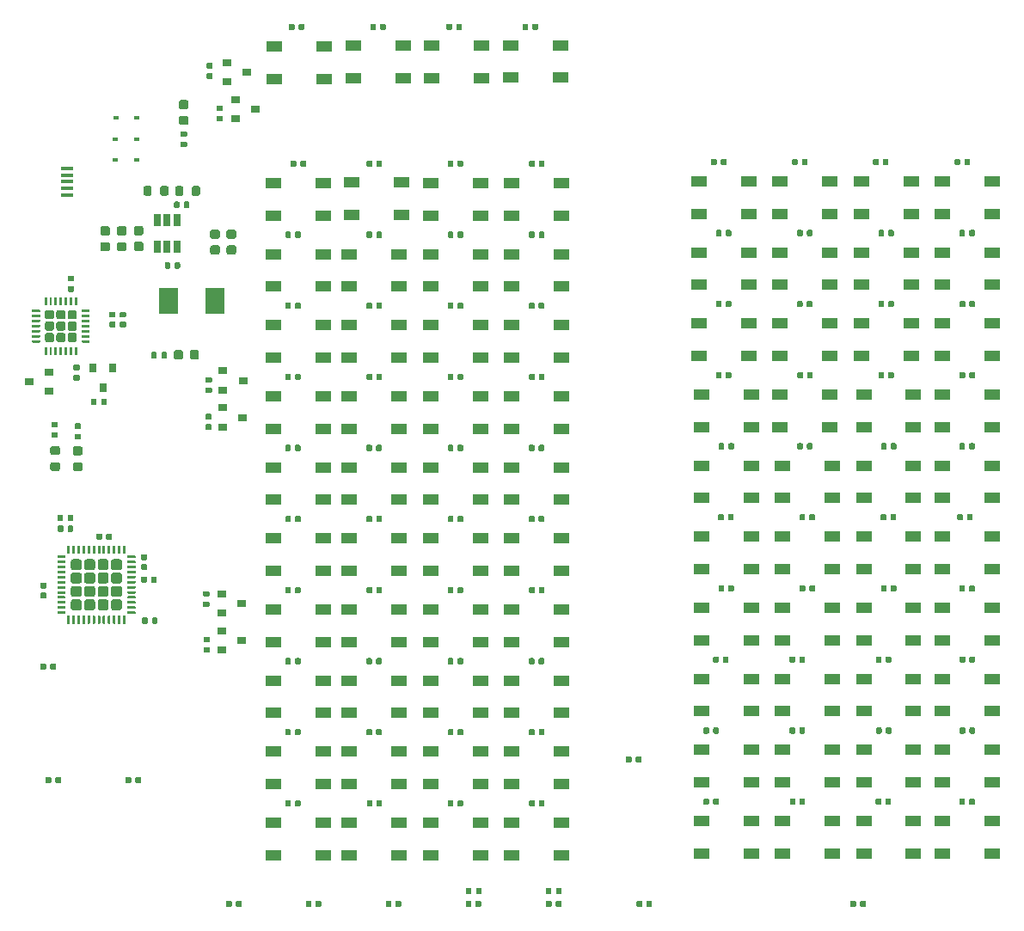
<source format=gbr>
G04 #@! TF.GenerationSoftware,KiCad,Pcbnew,5.1.5+dfsg1-2build2*
G04 #@! TF.CreationDate,2020-11-23T20:40:27+01:00*
G04 #@! TF.ProjectId,Logic_panel_v1,4c6f6769-635f-4706-916e-656c5f76312e,rev?*
G04 #@! TF.SameCoordinates,Original*
G04 #@! TF.FileFunction,Paste,Top*
G04 #@! TF.FilePolarity,Positive*
%FSLAX46Y46*%
G04 Gerber Fmt 4.6, Leading zero omitted, Abs format (unit mm)*
G04 Created by KiCad (PCBNEW 5.1.5+dfsg1-2build2) date 2020-11-23 20:40:27*
%MOMM*%
%LPD*%
G04 APERTURE LIST*
%ADD10C,0.350000*%
%ADD11R,1.500000X1.000000*%
%ADD12R,0.600000X0.450000*%
%ADD13R,1.900000X2.500000*%
%ADD14R,0.900000X0.800000*%
%ADD15R,0.800000X0.900000*%
%ADD16R,0.650000X1.220000*%
%ADD17R,1.300000X0.450000*%
G04 APERTURE END LIST*
D10*
G04 #@! TO.C,C1*
G36*
X55691723Y-101686675D02*
G01*
X55705314Y-101688691D01*
X55718641Y-101692029D01*
X55731577Y-101696658D01*
X55743997Y-101702532D01*
X55755781Y-101709595D01*
X55766816Y-101717780D01*
X55776996Y-101727006D01*
X55786222Y-101737186D01*
X55794407Y-101748221D01*
X55801470Y-101760005D01*
X55807344Y-101772425D01*
X55811973Y-101785361D01*
X55815311Y-101798688D01*
X55817327Y-101812279D01*
X55818001Y-101826001D01*
X55818001Y-102166001D01*
X55817327Y-102179723D01*
X55815311Y-102193314D01*
X55811973Y-102206641D01*
X55807344Y-102219577D01*
X55801470Y-102231997D01*
X55794407Y-102243781D01*
X55786222Y-102254816D01*
X55776996Y-102264996D01*
X55766816Y-102274222D01*
X55755781Y-102282407D01*
X55743997Y-102289470D01*
X55731577Y-102295344D01*
X55718641Y-102299973D01*
X55705314Y-102303311D01*
X55691723Y-102305327D01*
X55678001Y-102306001D01*
X55398001Y-102306001D01*
X55384279Y-102305327D01*
X55370688Y-102303311D01*
X55357361Y-102299973D01*
X55344425Y-102295344D01*
X55332005Y-102289470D01*
X55320221Y-102282407D01*
X55309186Y-102274222D01*
X55299006Y-102264996D01*
X55289780Y-102254816D01*
X55281595Y-102243781D01*
X55274532Y-102231997D01*
X55268658Y-102219577D01*
X55264029Y-102206641D01*
X55260691Y-102193314D01*
X55258675Y-102179723D01*
X55258001Y-102166001D01*
X55258001Y-101826001D01*
X55258675Y-101812279D01*
X55260691Y-101798688D01*
X55264029Y-101785361D01*
X55268658Y-101772425D01*
X55274532Y-101760005D01*
X55281595Y-101748221D01*
X55289780Y-101737186D01*
X55299006Y-101727006D01*
X55309186Y-101717780D01*
X55320221Y-101709595D01*
X55332005Y-101702532D01*
X55344425Y-101696658D01*
X55357361Y-101692029D01*
X55370688Y-101688691D01*
X55384279Y-101686675D01*
X55398001Y-101686001D01*
X55678001Y-101686001D01*
X55691723Y-101686675D01*
G37*
G36*
X56651723Y-101686675D02*
G01*
X56665314Y-101688691D01*
X56678641Y-101692029D01*
X56691577Y-101696658D01*
X56703997Y-101702532D01*
X56715781Y-101709595D01*
X56726816Y-101717780D01*
X56736996Y-101727006D01*
X56746222Y-101737186D01*
X56754407Y-101748221D01*
X56761470Y-101760005D01*
X56767344Y-101772425D01*
X56771973Y-101785361D01*
X56775311Y-101798688D01*
X56777327Y-101812279D01*
X56778001Y-101826001D01*
X56778001Y-102166001D01*
X56777327Y-102179723D01*
X56775311Y-102193314D01*
X56771973Y-102206641D01*
X56767344Y-102219577D01*
X56761470Y-102231997D01*
X56754407Y-102243781D01*
X56746222Y-102254816D01*
X56736996Y-102264996D01*
X56726816Y-102274222D01*
X56715781Y-102282407D01*
X56703997Y-102289470D01*
X56691577Y-102295344D01*
X56678641Y-102299973D01*
X56665314Y-102303311D01*
X56651723Y-102305327D01*
X56638001Y-102306001D01*
X56358001Y-102306001D01*
X56344279Y-102305327D01*
X56330688Y-102303311D01*
X56317361Y-102299973D01*
X56304425Y-102295344D01*
X56292005Y-102289470D01*
X56280221Y-102282407D01*
X56269186Y-102274222D01*
X56259006Y-102264996D01*
X56249780Y-102254816D01*
X56241595Y-102243781D01*
X56234532Y-102231997D01*
X56228658Y-102219577D01*
X56224029Y-102206641D01*
X56220691Y-102193314D01*
X56218675Y-102179723D01*
X56218001Y-102166001D01*
X56218001Y-101826001D01*
X56218675Y-101812279D01*
X56220691Y-101798688D01*
X56224029Y-101785361D01*
X56228658Y-101772425D01*
X56234532Y-101760005D01*
X56241595Y-101748221D01*
X56249780Y-101737186D01*
X56259006Y-101727006D01*
X56269186Y-101717780D01*
X56280221Y-101709595D01*
X56292005Y-101702532D01*
X56304425Y-101696658D01*
X56317361Y-101692029D01*
X56330688Y-101688691D01*
X56344279Y-101686675D01*
X56358001Y-101686001D01*
X56638001Y-101686001D01*
X56651723Y-101686675D01*
G37*
G04 #@! TD*
G04 #@! TO.C,C2*
G36*
X63943723Y-105490675D02*
G01*
X63957314Y-105492691D01*
X63970641Y-105496029D01*
X63983577Y-105500658D01*
X63995997Y-105506532D01*
X64007781Y-105513595D01*
X64018816Y-105521780D01*
X64028996Y-105531006D01*
X64038222Y-105541186D01*
X64046407Y-105552221D01*
X64053470Y-105564005D01*
X64059344Y-105576425D01*
X64063973Y-105589361D01*
X64067311Y-105602688D01*
X64069327Y-105616279D01*
X64070001Y-105630001D01*
X64070001Y-105910001D01*
X64069327Y-105923723D01*
X64067311Y-105937314D01*
X64063973Y-105950641D01*
X64059344Y-105963577D01*
X64053470Y-105975997D01*
X64046407Y-105987781D01*
X64038222Y-105998816D01*
X64028996Y-106008996D01*
X64018816Y-106018222D01*
X64007781Y-106026407D01*
X63995997Y-106033470D01*
X63983577Y-106039344D01*
X63970641Y-106043973D01*
X63957314Y-106047311D01*
X63943723Y-106049327D01*
X63930001Y-106050001D01*
X63590001Y-106050001D01*
X63576279Y-106049327D01*
X63562688Y-106047311D01*
X63549361Y-106043973D01*
X63536425Y-106039344D01*
X63524005Y-106033470D01*
X63512221Y-106026407D01*
X63501186Y-106018222D01*
X63491006Y-106008996D01*
X63481780Y-105998816D01*
X63473595Y-105987781D01*
X63466532Y-105975997D01*
X63460658Y-105963577D01*
X63456029Y-105950641D01*
X63452691Y-105937314D01*
X63450675Y-105923723D01*
X63450001Y-105910001D01*
X63450001Y-105630001D01*
X63450675Y-105616279D01*
X63452691Y-105602688D01*
X63456029Y-105589361D01*
X63460658Y-105576425D01*
X63466532Y-105564005D01*
X63473595Y-105552221D01*
X63481780Y-105541186D01*
X63491006Y-105531006D01*
X63501186Y-105521780D01*
X63512221Y-105513595D01*
X63524005Y-105506532D01*
X63536425Y-105500658D01*
X63549361Y-105496029D01*
X63562688Y-105492691D01*
X63576279Y-105490675D01*
X63590001Y-105490001D01*
X63930001Y-105490001D01*
X63943723Y-105490675D01*
G37*
G36*
X63943723Y-104530675D02*
G01*
X63957314Y-104532691D01*
X63970641Y-104536029D01*
X63983577Y-104540658D01*
X63995997Y-104546532D01*
X64007781Y-104553595D01*
X64018816Y-104561780D01*
X64028996Y-104571006D01*
X64038222Y-104581186D01*
X64046407Y-104592221D01*
X64053470Y-104604005D01*
X64059344Y-104616425D01*
X64063973Y-104629361D01*
X64067311Y-104642688D01*
X64069327Y-104656279D01*
X64070001Y-104670001D01*
X64070001Y-104950001D01*
X64069327Y-104963723D01*
X64067311Y-104977314D01*
X64063973Y-104990641D01*
X64059344Y-105003577D01*
X64053470Y-105015997D01*
X64046407Y-105027781D01*
X64038222Y-105038816D01*
X64028996Y-105048996D01*
X64018816Y-105058222D01*
X64007781Y-105066407D01*
X63995997Y-105073470D01*
X63983577Y-105079344D01*
X63970641Y-105083973D01*
X63957314Y-105087311D01*
X63943723Y-105089327D01*
X63930001Y-105090001D01*
X63590001Y-105090001D01*
X63576279Y-105089327D01*
X63562688Y-105087311D01*
X63549361Y-105083973D01*
X63536425Y-105079344D01*
X63524005Y-105073470D01*
X63512221Y-105066407D01*
X63501186Y-105058222D01*
X63491006Y-105048996D01*
X63481780Y-105038816D01*
X63473595Y-105027781D01*
X63466532Y-105015997D01*
X63460658Y-105003577D01*
X63456029Y-104990641D01*
X63452691Y-104977314D01*
X63450675Y-104963723D01*
X63450001Y-104950001D01*
X63450001Y-104670001D01*
X63450675Y-104656279D01*
X63452691Y-104642688D01*
X63456029Y-104629361D01*
X63460658Y-104616425D01*
X63466532Y-104604005D01*
X63473595Y-104592221D01*
X63481780Y-104581186D01*
X63491006Y-104571006D01*
X63501186Y-104561780D01*
X63512221Y-104553595D01*
X63524005Y-104546532D01*
X63536425Y-104540658D01*
X63549361Y-104536029D01*
X63562688Y-104532691D01*
X63576279Y-104530675D01*
X63590001Y-104530001D01*
X63930001Y-104530001D01*
X63943723Y-104530675D01*
G37*
G04 #@! TD*
G04 #@! TO.C,C3*
G36*
X63903723Y-106700675D02*
G01*
X63917314Y-106702691D01*
X63930641Y-106706029D01*
X63943577Y-106710658D01*
X63955997Y-106716532D01*
X63967781Y-106723595D01*
X63978816Y-106731780D01*
X63988996Y-106741006D01*
X63998222Y-106751186D01*
X64006407Y-106762221D01*
X64013470Y-106774005D01*
X64019344Y-106786425D01*
X64023973Y-106799361D01*
X64027311Y-106812688D01*
X64029327Y-106826279D01*
X64030001Y-106840001D01*
X64030001Y-107180001D01*
X64029327Y-107193723D01*
X64027311Y-107207314D01*
X64023973Y-107220641D01*
X64019344Y-107233577D01*
X64013470Y-107245997D01*
X64006407Y-107257781D01*
X63998222Y-107268816D01*
X63988996Y-107278996D01*
X63978816Y-107288222D01*
X63967781Y-107296407D01*
X63955997Y-107303470D01*
X63943577Y-107309344D01*
X63930641Y-107313973D01*
X63917314Y-107317311D01*
X63903723Y-107319327D01*
X63890001Y-107320001D01*
X63610001Y-107320001D01*
X63596279Y-107319327D01*
X63582688Y-107317311D01*
X63569361Y-107313973D01*
X63556425Y-107309344D01*
X63544005Y-107303470D01*
X63532221Y-107296407D01*
X63521186Y-107288222D01*
X63511006Y-107278996D01*
X63501780Y-107268816D01*
X63493595Y-107257781D01*
X63486532Y-107245997D01*
X63480658Y-107233577D01*
X63476029Y-107220641D01*
X63472691Y-107207314D01*
X63470675Y-107193723D01*
X63470001Y-107180001D01*
X63470001Y-106840001D01*
X63470675Y-106826279D01*
X63472691Y-106812688D01*
X63476029Y-106799361D01*
X63480658Y-106786425D01*
X63486532Y-106774005D01*
X63493595Y-106762221D01*
X63501780Y-106751186D01*
X63511006Y-106741006D01*
X63521186Y-106731780D01*
X63532221Y-106723595D01*
X63544005Y-106716532D01*
X63556425Y-106710658D01*
X63569361Y-106706029D01*
X63582688Y-106702691D01*
X63596279Y-106700675D01*
X63610001Y-106700001D01*
X63890001Y-106700001D01*
X63903723Y-106700675D01*
G37*
G36*
X64863723Y-106700675D02*
G01*
X64877314Y-106702691D01*
X64890641Y-106706029D01*
X64903577Y-106710658D01*
X64915997Y-106716532D01*
X64927781Y-106723595D01*
X64938816Y-106731780D01*
X64948996Y-106741006D01*
X64958222Y-106751186D01*
X64966407Y-106762221D01*
X64973470Y-106774005D01*
X64979344Y-106786425D01*
X64983973Y-106799361D01*
X64987311Y-106812688D01*
X64989327Y-106826279D01*
X64990001Y-106840001D01*
X64990001Y-107180001D01*
X64989327Y-107193723D01*
X64987311Y-107207314D01*
X64983973Y-107220641D01*
X64979344Y-107233577D01*
X64973470Y-107245997D01*
X64966407Y-107257781D01*
X64958222Y-107268816D01*
X64948996Y-107278996D01*
X64938816Y-107288222D01*
X64927781Y-107296407D01*
X64915997Y-107303470D01*
X64903577Y-107309344D01*
X64890641Y-107313973D01*
X64877314Y-107317311D01*
X64863723Y-107319327D01*
X64850001Y-107320001D01*
X64570001Y-107320001D01*
X64556279Y-107319327D01*
X64542688Y-107317311D01*
X64529361Y-107313973D01*
X64516425Y-107309344D01*
X64504005Y-107303470D01*
X64492221Y-107296407D01*
X64481186Y-107288222D01*
X64471006Y-107278996D01*
X64461780Y-107268816D01*
X64453595Y-107257781D01*
X64446532Y-107245997D01*
X64440658Y-107233577D01*
X64436029Y-107220641D01*
X64432691Y-107207314D01*
X64430675Y-107193723D01*
X64430001Y-107180001D01*
X64430001Y-106840001D01*
X64430675Y-106826279D01*
X64432691Y-106812688D01*
X64436029Y-106799361D01*
X64440658Y-106786425D01*
X64446532Y-106774005D01*
X64453595Y-106762221D01*
X64461780Y-106751186D01*
X64471006Y-106741006D01*
X64481186Y-106731780D01*
X64492221Y-106723595D01*
X64504005Y-106716532D01*
X64516425Y-106710658D01*
X64529361Y-106706029D01*
X64542688Y-106702691D01*
X64556279Y-106700675D01*
X64570001Y-106700001D01*
X64850001Y-106700001D01*
X64863723Y-106700675D01*
G37*
G04 #@! TD*
G04 #@! TO.C,C4*
G36*
X59493723Y-102470675D02*
G01*
X59507314Y-102472691D01*
X59520641Y-102476029D01*
X59533577Y-102480658D01*
X59545997Y-102486532D01*
X59557781Y-102493595D01*
X59568816Y-102501780D01*
X59578996Y-102511006D01*
X59588222Y-102521186D01*
X59596407Y-102532221D01*
X59603470Y-102544005D01*
X59609344Y-102556425D01*
X59613973Y-102569361D01*
X59617311Y-102582688D01*
X59619327Y-102596279D01*
X59620001Y-102610001D01*
X59620001Y-102950001D01*
X59619327Y-102963723D01*
X59617311Y-102977314D01*
X59613973Y-102990641D01*
X59609344Y-103003577D01*
X59603470Y-103015997D01*
X59596407Y-103027781D01*
X59588222Y-103038816D01*
X59578996Y-103048996D01*
X59568816Y-103058222D01*
X59557781Y-103066407D01*
X59545997Y-103073470D01*
X59533577Y-103079344D01*
X59520641Y-103083973D01*
X59507314Y-103087311D01*
X59493723Y-103089327D01*
X59480001Y-103090001D01*
X59200001Y-103090001D01*
X59186279Y-103089327D01*
X59172688Y-103087311D01*
X59159361Y-103083973D01*
X59146425Y-103079344D01*
X59134005Y-103073470D01*
X59122221Y-103066407D01*
X59111186Y-103058222D01*
X59101006Y-103048996D01*
X59091780Y-103038816D01*
X59083595Y-103027781D01*
X59076532Y-103015997D01*
X59070658Y-103003577D01*
X59066029Y-102990641D01*
X59062691Y-102977314D01*
X59060675Y-102963723D01*
X59060001Y-102950001D01*
X59060001Y-102610001D01*
X59060675Y-102596279D01*
X59062691Y-102582688D01*
X59066029Y-102569361D01*
X59070658Y-102556425D01*
X59076532Y-102544005D01*
X59083595Y-102532221D01*
X59091780Y-102521186D01*
X59101006Y-102511006D01*
X59111186Y-102501780D01*
X59122221Y-102493595D01*
X59134005Y-102486532D01*
X59146425Y-102480658D01*
X59159361Y-102476029D01*
X59172688Y-102472691D01*
X59186279Y-102470675D01*
X59200001Y-102470001D01*
X59480001Y-102470001D01*
X59493723Y-102470675D01*
G37*
G36*
X60453723Y-102470675D02*
G01*
X60467314Y-102472691D01*
X60480641Y-102476029D01*
X60493577Y-102480658D01*
X60505997Y-102486532D01*
X60517781Y-102493595D01*
X60528816Y-102501780D01*
X60538996Y-102511006D01*
X60548222Y-102521186D01*
X60556407Y-102532221D01*
X60563470Y-102544005D01*
X60569344Y-102556425D01*
X60573973Y-102569361D01*
X60577311Y-102582688D01*
X60579327Y-102596279D01*
X60580001Y-102610001D01*
X60580001Y-102950001D01*
X60579327Y-102963723D01*
X60577311Y-102977314D01*
X60573973Y-102990641D01*
X60569344Y-103003577D01*
X60563470Y-103015997D01*
X60556407Y-103027781D01*
X60548222Y-103038816D01*
X60538996Y-103048996D01*
X60528816Y-103058222D01*
X60517781Y-103066407D01*
X60505997Y-103073470D01*
X60493577Y-103079344D01*
X60480641Y-103083973D01*
X60467314Y-103087311D01*
X60453723Y-103089327D01*
X60440001Y-103090001D01*
X60160001Y-103090001D01*
X60146279Y-103089327D01*
X60132688Y-103087311D01*
X60119361Y-103083973D01*
X60106425Y-103079344D01*
X60094005Y-103073470D01*
X60082221Y-103066407D01*
X60071186Y-103058222D01*
X60061006Y-103048996D01*
X60051780Y-103038816D01*
X60043595Y-103027781D01*
X60036532Y-103015997D01*
X60030658Y-103003577D01*
X60026029Y-102990641D01*
X60022691Y-102977314D01*
X60020675Y-102963723D01*
X60020001Y-102950001D01*
X60020001Y-102610001D01*
X60020675Y-102596279D01*
X60022691Y-102582688D01*
X60026029Y-102569361D01*
X60030658Y-102556425D01*
X60036532Y-102544005D01*
X60043595Y-102532221D01*
X60051780Y-102521186D01*
X60061006Y-102511006D01*
X60071186Y-102501780D01*
X60082221Y-102493595D01*
X60094005Y-102486532D01*
X60106425Y-102480658D01*
X60119361Y-102476029D01*
X60132688Y-102472691D01*
X60146279Y-102470675D01*
X60160001Y-102470001D01*
X60440001Y-102470001D01*
X60453723Y-102470675D01*
G37*
G04 #@! TD*
G04 #@! TO.C,C5*
G36*
X64963723Y-110740675D02*
G01*
X64977314Y-110742691D01*
X64990641Y-110746029D01*
X65003577Y-110750658D01*
X65015997Y-110756532D01*
X65027781Y-110763595D01*
X65038816Y-110771780D01*
X65048996Y-110781006D01*
X65058222Y-110791186D01*
X65066407Y-110802221D01*
X65073470Y-110814005D01*
X65079344Y-110826425D01*
X65083973Y-110839361D01*
X65087311Y-110852688D01*
X65089327Y-110866279D01*
X65090001Y-110880001D01*
X65090001Y-111220001D01*
X65089327Y-111233723D01*
X65087311Y-111247314D01*
X65083973Y-111260641D01*
X65079344Y-111273577D01*
X65073470Y-111285997D01*
X65066407Y-111297781D01*
X65058222Y-111308816D01*
X65048996Y-111318996D01*
X65038816Y-111328222D01*
X65027781Y-111336407D01*
X65015997Y-111343470D01*
X65003577Y-111349344D01*
X64990641Y-111353973D01*
X64977314Y-111357311D01*
X64963723Y-111359327D01*
X64950001Y-111360001D01*
X64670001Y-111360001D01*
X64656279Y-111359327D01*
X64642688Y-111357311D01*
X64629361Y-111353973D01*
X64616425Y-111349344D01*
X64604005Y-111343470D01*
X64592221Y-111336407D01*
X64581186Y-111328222D01*
X64571006Y-111318996D01*
X64561780Y-111308816D01*
X64553595Y-111297781D01*
X64546532Y-111285997D01*
X64540658Y-111273577D01*
X64536029Y-111260641D01*
X64532691Y-111247314D01*
X64530675Y-111233723D01*
X64530001Y-111220001D01*
X64530001Y-110880001D01*
X64530675Y-110866279D01*
X64532691Y-110852688D01*
X64536029Y-110839361D01*
X64540658Y-110826425D01*
X64546532Y-110814005D01*
X64553595Y-110802221D01*
X64561780Y-110791186D01*
X64571006Y-110781006D01*
X64581186Y-110771780D01*
X64592221Y-110763595D01*
X64604005Y-110756532D01*
X64616425Y-110750658D01*
X64629361Y-110746029D01*
X64642688Y-110742691D01*
X64656279Y-110740675D01*
X64670001Y-110740001D01*
X64950001Y-110740001D01*
X64963723Y-110740675D01*
G37*
G36*
X64003723Y-110740675D02*
G01*
X64017314Y-110742691D01*
X64030641Y-110746029D01*
X64043577Y-110750658D01*
X64055997Y-110756532D01*
X64067781Y-110763595D01*
X64078816Y-110771780D01*
X64088996Y-110781006D01*
X64098222Y-110791186D01*
X64106407Y-110802221D01*
X64113470Y-110814005D01*
X64119344Y-110826425D01*
X64123973Y-110839361D01*
X64127311Y-110852688D01*
X64129327Y-110866279D01*
X64130001Y-110880001D01*
X64130001Y-111220001D01*
X64129327Y-111233723D01*
X64127311Y-111247314D01*
X64123973Y-111260641D01*
X64119344Y-111273577D01*
X64113470Y-111285997D01*
X64106407Y-111297781D01*
X64098222Y-111308816D01*
X64088996Y-111318996D01*
X64078816Y-111328222D01*
X64067781Y-111336407D01*
X64055997Y-111343470D01*
X64043577Y-111349344D01*
X64030641Y-111353973D01*
X64017314Y-111357311D01*
X64003723Y-111359327D01*
X63990001Y-111360001D01*
X63710001Y-111360001D01*
X63696279Y-111359327D01*
X63682688Y-111357311D01*
X63669361Y-111353973D01*
X63656425Y-111349344D01*
X63644005Y-111343470D01*
X63632221Y-111336407D01*
X63621186Y-111328222D01*
X63611006Y-111318996D01*
X63601780Y-111308816D01*
X63593595Y-111297781D01*
X63586532Y-111285997D01*
X63580658Y-111273577D01*
X63576029Y-111260641D01*
X63572691Y-111247314D01*
X63570675Y-111233723D01*
X63570001Y-111220001D01*
X63570001Y-110880001D01*
X63570675Y-110866279D01*
X63572691Y-110852688D01*
X63576029Y-110839361D01*
X63580658Y-110826425D01*
X63586532Y-110814005D01*
X63593595Y-110802221D01*
X63601780Y-110791186D01*
X63611006Y-110781006D01*
X63621186Y-110771780D01*
X63632221Y-110763595D01*
X63644005Y-110756532D01*
X63656425Y-110750658D01*
X63669361Y-110746029D01*
X63682688Y-110742691D01*
X63696279Y-110740675D01*
X63710001Y-110740001D01*
X63990001Y-110740001D01*
X64003723Y-110740675D01*
G37*
G04 #@! TD*
G04 #@! TO.C,C6*
G36*
X54023723Y-108290675D02*
G01*
X54037314Y-108292691D01*
X54050641Y-108296029D01*
X54063577Y-108300658D01*
X54075997Y-108306532D01*
X54087781Y-108313595D01*
X54098816Y-108321780D01*
X54108996Y-108331006D01*
X54118222Y-108341186D01*
X54126407Y-108352221D01*
X54133470Y-108364005D01*
X54139344Y-108376425D01*
X54143973Y-108389361D01*
X54147311Y-108402688D01*
X54149327Y-108416279D01*
X54150001Y-108430001D01*
X54150001Y-108710001D01*
X54149327Y-108723723D01*
X54147311Y-108737314D01*
X54143973Y-108750641D01*
X54139344Y-108763577D01*
X54133470Y-108775997D01*
X54126407Y-108787781D01*
X54118222Y-108798816D01*
X54108996Y-108808996D01*
X54098816Y-108818222D01*
X54087781Y-108826407D01*
X54075997Y-108833470D01*
X54063577Y-108839344D01*
X54050641Y-108843973D01*
X54037314Y-108847311D01*
X54023723Y-108849327D01*
X54010001Y-108850001D01*
X53670001Y-108850001D01*
X53656279Y-108849327D01*
X53642688Y-108847311D01*
X53629361Y-108843973D01*
X53616425Y-108839344D01*
X53604005Y-108833470D01*
X53592221Y-108826407D01*
X53581186Y-108818222D01*
X53571006Y-108808996D01*
X53561780Y-108798816D01*
X53553595Y-108787781D01*
X53546532Y-108775997D01*
X53540658Y-108763577D01*
X53536029Y-108750641D01*
X53532691Y-108737314D01*
X53530675Y-108723723D01*
X53530001Y-108710001D01*
X53530001Y-108430001D01*
X53530675Y-108416279D01*
X53532691Y-108402688D01*
X53536029Y-108389361D01*
X53540658Y-108376425D01*
X53546532Y-108364005D01*
X53553595Y-108352221D01*
X53561780Y-108341186D01*
X53571006Y-108331006D01*
X53581186Y-108321780D01*
X53592221Y-108313595D01*
X53604005Y-108306532D01*
X53616425Y-108300658D01*
X53629361Y-108296029D01*
X53642688Y-108292691D01*
X53656279Y-108290675D01*
X53670001Y-108290001D01*
X54010001Y-108290001D01*
X54023723Y-108290675D01*
G37*
G36*
X54023723Y-107330675D02*
G01*
X54037314Y-107332691D01*
X54050641Y-107336029D01*
X54063577Y-107340658D01*
X54075997Y-107346532D01*
X54087781Y-107353595D01*
X54098816Y-107361780D01*
X54108996Y-107371006D01*
X54118222Y-107381186D01*
X54126407Y-107392221D01*
X54133470Y-107404005D01*
X54139344Y-107416425D01*
X54143973Y-107429361D01*
X54147311Y-107442688D01*
X54149327Y-107456279D01*
X54150001Y-107470001D01*
X54150001Y-107750001D01*
X54149327Y-107763723D01*
X54147311Y-107777314D01*
X54143973Y-107790641D01*
X54139344Y-107803577D01*
X54133470Y-107815997D01*
X54126407Y-107827781D01*
X54118222Y-107838816D01*
X54108996Y-107848996D01*
X54098816Y-107858222D01*
X54087781Y-107866407D01*
X54075997Y-107873470D01*
X54063577Y-107879344D01*
X54050641Y-107883973D01*
X54037314Y-107887311D01*
X54023723Y-107889327D01*
X54010001Y-107890001D01*
X53670001Y-107890001D01*
X53656279Y-107889327D01*
X53642688Y-107887311D01*
X53629361Y-107883973D01*
X53616425Y-107879344D01*
X53604005Y-107873470D01*
X53592221Y-107866407D01*
X53581186Y-107858222D01*
X53571006Y-107848996D01*
X53561780Y-107838816D01*
X53553595Y-107827781D01*
X53546532Y-107815997D01*
X53540658Y-107803577D01*
X53536029Y-107790641D01*
X53532691Y-107777314D01*
X53530675Y-107763723D01*
X53530001Y-107750001D01*
X53530001Y-107470001D01*
X53530675Y-107456279D01*
X53532691Y-107442688D01*
X53536029Y-107429361D01*
X53540658Y-107416425D01*
X53546532Y-107404005D01*
X53553595Y-107392221D01*
X53561780Y-107381186D01*
X53571006Y-107371006D01*
X53581186Y-107361780D01*
X53592221Y-107353595D01*
X53604005Y-107346532D01*
X53616425Y-107340658D01*
X53629361Y-107336029D01*
X53642688Y-107332691D01*
X53656279Y-107330675D01*
X53670001Y-107330001D01*
X54010001Y-107330001D01*
X54023723Y-107330675D01*
G37*
G04 #@! TD*
G04 #@! TO.C,C7*
G36*
X79407723Y-52266675D02*
G01*
X79421314Y-52268691D01*
X79434641Y-52272029D01*
X79447577Y-52276658D01*
X79459997Y-52282532D01*
X79471781Y-52289595D01*
X79482816Y-52297780D01*
X79492996Y-52307006D01*
X79502222Y-52317186D01*
X79510407Y-52328221D01*
X79517470Y-52340005D01*
X79523344Y-52352425D01*
X79527973Y-52365361D01*
X79531311Y-52378688D01*
X79533327Y-52392279D01*
X79534001Y-52406001D01*
X79534001Y-52746001D01*
X79533327Y-52759723D01*
X79531311Y-52773314D01*
X79527973Y-52786641D01*
X79523344Y-52799577D01*
X79517470Y-52811997D01*
X79510407Y-52823781D01*
X79502222Y-52834816D01*
X79492996Y-52844996D01*
X79482816Y-52854222D01*
X79471781Y-52862407D01*
X79459997Y-52869470D01*
X79447577Y-52875344D01*
X79434641Y-52879973D01*
X79421314Y-52883311D01*
X79407723Y-52885327D01*
X79394001Y-52886001D01*
X79114001Y-52886001D01*
X79100279Y-52885327D01*
X79086688Y-52883311D01*
X79073361Y-52879973D01*
X79060425Y-52875344D01*
X79048005Y-52869470D01*
X79036221Y-52862407D01*
X79025186Y-52854222D01*
X79015006Y-52844996D01*
X79005780Y-52834816D01*
X78997595Y-52823781D01*
X78990532Y-52811997D01*
X78984658Y-52799577D01*
X78980029Y-52786641D01*
X78976691Y-52773314D01*
X78974675Y-52759723D01*
X78974001Y-52746001D01*
X78974001Y-52406001D01*
X78974675Y-52392279D01*
X78976691Y-52378688D01*
X78980029Y-52365361D01*
X78984658Y-52352425D01*
X78990532Y-52340005D01*
X78997595Y-52328221D01*
X79005780Y-52317186D01*
X79015006Y-52307006D01*
X79025186Y-52297780D01*
X79036221Y-52289595D01*
X79048005Y-52282532D01*
X79060425Y-52276658D01*
X79073361Y-52272029D01*
X79086688Y-52268691D01*
X79100279Y-52266675D01*
X79114001Y-52266001D01*
X79394001Y-52266001D01*
X79407723Y-52266675D01*
G37*
G36*
X78447723Y-52266675D02*
G01*
X78461314Y-52268691D01*
X78474641Y-52272029D01*
X78487577Y-52276658D01*
X78499997Y-52282532D01*
X78511781Y-52289595D01*
X78522816Y-52297780D01*
X78532996Y-52307006D01*
X78542222Y-52317186D01*
X78550407Y-52328221D01*
X78557470Y-52340005D01*
X78563344Y-52352425D01*
X78567973Y-52365361D01*
X78571311Y-52378688D01*
X78573327Y-52392279D01*
X78574001Y-52406001D01*
X78574001Y-52746001D01*
X78573327Y-52759723D01*
X78571311Y-52773314D01*
X78567973Y-52786641D01*
X78563344Y-52799577D01*
X78557470Y-52811997D01*
X78550407Y-52823781D01*
X78542222Y-52834816D01*
X78532996Y-52844996D01*
X78522816Y-52854222D01*
X78511781Y-52862407D01*
X78499997Y-52869470D01*
X78487577Y-52875344D01*
X78474641Y-52879973D01*
X78461314Y-52883311D01*
X78447723Y-52885327D01*
X78434001Y-52886001D01*
X78154001Y-52886001D01*
X78140279Y-52885327D01*
X78126688Y-52883311D01*
X78113361Y-52879973D01*
X78100425Y-52875344D01*
X78088005Y-52869470D01*
X78076221Y-52862407D01*
X78065186Y-52854222D01*
X78055006Y-52844996D01*
X78045780Y-52834816D01*
X78037595Y-52823781D01*
X78030532Y-52811997D01*
X78024658Y-52799577D01*
X78020029Y-52786641D01*
X78016691Y-52773314D01*
X78014675Y-52759723D01*
X78014001Y-52746001D01*
X78014001Y-52406001D01*
X78014675Y-52392279D01*
X78016691Y-52378688D01*
X78020029Y-52365361D01*
X78024658Y-52352425D01*
X78030532Y-52340005D01*
X78037595Y-52328221D01*
X78045780Y-52317186D01*
X78055006Y-52307006D01*
X78065186Y-52297780D01*
X78076221Y-52289595D01*
X78088005Y-52282532D01*
X78100425Y-52276658D01*
X78113361Y-52272029D01*
X78126688Y-52268691D01*
X78140279Y-52266675D01*
X78154001Y-52266001D01*
X78434001Y-52266001D01*
X78447723Y-52266675D01*
G37*
G04 #@! TD*
G04 #@! TO.C,C8*
G36*
X87427723Y-52266675D02*
G01*
X87441314Y-52268691D01*
X87454641Y-52272029D01*
X87467577Y-52276658D01*
X87479997Y-52282532D01*
X87491781Y-52289595D01*
X87502816Y-52297780D01*
X87512996Y-52307006D01*
X87522222Y-52317186D01*
X87530407Y-52328221D01*
X87537470Y-52340005D01*
X87543344Y-52352425D01*
X87547973Y-52365361D01*
X87551311Y-52378688D01*
X87553327Y-52392279D01*
X87554001Y-52406001D01*
X87554001Y-52746001D01*
X87553327Y-52759723D01*
X87551311Y-52773314D01*
X87547973Y-52786641D01*
X87543344Y-52799577D01*
X87537470Y-52811997D01*
X87530407Y-52823781D01*
X87522222Y-52834816D01*
X87512996Y-52844996D01*
X87502816Y-52854222D01*
X87491781Y-52862407D01*
X87479997Y-52869470D01*
X87467577Y-52875344D01*
X87454641Y-52879973D01*
X87441314Y-52883311D01*
X87427723Y-52885327D01*
X87414001Y-52886001D01*
X87134001Y-52886001D01*
X87120279Y-52885327D01*
X87106688Y-52883311D01*
X87093361Y-52879973D01*
X87080425Y-52875344D01*
X87068005Y-52869470D01*
X87056221Y-52862407D01*
X87045186Y-52854222D01*
X87035006Y-52844996D01*
X87025780Y-52834816D01*
X87017595Y-52823781D01*
X87010532Y-52811997D01*
X87004658Y-52799577D01*
X87000029Y-52786641D01*
X86996691Y-52773314D01*
X86994675Y-52759723D01*
X86994001Y-52746001D01*
X86994001Y-52406001D01*
X86994675Y-52392279D01*
X86996691Y-52378688D01*
X87000029Y-52365361D01*
X87004658Y-52352425D01*
X87010532Y-52340005D01*
X87017595Y-52328221D01*
X87025780Y-52317186D01*
X87035006Y-52307006D01*
X87045186Y-52297780D01*
X87056221Y-52289595D01*
X87068005Y-52282532D01*
X87080425Y-52276658D01*
X87093361Y-52272029D01*
X87106688Y-52268691D01*
X87120279Y-52266675D01*
X87134001Y-52266001D01*
X87414001Y-52266001D01*
X87427723Y-52266675D01*
G37*
G36*
X86467723Y-52266675D02*
G01*
X86481314Y-52268691D01*
X86494641Y-52272029D01*
X86507577Y-52276658D01*
X86519997Y-52282532D01*
X86531781Y-52289595D01*
X86542816Y-52297780D01*
X86552996Y-52307006D01*
X86562222Y-52317186D01*
X86570407Y-52328221D01*
X86577470Y-52340005D01*
X86583344Y-52352425D01*
X86587973Y-52365361D01*
X86591311Y-52378688D01*
X86593327Y-52392279D01*
X86594001Y-52406001D01*
X86594001Y-52746001D01*
X86593327Y-52759723D01*
X86591311Y-52773314D01*
X86587973Y-52786641D01*
X86583344Y-52799577D01*
X86577470Y-52811997D01*
X86570407Y-52823781D01*
X86562222Y-52834816D01*
X86552996Y-52844996D01*
X86542816Y-52854222D01*
X86531781Y-52862407D01*
X86519997Y-52869470D01*
X86507577Y-52875344D01*
X86494641Y-52879973D01*
X86481314Y-52883311D01*
X86467723Y-52885327D01*
X86454001Y-52886001D01*
X86174001Y-52886001D01*
X86160279Y-52885327D01*
X86146688Y-52883311D01*
X86133361Y-52879973D01*
X86120425Y-52875344D01*
X86108005Y-52869470D01*
X86096221Y-52862407D01*
X86085186Y-52854222D01*
X86075006Y-52844996D01*
X86065780Y-52834816D01*
X86057595Y-52823781D01*
X86050532Y-52811997D01*
X86044658Y-52799577D01*
X86040029Y-52786641D01*
X86036691Y-52773314D01*
X86034675Y-52759723D01*
X86034001Y-52746001D01*
X86034001Y-52406001D01*
X86034675Y-52392279D01*
X86036691Y-52378688D01*
X86040029Y-52365361D01*
X86044658Y-52352425D01*
X86050532Y-52340005D01*
X86057595Y-52328221D01*
X86065780Y-52317186D01*
X86075006Y-52307006D01*
X86085186Y-52297780D01*
X86096221Y-52289595D01*
X86108005Y-52282532D01*
X86120425Y-52276658D01*
X86133361Y-52272029D01*
X86146688Y-52268691D01*
X86160279Y-52266675D01*
X86174001Y-52266001D01*
X86454001Y-52266001D01*
X86467723Y-52266675D01*
G37*
G04 #@! TD*
G04 #@! TO.C,C9*
G36*
X94927723Y-52266675D02*
G01*
X94941314Y-52268691D01*
X94954641Y-52272029D01*
X94967577Y-52276658D01*
X94979997Y-52282532D01*
X94991781Y-52289595D01*
X95002816Y-52297780D01*
X95012996Y-52307006D01*
X95022222Y-52317186D01*
X95030407Y-52328221D01*
X95037470Y-52340005D01*
X95043344Y-52352425D01*
X95047973Y-52365361D01*
X95051311Y-52378688D01*
X95053327Y-52392279D01*
X95054001Y-52406001D01*
X95054001Y-52746001D01*
X95053327Y-52759723D01*
X95051311Y-52773314D01*
X95047973Y-52786641D01*
X95043344Y-52799577D01*
X95037470Y-52811997D01*
X95030407Y-52823781D01*
X95022222Y-52834816D01*
X95012996Y-52844996D01*
X95002816Y-52854222D01*
X94991781Y-52862407D01*
X94979997Y-52869470D01*
X94967577Y-52875344D01*
X94954641Y-52879973D01*
X94941314Y-52883311D01*
X94927723Y-52885327D01*
X94914001Y-52886001D01*
X94634001Y-52886001D01*
X94620279Y-52885327D01*
X94606688Y-52883311D01*
X94593361Y-52879973D01*
X94580425Y-52875344D01*
X94568005Y-52869470D01*
X94556221Y-52862407D01*
X94545186Y-52854222D01*
X94535006Y-52844996D01*
X94525780Y-52834816D01*
X94517595Y-52823781D01*
X94510532Y-52811997D01*
X94504658Y-52799577D01*
X94500029Y-52786641D01*
X94496691Y-52773314D01*
X94494675Y-52759723D01*
X94494001Y-52746001D01*
X94494001Y-52406001D01*
X94494675Y-52392279D01*
X94496691Y-52378688D01*
X94500029Y-52365361D01*
X94504658Y-52352425D01*
X94510532Y-52340005D01*
X94517595Y-52328221D01*
X94525780Y-52317186D01*
X94535006Y-52307006D01*
X94545186Y-52297780D01*
X94556221Y-52289595D01*
X94568005Y-52282532D01*
X94580425Y-52276658D01*
X94593361Y-52272029D01*
X94606688Y-52268691D01*
X94620279Y-52266675D01*
X94634001Y-52266001D01*
X94914001Y-52266001D01*
X94927723Y-52266675D01*
G37*
G36*
X93967723Y-52266675D02*
G01*
X93981314Y-52268691D01*
X93994641Y-52272029D01*
X94007577Y-52276658D01*
X94019997Y-52282532D01*
X94031781Y-52289595D01*
X94042816Y-52297780D01*
X94052996Y-52307006D01*
X94062222Y-52317186D01*
X94070407Y-52328221D01*
X94077470Y-52340005D01*
X94083344Y-52352425D01*
X94087973Y-52365361D01*
X94091311Y-52378688D01*
X94093327Y-52392279D01*
X94094001Y-52406001D01*
X94094001Y-52746001D01*
X94093327Y-52759723D01*
X94091311Y-52773314D01*
X94087973Y-52786641D01*
X94083344Y-52799577D01*
X94077470Y-52811997D01*
X94070407Y-52823781D01*
X94062222Y-52834816D01*
X94052996Y-52844996D01*
X94042816Y-52854222D01*
X94031781Y-52862407D01*
X94019997Y-52869470D01*
X94007577Y-52875344D01*
X93994641Y-52879973D01*
X93981314Y-52883311D01*
X93967723Y-52885327D01*
X93954001Y-52886001D01*
X93674001Y-52886001D01*
X93660279Y-52885327D01*
X93646688Y-52883311D01*
X93633361Y-52879973D01*
X93620425Y-52875344D01*
X93608005Y-52869470D01*
X93596221Y-52862407D01*
X93585186Y-52854222D01*
X93575006Y-52844996D01*
X93565780Y-52834816D01*
X93557595Y-52823781D01*
X93550532Y-52811997D01*
X93544658Y-52799577D01*
X93540029Y-52786641D01*
X93536691Y-52773314D01*
X93534675Y-52759723D01*
X93534001Y-52746001D01*
X93534001Y-52406001D01*
X93534675Y-52392279D01*
X93536691Y-52378688D01*
X93540029Y-52365361D01*
X93544658Y-52352425D01*
X93550532Y-52340005D01*
X93557595Y-52328221D01*
X93565780Y-52317186D01*
X93575006Y-52307006D01*
X93585186Y-52297780D01*
X93596221Y-52289595D01*
X93608005Y-52282532D01*
X93620425Y-52276658D01*
X93633361Y-52272029D01*
X93646688Y-52268691D01*
X93660279Y-52266675D01*
X93674001Y-52266001D01*
X93954001Y-52266001D01*
X93967723Y-52266675D01*
G37*
G04 #@! TD*
G04 #@! TO.C,C10*
G36*
X102427723Y-52266675D02*
G01*
X102441314Y-52268691D01*
X102454641Y-52272029D01*
X102467577Y-52276658D01*
X102479997Y-52282532D01*
X102491781Y-52289595D01*
X102502816Y-52297780D01*
X102512996Y-52307006D01*
X102522222Y-52317186D01*
X102530407Y-52328221D01*
X102537470Y-52340005D01*
X102543344Y-52352425D01*
X102547973Y-52365361D01*
X102551311Y-52378688D01*
X102553327Y-52392279D01*
X102554001Y-52406001D01*
X102554001Y-52746001D01*
X102553327Y-52759723D01*
X102551311Y-52773314D01*
X102547973Y-52786641D01*
X102543344Y-52799577D01*
X102537470Y-52811997D01*
X102530407Y-52823781D01*
X102522222Y-52834816D01*
X102512996Y-52844996D01*
X102502816Y-52854222D01*
X102491781Y-52862407D01*
X102479997Y-52869470D01*
X102467577Y-52875344D01*
X102454641Y-52879973D01*
X102441314Y-52883311D01*
X102427723Y-52885327D01*
X102414001Y-52886001D01*
X102134001Y-52886001D01*
X102120279Y-52885327D01*
X102106688Y-52883311D01*
X102093361Y-52879973D01*
X102080425Y-52875344D01*
X102068005Y-52869470D01*
X102056221Y-52862407D01*
X102045186Y-52854222D01*
X102035006Y-52844996D01*
X102025780Y-52834816D01*
X102017595Y-52823781D01*
X102010532Y-52811997D01*
X102004658Y-52799577D01*
X102000029Y-52786641D01*
X101996691Y-52773314D01*
X101994675Y-52759723D01*
X101994001Y-52746001D01*
X101994001Y-52406001D01*
X101994675Y-52392279D01*
X101996691Y-52378688D01*
X102000029Y-52365361D01*
X102004658Y-52352425D01*
X102010532Y-52340005D01*
X102017595Y-52328221D01*
X102025780Y-52317186D01*
X102035006Y-52307006D01*
X102045186Y-52297780D01*
X102056221Y-52289595D01*
X102068005Y-52282532D01*
X102080425Y-52276658D01*
X102093361Y-52272029D01*
X102106688Y-52268691D01*
X102120279Y-52266675D01*
X102134001Y-52266001D01*
X102414001Y-52266001D01*
X102427723Y-52266675D01*
G37*
G36*
X101467723Y-52266675D02*
G01*
X101481314Y-52268691D01*
X101494641Y-52272029D01*
X101507577Y-52276658D01*
X101519997Y-52282532D01*
X101531781Y-52289595D01*
X101542816Y-52297780D01*
X101552996Y-52307006D01*
X101562222Y-52317186D01*
X101570407Y-52328221D01*
X101577470Y-52340005D01*
X101583344Y-52352425D01*
X101587973Y-52365361D01*
X101591311Y-52378688D01*
X101593327Y-52392279D01*
X101594001Y-52406001D01*
X101594001Y-52746001D01*
X101593327Y-52759723D01*
X101591311Y-52773314D01*
X101587973Y-52786641D01*
X101583344Y-52799577D01*
X101577470Y-52811997D01*
X101570407Y-52823781D01*
X101562222Y-52834816D01*
X101552996Y-52844996D01*
X101542816Y-52854222D01*
X101531781Y-52862407D01*
X101519997Y-52869470D01*
X101507577Y-52875344D01*
X101494641Y-52879973D01*
X101481314Y-52883311D01*
X101467723Y-52885327D01*
X101454001Y-52886001D01*
X101174001Y-52886001D01*
X101160279Y-52885327D01*
X101146688Y-52883311D01*
X101133361Y-52879973D01*
X101120425Y-52875344D01*
X101108005Y-52869470D01*
X101096221Y-52862407D01*
X101085186Y-52854222D01*
X101075006Y-52844996D01*
X101065780Y-52834816D01*
X101057595Y-52823781D01*
X101050532Y-52811997D01*
X101044658Y-52799577D01*
X101040029Y-52786641D01*
X101036691Y-52773314D01*
X101034675Y-52759723D01*
X101034001Y-52746001D01*
X101034001Y-52406001D01*
X101034675Y-52392279D01*
X101036691Y-52378688D01*
X101040029Y-52365361D01*
X101044658Y-52352425D01*
X101050532Y-52340005D01*
X101057595Y-52328221D01*
X101065780Y-52317186D01*
X101075006Y-52307006D01*
X101085186Y-52297780D01*
X101096221Y-52289595D01*
X101108005Y-52282532D01*
X101120425Y-52276658D01*
X101133361Y-52272029D01*
X101146688Y-52268691D01*
X101160279Y-52266675D01*
X101174001Y-52266001D01*
X101454001Y-52266001D01*
X101467723Y-52266675D01*
G37*
G04 #@! TD*
G04 #@! TO.C,C11*
G36*
X73235723Y-138642675D02*
G01*
X73249314Y-138644691D01*
X73262641Y-138648029D01*
X73275577Y-138652658D01*
X73287997Y-138658532D01*
X73299781Y-138665595D01*
X73310816Y-138673780D01*
X73320996Y-138683006D01*
X73330222Y-138693186D01*
X73338407Y-138704221D01*
X73345470Y-138716005D01*
X73351344Y-138728425D01*
X73355973Y-138741361D01*
X73359311Y-138754688D01*
X73361327Y-138768279D01*
X73362001Y-138782001D01*
X73362001Y-139122001D01*
X73361327Y-139135723D01*
X73359311Y-139149314D01*
X73355973Y-139162641D01*
X73351344Y-139175577D01*
X73345470Y-139187997D01*
X73338407Y-139199781D01*
X73330222Y-139210816D01*
X73320996Y-139220996D01*
X73310816Y-139230222D01*
X73299781Y-139238407D01*
X73287997Y-139245470D01*
X73275577Y-139251344D01*
X73262641Y-139255973D01*
X73249314Y-139259311D01*
X73235723Y-139261327D01*
X73222001Y-139262001D01*
X72942001Y-139262001D01*
X72928279Y-139261327D01*
X72914688Y-139259311D01*
X72901361Y-139255973D01*
X72888425Y-139251344D01*
X72876005Y-139245470D01*
X72864221Y-139238407D01*
X72853186Y-139230222D01*
X72843006Y-139220996D01*
X72833780Y-139210816D01*
X72825595Y-139199781D01*
X72818532Y-139187997D01*
X72812658Y-139175577D01*
X72808029Y-139162641D01*
X72804691Y-139149314D01*
X72802675Y-139135723D01*
X72802001Y-139122001D01*
X72802001Y-138782001D01*
X72802675Y-138768279D01*
X72804691Y-138754688D01*
X72808029Y-138741361D01*
X72812658Y-138728425D01*
X72818532Y-138716005D01*
X72825595Y-138704221D01*
X72833780Y-138693186D01*
X72843006Y-138683006D01*
X72853186Y-138673780D01*
X72864221Y-138665595D01*
X72876005Y-138658532D01*
X72888425Y-138652658D01*
X72901361Y-138648029D01*
X72914688Y-138644691D01*
X72928279Y-138642675D01*
X72942001Y-138642001D01*
X73222001Y-138642001D01*
X73235723Y-138642675D01*
G37*
G36*
X72275723Y-138642675D02*
G01*
X72289314Y-138644691D01*
X72302641Y-138648029D01*
X72315577Y-138652658D01*
X72327997Y-138658532D01*
X72339781Y-138665595D01*
X72350816Y-138673780D01*
X72360996Y-138683006D01*
X72370222Y-138693186D01*
X72378407Y-138704221D01*
X72385470Y-138716005D01*
X72391344Y-138728425D01*
X72395973Y-138741361D01*
X72399311Y-138754688D01*
X72401327Y-138768279D01*
X72402001Y-138782001D01*
X72402001Y-139122001D01*
X72401327Y-139135723D01*
X72399311Y-139149314D01*
X72395973Y-139162641D01*
X72391344Y-139175577D01*
X72385470Y-139187997D01*
X72378407Y-139199781D01*
X72370222Y-139210816D01*
X72360996Y-139220996D01*
X72350816Y-139230222D01*
X72339781Y-139238407D01*
X72327997Y-139245470D01*
X72315577Y-139251344D01*
X72302641Y-139255973D01*
X72289314Y-139259311D01*
X72275723Y-139261327D01*
X72262001Y-139262001D01*
X71982001Y-139262001D01*
X71968279Y-139261327D01*
X71954688Y-139259311D01*
X71941361Y-139255973D01*
X71928425Y-139251344D01*
X71916005Y-139245470D01*
X71904221Y-139238407D01*
X71893186Y-139230222D01*
X71883006Y-139220996D01*
X71873780Y-139210816D01*
X71865595Y-139199781D01*
X71858532Y-139187997D01*
X71852658Y-139175577D01*
X71848029Y-139162641D01*
X71844691Y-139149314D01*
X71842675Y-139135723D01*
X71842001Y-139122001D01*
X71842001Y-138782001D01*
X71842675Y-138768279D01*
X71844691Y-138754688D01*
X71848029Y-138741361D01*
X71852658Y-138728425D01*
X71858532Y-138716005D01*
X71865595Y-138704221D01*
X71873780Y-138693186D01*
X71883006Y-138683006D01*
X71893186Y-138673780D01*
X71904221Y-138665595D01*
X71916005Y-138658532D01*
X71928425Y-138652658D01*
X71941361Y-138648029D01*
X71954688Y-138644691D01*
X71968279Y-138642675D01*
X71982001Y-138642001D01*
X72262001Y-138642001D01*
X72275723Y-138642675D01*
G37*
G04 #@! TD*
G04 #@! TO.C,C12*
G36*
X81081723Y-138642675D02*
G01*
X81095314Y-138644691D01*
X81108641Y-138648029D01*
X81121577Y-138652658D01*
X81133997Y-138658532D01*
X81145781Y-138665595D01*
X81156816Y-138673780D01*
X81166996Y-138683006D01*
X81176222Y-138693186D01*
X81184407Y-138704221D01*
X81191470Y-138716005D01*
X81197344Y-138728425D01*
X81201973Y-138741361D01*
X81205311Y-138754688D01*
X81207327Y-138768279D01*
X81208001Y-138782001D01*
X81208001Y-139122001D01*
X81207327Y-139135723D01*
X81205311Y-139149314D01*
X81201973Y-139162641D01*
X81197344Y-139175577D01*
X81191470Y-139187997D01*
X81184407Y-139199781D01*
X81176222Y-139210816D01*
X81166996Y-139220996D01*
X81156816Y-139230222D01*
X81145781Y-139238407D01*
X81133997Y-139245470D01*
X81121577Y-139251344D01*
X81108641Y-139255973D01*
X81095314Y-139259311D01*
X81081723Y-139261327D01*
X81068001Y-139262001D01*
X80788001Y-139262001D01*
X80774279Y-139261327D01*
X80760688Y-139259311D01*
X80747361Y-139255973D01*
X80734425Y-139251344D01*
X80722005Y-139245470D01*
X80710221Y-139238407D01*
X80699186Y-139230222D01*
X80689006Y-139220996D01*
X80679780Y-139210816D01*
X80671595Y-139199781D01*
X80664532Y-139187997D01*
X80658658Y-139175577D01*
X80654029Y-139162641D01*
X80650691Y-139149314D01*
X80648675Y-139135723D01*
X80648001Y-139122001D01*
X80648001Y-138782001D01*
X80648675Y-138768279D01*
X80650691Y-138754688D01*
X80654029Y-138741361D01*
X80658658Y-138728425D01*
X80664532Y-138716005D01*
X80671595Y-138704221D01*
X80679780Y-138693186D01*
X80689006Y-138683006D01*
X80699186Y-138673780D01*
X80710221Y-138665595D01*
X80722005Y-138658532D01*
X80734425Y-138652658D01*
X80747361Y-138648029D01*
X80760688Y-138644691D01*
X80774279Y-138642675D01*
X80788001Y-138642001D01*
X81068001Y-138642001D01*
X81081723Y-138642675D01*
G37*
G36*
X80121723Y-138642675D02*
G01*
X80135314Y-138644691D01*
X80148641Y-138648029D01*
X80161577Y-138652658D01*
X80173997Y-138658532D01*
X80185781Y-138665595D01*
X80196816Y-138673780D01*
X80206996Y-138683006D01*
X80216222Y-138693186D01*
X80224407Y-138704221D01*
X80231470Y-138716005D01*
X80237344Y-138728425D01*
X80241973Y-138741361D01*
X80245311Y-138754688D01*
X80247327Y-138768279D01*
X80248001Y-138782001D01*
X80248001Y-139122001D01*
X80247327Y-139135723D01*
X80245311Y-139149314D01*
X80241973Y-139162641D01*
X80237344Y-139175577D01*
X80231470Y-139187997D01*
X80224407Y-139199781D01*
X80216222Y-139210816D01*
X80206996Y-139220996D01*
X80196816Y-139230222D01*
X80185781Y-139238407D01*
X80173997Y-139245470D01*
X80161577Y-139251344D01*
X80148641Y-139255973D01*
X80135314Y-139259311D01*
X80121723Y-139261327D01*
X80108001Y-139262001D01*
X79828001Y-139262001D01*
X79814279Y-139261327D01*
X79800688Y-139259311D01*
X79787361Y-139255973D01*
X79774425Y-139251344D01*
X79762005Y-139245470D01*
X79750221Y-139238407D01*
X79739186Y-139230222D01*
X79729006Y-139220996D01*
X79719780Y-139210816D01*
X79711595Y-139199781D01*
X79704532Y-139187997D01*
X79698658Y-139175577D01*
X79694029Y-139162641D01*
X79690691Y-139149314D01*
X79688675Y-139135723D01*
X79688001Y-139122001D01*
X79688001Y-138782001D01*
X79688675Y-138768279D01*
X79690691Y-138754688D01*
X79694029Y-138741361D01*
X79698658Y-138728425D01*
X79704532Y-138716005D01*
X79711595Y-138704221D01*
X79719780Y-138693186D01*
X79729006Y-138683006D01*
X79739186Y-138673780D01*
X79750221Y-138665595D01*
X79762005Y-138658532D01*
X79774425Y-138652658D01*
X79787361Y-138648029D01*
X79800688Y-138644691D01*
X79814279Y-138642675D01*
X79828001Y-138642001D01*
X80108001Y-138642001D01*
X80121723Y-138642675D01*
G37*
G04 #@! TD*
G04 #@! TO.C,C13*
G36*
X63329723Y-126450675D02*
G01*
X63343314Y-126452691D01*
X63356641Y-126456029D01*
X63369577Y-126460658D01*
X63381997Y-126466532D01*
X63393781Y-126473595D01*
X63404816Y-126481780D01*
X63414996Y-126491006D01*
X63424222Y-126501186D01*
X63432407Y-126512221D01*
X63439470Y-126524005D01*
X63445344Y-126536425D01*
X63449973Y-126549361D01*
X63453311Y-126562688D01*
X63455327Y-126576279D01*
X63456001Y-126590001D01*
X63456001Y-126930001D01*
X63455327Y-126943723D01*
X63453311Y-126957314D01*
X63449973Y-126970641D01*
X63445344Y-126983577D01*
X63439470Y-126995997D01*
X63432407Y-127007781D01*
X63424222Y-127018816D01*
X63414996Y-127028996D01*
X63404816Y-127038222D01*
X63393781Y-127046407D01*
X63381997Y-127053470D01*
X63369577Y-127059344D01*
X63356641Y-127063973D01*
X63343314Y-127067311D01*
X63329723Y-127069327D01*
X63316001Y-127070001D01*
X63036001Y-127070001D01*
X63022279Y-127069327D01*
X63008688Y-127067311D01*
X62995361Y-127063973D01*
X62982425Y-127059344D01*
X62970005Y-127053470D01*
X62958221Y-127046407D01*
X62947186Y-127038222D01*
X62937006Y-127028996D01*
X62927780Y-127018816D01*
X62919595Y-127007781D01*
X62912532Y-126995997D01*
X62906658Y-126983577D01*
X62902029Y-126970641D01*
X62898691Y-126957314D01*
X62896675Y-126943723D01*
X62896001Y-126930001D01*
X62896001Y-126590001D01*
X62896675Y-126576279D01*
X62898691Y-126562688D01*
X62902029Y-126549361D01*
X62906658Y-126536425D01*
X62912532Y-126524005D01*
X62919595Y-126512221D01*
X62927780Y-126501186D01*
X62937006Y-126491006D01*
X62947186Y-126481780D01*
X62958221Y-126473595D01*
X62970005Y-126466532D01*
X62982425Y-126460658D01*
X62995361Y-126456029D01*
X63008688Y-126452691D01*
X63022279Y-126450675D01*
X63036001Y-126450001D01*
X63316001Y-126450001D01*
X63329723Y-126450675D01*
G37*
G36*
X62369723Y-126450675D02*
G01*
X62383314Y-126452691D01*
X62396641Y-126456029D01*
X62409577Y-126460658D01*
X62421997Y-126466532D01*
X62433781Y-126473595D01*
X62444816Y-126481780D01*
X62454996Y-126491006D01*
X62464222Y-126501186D01*
X62472407Y-126512221D01*
X62479470Y-126524005D01*
X62485344Y-126536425D01*
X62489973Y-126549361D01*
X62493311Y-126562688D01*
X62495327Y-126576279D01*
X62496001Y-126590001D01*
X62496001Y-126930001D01*
X62495327Y-126943723D01*
X62493311Y-126957314D01*
X62489973Y-126970641D01*
X62485344Y-126983577D01*
X62479470Y-126995997D01*
X62472407Y-127007781D01*
X62464222Y-127018816D01*
X62454996Y-127028996D01*
X62444816Y-127038222D01*
X62433781Y-127046407D01*
X62421997Y-127053470D01*
X62409577Y-127059344D01*
X62396641Y-127063973D01*
X62383314Y-127067311D01*
X62369723Y-127069327D01*
X62356001Y-127070001D01*
X62076001Y-127070001D01*
X62062279Y-127069327D01*
X62048688Y-127067311D01*
X62035361Y-127063973D01*
X62022425Y-127059344D01*
X62010005Y-127053470D01*
X61998221Y-127046407D01*
X61987186Y-127038222D01*
X61977006Y-127028996D01*
X61967780Y-127018816D01*
X61959595Y-127007781D01*
X61952532Y-126995997D01*
X61946658Y-126983577D01*
X61942029Y-126970641D01*
X61938691Y-126957314D01*
X61936675Y-126943723D01*
X61936001Y-126930001D01*
X61936001Y-126590001D01*
X61936675Y-126576279D01*
X61938691Y-126562688D01*
X61942029Y-126549361D01*
X61946658Y-126536425D01*
X61952532Y-126524005D01*
X61959595Y-126512221D01*
X61967780Y-126501186D01*
X61977006Y-126491006D01*
X61987186Y-126481780D01*
X61998221Y-126473595D01*
X62010005Y-126466532D01*
X62022425Y-126460658D01*
X62035361Y-126456029D01*
X62048688Y-126452691D01*
X62062279Y-126450675D01*
X62076001Y-126450001D01*
X62356001Y-126450001D01*
X62369723Y-126450675D01*
G37*
G04 #@! TD*
G04 #@! TO.C,C14*
G36*
X88955723Y-138642675D02*
G01*
X88969314Y-138644691D01*
X88982641Y-138648029D01*
X88995577Y-138652658D01*
X89007997Y-138658532D01*
X89019781Y-138665595D01*
X89030816Y-138673780D01*
X89040996Y-138683006D01*
X89050222Y-138693186D01*
X89058407Y-138704221D01*
X89065470Y-138716005D01*
X89071344Y-138728425D01*
X89075973Y-138741361D01*
X89079311Y-138754688D01*
X89081327Y-138768279D01*
X89082001Y-138782001D01*
X89082001Y-139122001D01*
X89081327Y-139135723D01*
X89079311Y-139149314D01*
X89075973Y-139162641D01*
X89071344Y-139175577D01*
X89065470Y-139187997D01*
X89058407Y-139199781D01*
X89050222Y-139210816D01*
X89040996Y-139220996D01*
X89030816Y-139230222D01*
X89019781Y-139238407D01*
X89007997Y-139245470D01*
X88995577Y-139251344D01*
X88982641Y-139255973D01*
X88969314Y-139259311D01*
X88955723Y-139261327D01*
X88942001Y-139262001D01*
X88662001Y-139262001D01*
X88648279Y-139261327D01*
X88634688Y-139259311D01*
X88621361Y-139255973D01*
X88608425Y-139251344D01*
X88596005Y-139245470D01*
X88584221Y-139238407D01*
X88573186Y-139230222D01*
X88563006Y-139220996D01*
X88553780Y-139210816D01*
X88545595Y-139199781D01*
X88538532Y-139187997D01*
X88532658Y-139175577D01*
X88528029Y-139162641D01*
X88524691Y-139149314D01*
X88522675Y-139135723D01*
X88522001Y-139122001D01*
X88522001Y-138782001D01*
X88522675Y-138768279D01*
X88524691Y-138754688D01*
X88528029Y-138741361D01*
X88532658Y-138728425D01*
X88538532Y-138716005D01*
X88545595Y-138704221D01*
X88553780Y-138693186D01*
X88563006Y-138683006D01*
X88573186Y-138673780D01*
X88584221Y-138665595D01*
X88596005Y-138658532D01*
X88608425Y-138652658D01*
X88621361Y-138648029D01*
X88634688Y-138644691D01*
X88648279Y-138642675D01*
X88662001Y-138642001D01*
X88942001Y-138642001D01*
X88955723Y-138642675D01*
G37*
G36*
X87995723Y-138642675D02*
G01*
X88009314Y-138644691D01*
X88022641Y-138648029D01*
X88035577Y-138652658D01*
X88047997Y-138658532D01*
X88059781Y-138665595D01*
X88070816Y-138673780D01*
X88080996Y-138683006D01*
X88090222Y-138693186D01*
X88098407Y-138704221D01*
X88105470Y-138716005D01*
X88111344Y-138728425D01*
X88115973Y-138741361D01*
X88119311Y-138754688D01*
X88121327Y-138768279D01*
X88122001Y-138782001D01*
X88122001Y-139122001D01*
X88121327Y-139135723D01*
X88119311Y-139149314D01*
X88115973Y-139162641D01*
X88111344Y-139175577D01*
X88105470Y-139187997D01*
X88098407Y-139199781D01*
X88090222Y-139210816D01*
X88080996Y-139220996D01*
X88070816Y-139230222D01*
X88059781Y-139238407D01*
X88047997Y-139245470D01*
X88035577Y-139251344D01*
X88022641Y-139255973D01*
X88009314Y-139259311D01*
X87995723Y-139261327D01*
X87982001Y-139262001D01*
X87702001Y-139262001D01*
X87688279Y-139261327D01*
X87674688Y-139259311D01*
X87661361Y-139255973D01*
X87648425Y-139251344D01*
X87636005Y-139245470D01*
X87624221Y-139238407D01*
X87613186Y-139230222D01*
X87603006Y-139220996D01*
X87593780Y-139210816D01*
X87585595Y-139199781D01*
X87578532Y-139187997D01*
X87572658Y-139175577D01*
X87568029Y-139162641D01*
X87564691Y-139149314D01*
X87562675Y-139135723D01*
X87562001Y-139122001D01*
X87562001Y-138782001D01*
X87562675Y-138768279D01*
X87564691Y-138754688D01*
X87568029Y-138741361D01*
X87572658Y-138728425D01*
X87578532Y-138716005D01*
X87585595Y-138704221D01*
X87593780Y-138693186D01*
X87603006Y-138683006D01*
X87613186Y-138673780D01*
X87624221Y-138665595D01*
X87636005Y-138658532D01*
X87648425Y-138652658D01*
X87661361Y-138648029D01*
X87674688Y-138644691D01*
X87688279Y-138642675D01*
X87702001Y-138642001D01*
X87982001Y-138642001D01*
X87995723Y-138642675D01*
G37*
G04 #@! TD*
G04 #@! TO.C,C15*
G36*
X55455723Y-126450675D02*
G01*
X55469314Y-126452691D01*
X55482641Y-126456029D01*
X55495577Y-126460658D01*
X55507997Y-126466532D01*
X55519781Y-126473595D01*
X55530816Y-126481780D01*
X55540996Y-126491006D01*
X55550222Y-126501186D01*
X55558407Y-126512221D01*
X55565470Y-126524005D01*
X55571344Y-126536425D01*
X55575973Y-126549361D01*
X55579311Y-126562688D01*
X55581327Y-126576279D01*
X55582001Y-126590001D01*
X55582001Y-126930001D01*
X55581327Y-126943723D01*
X55579311Y-126957314D01*
X55575973Y-126970641D01*
X55571344Y-126983577D01*
X55565470Y-126995997D01*
X55558407Y-127007781D01*
X55550222Y-127018816D01*
X55540996Y-127028996D01*
X55530816Y-127038222D01*
X55519781Y-127046407D01*
X55507997Y-127053470D01*
X55495577Y-127059344D01*
X55482641Y-127063973D01*
X55469314Y-127067311D01*
X55455723Y-127069327D01*
X55442001Y-127070001D01*
X55162001Y-127070001D01*
X55148279Y-127069327D01*
X55134688Y-127067311D01*
X55121361Y-127063973D01*
X55108425Y-127059344D01*
X55096005Y-127053470D01*
X55084221Y-127046407D01*
X55073186Y-127038222D01*
X55063006Y-127028996D01*
X55053780Y-127018816D01*
X55045595Y-127007781D01*
X55038532Y-126995997D01*
X55032658Y-126983577D01*
X55028029Y-126970641D01*
X55024691Y-126957314D01*
X55022675Y-126943723D01*
X55022001Y-126930001D01*
X55022001Y-126590001D01*
X55022675Y-126576279D01*
X55024691Y-126562688D01*
X55028029Y-126549361D01*
X55032658Y-126536425D01*
X55038532Y-126524005D01*
X55045595Y-126512221D01*
X55053780Y-126501186D01*
X55063006Y-126491006D01*
X55073186Y-126481780D01*
X55084221Y-126473595D01*
X55096005Y-126466532D01*
X55108425Y-126460658D01*
X55121361Y-126456029D01*
X55134688Y-126452691D01*
X55148279Y-126450675D01*
X55162001Y-126450001D01*
X55442001Y-126450001D01*
X55455723Y-126450675D01*
G37*
G36*
X54495723Y-126450675D02*
G01*
X54509314Y-126452691D01*
X54522641Y-126456029D01*
X54535577Y-126460658D01*
X54547997Y-126466532D01*
X54559781Y-126473595D01*
X54570816Y-126481780D01*
X54580996Y-126491006D01*
X54590222Y-126501186D01*
X54598407Y-126512221D01*
X54605470Y-126524005D01*
X54611344Y-126536425D01*
X54615973Y-126549361D01*
X54619311Y-126562688D01*
X54621327Y-126576279D01*
X54622001Y-126590001D01*
X54622001Y-126930001D01*
X54621327Y-126943723D01*
X54619311Y-126957314D01*
X54615973Y-126970641D01*
X54611344Y-126983577D01*
X54605470Y-126995997D01*
X54598407Y-127007781D01*
X54590222Y-127018816D01*
X54580996Y-127028996D01*
X54570816Y-127038222D01*
X54559781Y-127046407D01*
X54547997Y-127053470D01*
X54535577Y-127059344D01*
X54522641Y-127063973D01*
X54509314Y-127067311D01*
X54495723Y-127069327D01*
X54482001Y-127070001D01*
X54202001Y-127070001D01*
X54188279Y-127069327D01*
X54174688Y-127067311D01*
X54161361Y-127063973D01*
X54148425Y-127059344D01*
X54136005Y-127053470D01*
X54124221Y-127046407D01*
X54113186Y-127038222D01*
X54103006Y-127028996D01*
X54093780Y-127018816D01*
X54085595Y-127007781D01*
X54078532Y-126995997D01*
X54072658Y-126983577D01*
X54068029Y-126970641D01*
X54064691Y-126957314D01*
X54062675Y-126943723D01*
X54062001Y-126930001D01*
X54062001Y-126590001D01*
X54062675Y-126576279D01*
X54064691Y-126562688D01*
X54068029Y-126549361D01*
X54072658Y-126536425D01*
X54078532Y-126524005D01*
X54085595Y-126512221D01*
X54093780Y-126501186D01*
X54103006Y-126491006D01*
X54113186Y-126481780D01*
X54124221Y-126473595D01*
X54136005Y-126466532D01*
X54148425Y-126460658D01*
X54161361Y-126456029D01*
X54174688Y-126452691D01*
X54188279Y-126450675D01*
X54202001Y-126450001D01*
X54482001Y-126450001D01*
X54495723Y-126450675D01*
G37*
G04 #@! TD*
G04 #@! TO.C,C16*
G36*
X54947723Y-115274675D02*
G01*
X54961314Y-115276691D01*
X54974641Y-115280029D01*
X54987577Y-115284658D01*
X54999997Y-115290532D01*
X55011781Y-115297595D01*
X55022816Y-115305780D01*
X55032996Y-115315006D01*
X55042222Y-115325186D01*
X55050407Y-115336221D01*
X55057470Y-115348005D01*
X55063344Y-115360425D01*
X55067973Y-115373361D01*
X55071311Y-115386688D01*
X55073327Y-115400279D01*
X55074001Y-115414001D01*
X55074001Y-115754001D01*
X55073327Y-115767723D01*
X55071311Y-115781314D01*
X55067973Y-115794641D01*
X55063344Y-115807577D01*
X55057470Y-115819997D01*
X55050407Y-115831781D01*
X55042222Y-115842816D01*
X55032996Y-115852996D01*
X55022816Y-115862222D01*
X55011781Y-115870407D01*
X54999997Y-115877470D01*
X54987577Y-115883344D01*
X54974641Y-115887973D01*
X54961314Y-115891311D01*
X54947723Y-115893327D01*
X54934001Y-115894001D01*
X54654001Y-115894001D01*
X54640279Y-115893327D01*
X54626688Y-115891311D01*
X54613361Y-115887973D01*
X54600425Y-115883344D01*
X54588005Y-115877470D01*
X54576221Y-115870407D01*
X54565186Y-115862222D01*
X54555006Y-115852996D01*
X54545780Y-115842816D01*
X54537595Y-115831781D01*
X54530532Y-115819997D01*
X54524658Y-115807577D01*
X54520029Y-115794641D01*
X54516691Y-115781314D01*
X54514675Y-115767723D01*
X54514001Y-115754001D01*
X54514001Y-115414001D01*
X54514675Y-115400279D01*
X54516691Y-115386688D01*
X54520029Y-115373361D01*
X54524658Y-115360425D01*
X54530532Y-115348005D01*
X54537595Y-115336221D01*
X54545780Y-115325186D01*
X54555006Y-115315006D01*
X54565186Y-115305780D01*
X54576221Y-115297595D01*
X54588005Y-115290532D01*
X54600425Y-115284658D01*
X54613361Y-115280029D01*
X54626688Y-115276691D01*
X54640279Y-115274675D01*
X54654001Y-115274001D01*
X54934001Y-115274001D01*
X54947723Y-115274675D01*
G37*
G36*
X53987723Y-115274675D02*
G01*
X54001314Y-115276691D01*
X54014641Y-115280029D01*
X54027577Y-115284658D01*
X54039997Y-115290532D01*
X54051781Y-115297595D01*
X54062816Y-115305780D01*
X54072996Y-115315006D01*
X54082222Y-115325186D01*
X54090407Y-115336221D01*
X54097470Y-115348005D01*
X54103344Y-115360425D01*
X54107973Y-115373361D01*
X54111311Y-115386688D01*
X54113327Y-115400279D01*
X54114001Y-115414001D01*
X54114001Y-115754001D01*
X54113327Y-115767723D01*
X54111311Y-115781314D01*
X54107973Y-115794641D01*
X54103344Y-115807577D01*
X54097470Y-115819997D01*
X54090407Y-115831781D01*
X54082222Y-115842816D01*
X54072996Y-115852996D01*
X54062816Y-115862222D01*
X54051781Y-115870407D01*
X54039997Y-115877470D01*
X54027577Y-115883344D01*
X54014641Y-115887973D01*
X54001314Y-115891311D01*
X53987723Y-115893327D01*
X53974001Y-115894001D01*
X53694001Y-115894001D01*
X53680279Y-115893327D01*
X53666688Y-115891311D01*
X53653361Y-115887973D01*
X53640425Y-115883344D01*
X53628005Y-115877470D01*
X53616221Y-115870407D01*
X53605186Y-115862222D01*
X53595006Y-115852996D01*
X53585780Y-115842816D01*
X53577595Y-115831781D01*
X53570532Y-115819997D01*
X53564658Y-115807577D01*
X53560029Y-115794641D01*
X53556691Y-115781314D01*
X53554675Y-115767723D01*
X53554001Y-115754001D01*
X53554001Y-115414001D01*
X53554675Y-115400279D01*
X53556691Y-115386688D01*
X53560029Y-115373361D01*
X53564658Y-115360425D01*
X53570532Y-115348005D01*
X53577595Y-115336221D01*
X53585780Y-115325186D01*
X53595006Y-115315006D01*
X53605186Y-115305780D01*
X53616221Y-115297595D01*
X53628005Y-115290532D01*
X53640425Y-115284658D01*
X53653361Y-115280029D01*
X53666688Y-115276691D01*
X53680279Y-115274675D01*
X53694001Y-115274001D01*
X53974001Y-115274001D01*
X53987723Y-115274675D01*
G37*
G04 #@! TD*
G04 #@! TO.C,C17*
G36*
X96829723Y-138642675D02*
G01*
X96843314Y-138644691D01*
X96856641Y-138648029D01*
X96869577Y-138652658D01*
X96881997Y-138658532D01*
X96893781Y-138665595D01*
X96904816Y-138673780D01*
X96914996Y-138683006D01*
X96924222Y-138693186D01*
X96932407Y-138704221D01*
X96939470Y-138716005D01*
X96945344Y-138728425D01*
X96949973Y-138741361D01*
X96953311Y-138754688D01*
X96955327Y-138768279D01*
X96956001Y-138782001D01*
X96956001Y-139122001D01*
X96955327Y-139135723D01*
X96953311Y-139149314D01*
X96949973Y-139162641D01*
X96945344Y-139175577D01*
X96939470Y-139187997D01*
X96932407Y-139199781D01*
X96924222Y-139210816D01*
X96914996Y-139220996D01*
X96904816Y-139230222D01*
X96893781Y-139238407D01*
X96881997Y-139245470D01*
X96869577Y-139251344D01*
X96856641Y-139255973D01*
X96843314Y-139259311D01*
X96829723Y-139261327D01*
X96816001Y-139262001D01*
X96536001Y-139262001D01*
X96522279Y-139261327D01*
X96508688Y-139259311D01*
X96495361Y-139255973D01*
X96482425Y-139251344D01*
X96470005Y-139245470D01*
X96458221Y-139238407D01*
X96447186Y-139230222D01*
X96437006Y-139220996D01*
X96427780Y-139210816D01*
X96419595Y-139199781D01*
X96412532Y-139187997D01*
X96406658Y-139175577D01*
X96402029Y-139162641D01*
X96398691Y-139149314D01*
X96396675Y-139135723D01*
X96396001Y-139122001D01*
X96396001Y-138782001D01*
X96396675Y-138768279D01*
X96398691Y-138754688D01*
X96402029Y-138741361D01*
X96406658Y-138728425D01*
X96412532Y-138716005D01*
X96419595Y-138704221D01*
X96427780Y-138693186D01*
X96437006Y-138683006D01*
X96447186Y-138673780D01*
X96458221Y-138665595D01*
X96470005Y-138658532D01*
X96482425Y-138652658D01*
X96495361Y-138648029D01*
X96508688Y-138644691D01*
X96522279Y-138642675D01*
X96536001Y-138642001D01*
X96816001Y-138642001D01*
X96829723Y-138642675D01*
G37*
G36*
X95869723Y-138642675D02*
G01*
X95883314Y-138644691D01*
X95896641Y-138648029D01*
X95909577Y-138652658D01*
X95921997Y-138658532D01*
X95933781Y-138665595D01*
X95944816Y-138673780D01*
X95954996Y-138683006D01*
X95964222Y-138693186D01*
X95972407Y-138704221D01*
X95979470Y-138716005D01*
X95985344Y-138728425D01*
X95989973Y-138741361D01*
X95993311Y-138754688D01*
X95995327Y-138768279D01*
X95996001Y-138782001D01*
X95996001Y-139122001D01*
X95995327Y-139135723D01*
X95993311Y-139149314D01*
X95989973Y-139162641D01*
X95985344Y-139175577D01*
X95979470Y-139187997D01*
X95972407Y-139199781D01*
X95964222Y-139210816D01*
X95954996Y-139220996D01*
X95944816Y-139230222D01*
X95933781Y-139238407D01*
X95921997Y-139245470D01*
X95909577Y-139251344D01*
X95896641Y-139255973D01*
X95883314Y-139259311D01*
X95869723Y-139261327D01*
X95856001Y-139262001D01*
X95576001Y-139262001D01*
X95562279Y-139261327D01*
X95548688Y-139259311D01*
X95535361Y-139255973D01*
X95522425Y-139251344D01*
X95510005Y-139245470D01*
X95498221Y-139238407D01*
X95487186Y-139230222D01*
X95477006Y-139220996D01*
X95467780Y-139210816D01*
X95459595Y-139199781D01*
X95452532Y-139187997D01*
X95446658Y-139175577D01*
X95442029Y-139162641D01*
X95438691Y-139149314D01*
X95436675Y-139135723D01*
X95436001Y-139122001D01*
X95436001Y-138782001D01*
X95436675Y-138768279D01*
X95438691Y-138754688D01*
X95442029Y-138741361D01*
X95446658Y-138728425D01*
X95452532Y-138716005D01*
X95459595Y-138704221D01*
X95467780Y-138693186D01*
X95477006Y-138683006D01*
X95487186Y-138673780D01*
X95498221Y-138665595D01*
X95510005Y-138658532D01*
X95522425Y-138652658D01*
X95535361Y-138648029D01*
X95548688Y-138644691D01*
X95562279Y-138642675D01*
X95576001Y-138642001D01*
X95856001Y-138642001D01*
X95869723Y-138642675D01*
G37*
G04 #@! TD*
G04 #@! TO.C,C18*
G36*
X104731723Y-138642675D02*
G01*
X104745314Y-138644691D01*
X104758641Y-138648029D01*
X104771577Y-138652658D01*
X104783997Y-138658532D01*
X104795781Y-138665595D01*
X104806816Y-138673780D01*
X104816996Y-138683006D01*
X104826222Y-138693186D01*
X104834407Y-138704221D01*
X104841470Y-138716005D01*
X104847344Y-138728425D01*
X104851973Y-138741361D01*
X104855311Y-138754688D01*
X104857327Y-138768279D01*
X104858001Y-138782001D01*
X104858001Y-139122001D01*
X104857327Y-139135723D01*
X104855311Y-139149314D01*
X104851973Y-139162641D01*
X104847344Y-139175577D01*
X104841470Y-139187997D01*
X104834407Y-139199781D01*
X104826222Y-139210816D01*
X104816996Y-139220996D01*
X104806816Y-139230222D01*
X104795781Y-139238407D01*
X104783997Y-139245470D01*
X104771577Y-139251344D01*
X104758641Y-139255973D01*
X104745314Y-139259311D01*
X104731723Y-139261327D01*
X104718001Y-139262001D01*
X104438001Y-139262001D01*
X104424279Y-139261327D01*
X104410688Y-139259311D01*
X104397361Y-139255973D01*
X104384425Y-139251344D01*
X104372005Y-139245470D01*
X104360221Y-139238407D01*
X104349186Y-139230222D01*
X104339006Y-139220996D01*
X104329780Y-139210816D01*
X104321595Y-139199781D01*
X104314532Y-139187997D01*
X104308658Y-139175577D01*
X104304029Y-139162641D01*
X104300691Y-139149314D01*
X104298675Y-139135723D01*
X104298001Y-139122001D01*
X104298001Y-138782001D01*
X104298675Y-138768279D01*
X104300691Y-138754688D01*
X104304029Y-138741361D01*
X104308658Y-138728425D01*
X104314532Y-138716005D01*
X104321595Y-138704221D01*
X104329780Y-138693186D01*
X104339006Y-138683006D01*
X104349186Y-138673780D01*
X104360221Y-138665595D01*
X104372005Y-138658532D01*
X104384425Y-138652658D01*
X104397361Y-138648029D01*
X104410688Y-138644691D01*
X104424279Y-138642675D01*
X104438001Y-138642001D01*
X104718001Y-138642001D01*
X104731723Y-138642675D01*
G37*
G36*
X103771723Y-138642675D02*
G01*
X103785314Y-138644691D01*
X103798641Y-138648029D01*
X103811577Y-138652658D01*
X103823997Y-138658532D01*
X103835781Y-138665595D01*
X103846816Y-138673780D01*
X103856996Y-138683006D01*
X103866222Y-138693186D01*
X103874407Y-138704221D01*
X103881470Y-138716005D01*
X103887344Y-138728425D01*
X103891973Y-138741361D01*
X103895311Y-138754688D01*
X103897327Y-138768279D01*
X103898001Y-138782001D01*
X103898001Y-139122001D01*
X103897327Y-139135723D01*
X103895311Y-139149314D01*
X103891973Y-139162641D01*
X103887344Y-139175577D01*
X103881470Y-139187997D01*
X103874407Y-139199781D01*
X103866222Y-139210816D01*
X103856996Y-139220996D01*
X103846816Y-139230222D01*
X103835781Y-139238407D01*
X103823997Y-139245470D01*
X103811577Y-139251344D01*
X103798641Y-139255973D01*
X103785314Y-139259311D01*
X103771723Y-139261327D01*
X103758001Y-139262001D01*
X103478001Y-139262001D01*
X103464279Y-139261327D01*
X103450688Y-139259311D01*
X103437361Y-139255973D01*
X103424425Y-139251344D01*
X103412005Y-139245470D01*
X103400221Y-139238407D01*
X103389186Y-139230222D01*
X103379006Y-139220996D01*
X103369780Y-139210816D01*
X103361595Y-139199781D01*
X103354532Y-139187997D01*
X103348658Y-139175577D01*
X103344029Y-139162641D01*
X103340691Y-139149314D01*
X103338675Y-139135723D01*
X103338001Y-139122001D01*
X103338001Y-138782001D01*
X103338675Y-138768279D01*
X103340691Y-138754688D01*
X103344029Y-138741361D01*
X103348658Y-138728425D01*
X103354532Y-138716005D01*
X103361595Y-138704221D01*
X103369780Y-138693186D01*
X103379006Y-138683006D01*
X103389186Y-138673780D01*
X103400221Y-138665595D01*
X103412005Y-138658532D01*
X103424425Y-138652658D01*
X103437361Y-138648029D01*
X103450688Y-138644691D01*
X103464279Y-138642675D01*
X103478001Y-138642001D01*
X103758001Y-138642001D01*
X103771723Y-138642675D01*
G37*
G04 #@! TD*
G04 #@! TO.C,C19*
G36*
X113649723Y-138642675D02*
G01*
X113663314Y-138644691D01*
X113676641Y-138648029D01*
X113689577Y-138652658D01*
X113701997Y-138658532D01*
X113713781Y-138665595D01*
X113724816Y-138673780D01*
X113734996Y-138683006D01*
X113744222Y-138693186D01*
X113752407Y-138704221D01*
X113759470Y-138716005D01*
X113765344Y-138728425D01*
X113769973Y-138741361D01*
X113773311Y-138754688D01*
X113775327Y-138768279D01*
X113776001Y-138782001D01*
X113776001Y-139122001D01*
X113775327Y-139135723D01*
X113773311Y-139149314D01*
X113769973Y-139162641D01*
X113765344Y-139175577D01*
X113759470Y-139187997D01*
X113752407Y-139199781D01*
X113744222Y-139210816D01*
X113734996Y-139220996D01*
X113724816Y-139230222D01*
X113713781Y-139238407D01*
X113701997Y-139245470D01*
X113689577Y-139251344D01*
X113676641Y-139255973D01*
X113663314Y-139259311D01*
X113649723Y-139261327D01*
X113636001Y-139262001D01*
X113356001Y-139262001D01*
X113342279Y-139261327D01*
X113328688Y-139259311D01*
X113315361Y-139255973D01*
X113302425Y-139251344D01*
X113290005Y-139245470D01*
X113278221Y-139238407D01*
X113267186Y-139230222D01*
X113257006Y-139220996D01*
X113247780Y-139210816D01*
X113239595Y-139199781D01*
X113232532Y-139187997D01*
X113226658Y-139175577D01*
X113222029Y-139162641D01*
X113218691Y-139149314D01*
X113216675Y-139135723D01*
X113216001Y-139122001D01*
X113216001Y-138782001D01*
X113216675Y-138768279D01*
X113218691Y-138754688D01*
X113222029Y-138741361D01*
X113226658Y-138728425D01*
X113232532Y-138716005D01*
X113239595Y-138704221D01*
X113247780Y-138693186D01*
X113257006Y-138683006D01*
X113267186Y-138673780D01*
X113278221Y-138665595D01*
X113290005Y-138658532D01*
X113302425Y-138652658D01*
X113315361Y-138648029D01*
X113328688Y-138644691D01*
X113342279Y-138642675D01*
X113356001Y-138642001D01*
X113636001Y-138642001D01*
X113649723Y-138642675D01*
G37*
G36*
X112689723Y-138642675D02*
G01*
X112703314Y-138644691D01*
X112716641Y-138648029D01*
X112729577Y-138652658D01*
X112741997Y-138658532D01*
X112753781Y-138665595D01*
X112764816Y-138673780D01*
X112774996Y-138683006D01*
X112784222Y-138693186D01*
X112792407Y-138704221D01*
X112799470Y-138716005D01*
X112805344Y-138728425D01*
X112809973Y-138741361D01*
X112813311Y-138754688D01*
X112815327Y-138768279D01*
X112816001Y-138782001D01*
X112816001Y-139122001D01*
X112815327Y-139135723D01*
X112813311Y-139149314D01*
X112809973Y-139162641D01*
X112805344Y-139175577D01*
X112799470Y-139187997D01*
X112792407Y-139199781D01*
X112784222Y-139210816D01*
X112774996Y-139220996D01*
X112764816Y-139230222D01*
X112753781Y-139238407D01*
X112741997Y-139245470D01*
X112729577Y-139251344D01*
X112716641Y-139255973D01*
X112703314Y-139259311D01*
X112689723Y-139261327D01*
X112676001Y-139262001D01*
X112396001Y-139262001D01*
X112382279Y-139261327D01*
X112368688Y-139259311D01*
X112355361Y-139255973D01*
X112342425Y-139251344D01*
X112330005Y-139245470D01*
X112318221Y-139238407D01*
X112307186Y-139230222D01*
X112297006Y-139220996D01*
X112287780Y-139210816D01*
X112279595Y-139199781D01*
X112272532Y-139187997D01*
X112266658Y-139175577D01*
X112262029Y-139162641D01*
X112258691Y-139149314D01*
X112256675Y-139135723D01*
X112256001Y-139122001D01*
X112256001Y-138782001D01*
X112256675Y-138768279D01*
X112258691Y-138754688D01*
X112262029Y-138741361D01*
X112266658Y-138728425D01*
X112272532Y-138716005D01*
X112279595Y-138704221D01*
X112287780Y-138693186D01*
X112297006Y-138683006D01*
X112307186Y-138673780D01*
X112318221Y-138665595D01*
X112330005Y-138658532D01*
X112342425Y-138652658D01*
X112355361Y-138648029D01*
X112368688Y-138644691D01*
X112382279Y-138642675D01*
X112396001Y-138642001D01*
X112676001Y-138642001D01*
X112689723Y-138642675D01*
G37*
G04 #@! TD*
G04 #@! TO.C,C20*
G36*
X134703723Y-138642675D02*
G01*
X134717314Y-138644691D01*
X134730641Y-138648029D01*
X134743577Y-138652658D01*
X134755997Y-138658532D01*
X134767781Y-138665595D01*
X134778816Y-138673780D01*
X134788996Y-138683006D01*
X134798222Y-138693186D01*
X134806407Y-138704221D01*
X134813470Y-138716005D01*
X134819344Y-138728425D01*
X134823973Y-138741361D01*
X134827311Y-138754688D01*
X134829327Y-138768279D01*
X134830001Y-138782001D01*
X134830001Y-139122001D01*
X134829327Y-139135723D01*
X134827311Y-139149314D01*
X134823973Y-139162641D01*
X134819344Y-139175577D01*
X134813470Y-139187997D01*
X134806407Y-139199781D01*
X134798222Y-139210816D01*
X134788996Y-139220996D01*
X134778816Y-139230222D01*
X134767781Y-139238407D01*
X134755997Y-139245470D01*
X134743577Y-139251344D01*
X134730641Y-139255973D01*
X134717314Y-139259311D01*
X134703723Y-139261327D01*
X134690001Y-139262001D01*
X134410001Y-139262001D01*
X134396279Y-139261327D01*
X134382688Y-139259311D01*
X134369361Y-139255973D01*
X134356425Y-139251344D01*
X134344005Y-139245470D01*
X134332221Y-139238407D01*
X134321186Y-139230222D01*
X134311006Y-139220996D01*
X134301780Y-139210816D01*
X134293595Y-139199781D01*
X134286532Y-139187997D01*
X134280658Y-139175577D01*
X134276029Y-139162641D01*
X134272691Y-139149314D01*
X134270675Y-139135723D01*
X134270001Y-139122001D01*
X134270001Y-138782001D01*
X134270675Y-138768279D01*
X134272691Y-138754688D01*
X134276029Y-138741361D01*
X134280658Y-138728425D01*
X134286532Y-138716005D01*
X134293595Y-138704221D01*
X134301780Y-138693186D01*
X134311006Y-138683006D01*
X134321186Y-138673780D01*
X134332221Y-138665595D01*
X134344005Y-138658532D01*
X134356425Y-138652658D01*
X134369361Y-138648029D01*
X134382688Y-138644691D01*
X134396279Y-138642675D01*
X134410001Y-138642001D01*
X134690001Y-138642001D01*
X134703723Y-138642675D01*
G37*
G36*
X133743723Y-138642675D02*
G01*
X133757314Y-138644691D01*
X133770641Y-138648029D01*
X133783577Y-138652658D01*
X133795997Y-138658532D01*
X133807781Y-138665595D01*
X133818816Y-138673780D01*
X133828996Y-138683006D01*
X133838222Y-138693186D01*
X133846407Y-138704221D01*
X133853470Y-138716005D01*
X133859344Y-138728425D01*
X133863973Y-138741361D01*
X133867311Y-138754688D01*
X133869327Y-138768279D01*
X133870001Y-138782001D01*
X133870001Y-139122001D01*
X133869327Y-139135723D01*
X133867311Y-139149314D01*
X133863973Y-139162641D01*
X133859344Y-139175577D01*
X133853470Y-139187997D01*
X133846407Y-139199781D01*
X133838222Y-139210816D01*
X133828996Y-139220996D01*
X133818816Y-139230222D01*
X133807781Y-139238407D01*
X133795997Y-139245470D01*
X133783577Y-139251344D01*
X133770641Y-139255973D01*
X133757314Y-139259311D01*
X133743723Y-139261327D01*
X133730001Y-139262001D01*
X133450001Y-139262001D01*
X133436279Y-139261327D01*
X133422688Y-139259311D01*
X133409361Y-139255973D01*
X133396425Y-139251344D01*
X133384005Y-139245470D01*
X133372221Y-139238407D01*
X133361186Y-139230222D01*
X133351006Y-139220996D01*
X133341780Y-139210816D01*
X133333595Y-139199781D01*
X133326532Y-139187997D01*
X133320658Y-139175577D01*
X133316029Y-139162641D01*
X133312691Y-139149314D01*
X133310675Y-139135723D01*
X133310001Y-139122001D01*
X133310001Y-138782001D01*
X133310675Y-138768279D01*
X133312691Y-138754688D01*
X133316029Y-138741361D01*
X133320658Y-138728425D01*
X133326532Y-138716005D01*
X133333595Y-138704221D01*
X133341780Y-138693186D01*
X133351006Y-138683006D01*
X133361186Y-138673780D01*
X133372221Y-138665595D01*
X133384005Y-138658532D01*
X133396425Y-138652658D01*
X133409361Y-138648029D01*
X133422688Y-138644691D01*
X133436279Y-138642675D01*
X133450001Y-138642001D01*
X133730001Y-138642001D01*
X133743723Y-138642675D01*
G37*
G04 #@! TD*
G04 #@! TO.C,C21*
G36*
X112605723Y-124418675D02*
G01*
X112619314Y-124420691D01*
X112632641Y-124424029D01*
X112645577Y-124428658D01*
X112657997Y-124434532D01*
X112669781Y-124441595D01*
X112680816Y-124449780D01*
X112690996Y-124459006D01*
X112700222Y-124469186D01*
X112708407Y-124480221D01*
X112715470Y-124492005D01*
X112721344Y-124504425D01*
X112725973Y-124517361D01*
X112729311Y-124530688D01*
X112731327Y-124544279D01*
X112732001Y-124558001D01*
X112732001Y-124898001D01*
X112731327Y-124911723D01*
X112729311Y-124925314D01*
X112725973Y-124938641D01*
X112721344Y-124951577D01*
X112715470Y-124963997D01*
X112708407Y-124975781D01*
X112700222Y-124986816D01*
X112690996Y-124996996D01*
X112680816Y-125006222D01*
X112669781Y-125014407D01*
X112657997Y-125021470D01*
X112645577Y-125027344D01*
X112632641Y-125031973D01*
X112619314Y-125035311D01*
X112605723Y-125037327D01*
X112592001Y-125038001D01*
X112312001Y-125038001D01*
X112298279Y-125037327D01*
X112284688Y-125035311D01*
X112271361Y-125031973D01*
X112258425Y-125027344D01*
X112246005Y-125021470D01*
X112234221Y-125014407D01*
X112223186Y-125006222D01*
X112213006Y-124996996D01*
X112203780Y-124986816D01*
X112195595Y-124975781D01*
X112188532Y-124963997D01*
X112182658Y-124951577D01*
X112178029Y-124938641D01*
X112174691Y-124925314D01*
X112172675Y-124911723D01*
X112172001Y-124898001D01*
X112172001Y-124558001D01*
X112172675Y-124544279D01*
X112174691Y-124530688D01*
X112178029Y-124517361D01*
X112182658Y-124504425D01*
X112188532Y-124492005D01*
X112195595Y-124480221D01*
X112203780Y-124469186D01*
X112213006Y-124459006D01*
X112223186Y-124449780D01*
X112234221Y-124441595D01*
X112246005Y-124434532D01*
X112258425Y-124428658D01*
X112271361Y-124424029D01*
X112284688Y-124420691D01*
X112298279Y-124418675D01*
X112312001Y-124418001D01*
X112592001Y-124418001D01*
X112605723Y-124418675D01*
G37*
G36*
X111645723Y-124418675D02*
G01*
X111659314Y-124420691D01*
X111672641Y-124424029D01*
X111685577Y-124428658D01*
X111697997Y-124434532D01*
X111709781Y-124441595D01*
X111720816Y-124449780D01*
X111730996Y-124459006D01*
X111740222Y-124469186D01*
X111748407Y-124480221D01*
X111755470Y-124492005D01*
X111761344Y-124504425D01*
X111765973Y-124517361D01*
X111769311Y-124530688D01*
X111771327Y-124544279D01*
X111772001Y-124558001D01*
X111772001Y-124898001D01*
X111771327Y-124911723D01*
X111769311Y-124925314D01*
X111765973Y-124938641D01*
X111761344Y-124951577D01*
X111755470Y-124963997D01*
X111748407Y-124975781D01*
X111740222Y-124986816D01*
X111730996Y-124996996D01*
X111720816Y-125006222D01*
X111709781Y-125014407D01*
X111697997Y-125021470D01*
X111685577Y-125027344D01*
X111672641Y-125031973D01*
X111659314Y-125035311D01*
X111645723Y-125037327D01*
X111632001Y-125038001D01*
X111352001Y-125038001D01*
X111338279Y-125037327D01*
X111324688Y-125035311D01*
X111311361Y-125031973D01*
X111298425Y-125027344D01*
X111286005Y-125021470D01*
X111274221Y-125014407D01*
X111263186Y-125006222D01*
X111253006Y-124996996D01*
X111243780Y-124986816D01*
X111235595Y-124975781D01*
X111228532Y-124963997D01*
X111222658Y-124951577D01*
X111218029Y-124938641D01*
X111214691Y-124925314D01*
X111212675Y-124911723D01*
X111212001Y-124898001D01*
X111212001Y-124558001D01*
X111212675Y-124544279D01*
X111214691Y-124530688D01*
X111218029Y-124517361D01*
X111222658Y-124504425D01*
X111228532Y-124492005D01*
X111235595Y-124480221D01*
X111243780Y-124469186D01*
X111253006Y-124459006D01*
X111263186Y-124449780D01*
X111274221Y-124441595D01*
X111286005Y-124434532D01*
X111298425Y-124428658D01*
X111311361Y-124424029D01*
X111324688Y-124420691D01*
X111338279Y-124418675D01*
X111352001Y-124418001D01*
X111632001Y-124418001D01*
X111645723Y-124418675D01*
G37*
G04 #@! TD*
G04 #@! TO.C,C23*
G36*
X60813723Y-81600675D02*
G01*
X60827314Y-81602691D01*
X60840641Y-81606029D01*
X60853577Y-81610658D01*
X60865997Y-81616532D01*
X60877781Y-81623595D01*
X60888816Y-81631780D01*
X60898996Y-81641006D01*
X60908222Y-81651186D01*
X60916407Y-81662221D01*
X60923470Y-81674005D01*
X60929344Y-81686425D01*
X60933973Y-81699361D01*
X60937311Y-81712688D01*
X60939327Y-81726279D01*
X60940001Y-81740001D01*
X60940001Y-82020001D01*
X60939327Y-82033723D01*
X60937311Y-82047314D01*
X60933973Y-82060641D01*
X60929344Y-82073577D01*
X60923470Y-82085997D01*
X60916407Y-82097781D01*
X60908222Y-82108816D01*
X60898996Y-82118996D01*
X60888816Y-82128222D01*
X60877781Y-82136407D01*
X60865997Y-82143470D01*
X60853577Y-82149344D01*
X60840641Y-82153973D01*
X60827314Y-82157311D01*
X60813723Y-82159327D01*
X60800001Y-82160001D01*
X60460001Y-82160001D01*
X60446279Y-82159327D01*
X60432688Y-82157311D01*
X60419361Y-82153973D01*
X60406425Y-82149344D01*
X60394005Y-82143470D01*
X60382221Y-82136407D01*
X60371186Y-82128222D01*
X60361006Y-82118996D01*
X60351780Y-82108816D01*
X60343595Y-82097781D01*
X60336532Y-82085997D01*
X60330658Y-82073577D01*
X60326029Y-82060641D01*
X60322691Y-82047314D01*
X60320675Y-82033723D01*
X60320001Y-82020001D01*
X60320001Y-81740001D01*
X60320675Y-81726279D01*
X60322691Y-81712688D01*
X60326029Y-81699361D01*
X60330658Y-81686425D01*
X60336532Y-81674005D01*
X60343595Y-81662221D01*
X60351780Y-81651186D01*
X60361006Y-81641006D01*
X60371186Y-81631780D01*
X60382221Y-81623595D01*
X60394005Y-81616532D01*
X60406425Y-81610658D01*
X60419361Y-81606029D01*
X60432688Y-81602691D01*
X60446279Y-81600675D01*
X60460001Y-81600001D01*
X60800001Y-81600001D01*
X60813723Y-81600675D01*
G37*
G36*
X60813723Y-80640675D02*
G01*
X60827314Y-80642691D01*
X60840641Y-80646029D01*
X60853577Y-80650658D01*
X60865997Y-80656532D01*
X60877781Y-80663595D01*
X60888816Y-80671780D01*
X60898996Y-80681006D01*
X60908222Y-80691186D01*
X60916407Y-80702221D01*
X60923470Y-80714005D01*
X60929344Y-80726425D01*
X60933973Y-80739361D01*
X60937311Y-80752688D01*
X60939327Y-80766279D01*
X60940001Y-80780001D01*
X60940001Y-81060001D01*
X60939327Y-81073723D01*
X60937311Y-81087314D01*
X60933973Y-81100641D01*
X60929344Y-81113577D01*
X60923470Y-81125997D01*
X60916407Y-81137781D01*
X60908222Y-81148816D01*
X60898996Y-81158996D01*
X60888816Y-81168222D01*
X60877781Y-81176407D01*
X60865997Y-81183470D01*
X60853577Y-81189344D01*
X60840641Y-81193973D01*
X60827314Y-81197311D01*
X60813723Y-81199327D01*
X60800001Y-81200001D01*
X60460001Y-81200001D01*
X60446279Y-81199327D01*
X60432688Y-81197311D01*
X60419361Y-81193973D01*
X60406425Y-81189344D01*
X60394005Y-81183470D01*
X60382221Y-81176407D01*
X60371186Y-81168222D01*
X60361006Y-81158996D01*
X60351780Y-81148816D01*
X60343595Y-81137781D01*
X60336532Y-81125997D01*
X60330658Y-81113577D01*
X60326029Y-81100641D01*
X60322691Y-81087314D01*
X60320675Y-81073723D01*
X60320001Y-81060001D01*
X60320001Y-80780001D01*
X60320675Y-80766279D01*
X60322691Y-80752688D01*
X60326029Y-80739361D01*
X60330658Y-80726425D01*
X60336532Y-80714005D01*
X60343595Y-80702221D01*
X60351780Y-80691186D01*
X60361006Y-80681006D01*
X60371186Y-80671780D01*
X60382221Y-80663595D01*
X60394005Y-80656532D01*
X60406425Y-80650658D01*
X60419361Y-80646029D01*
X60432688Y-80642691D01*
X60446279Y-80640675D01*
X60460001Y-80640001D01*
X60800001Y-80640001D01*
X60813723Y-80640675D01*
G37*
G04 #@! TD*
G04 #@! TO.C,C24*
G36*
X60192055Y-73766084D02*
G01*
X60213896Y-73769324D01*
X60235315Y-73774689D01*
X60256105Y-73782128D01*
X60276065Y-73791569D01*
X60295004Y-73802920D01*
X60312739Y-73816074D01*
X60329100Y-73830902D01*
X60343928Y-73847263D01*
X60357082Y-73864998D01*
X60368433Y-73883937D01*
X60377874Y-73903897D01*
X60385313Y-73924687D01*
X60390678Y-73946106D01*
X60393918Y-73967947D01*
X60395001Y-73990001D01*
X60395001Y-74440001D01*
X60393918Y-74462055D01*
X60390678Y-74483896D01*
X60385313Y-74505315D01*
X60377874Y-74526105D01*
X60368433Y-74546065D01*
X60357082Y-74565004D01*
X60343928Y-74582739D01*
X60329100Y-74599100D01*
X60312739Y-74613928D01*
X60295004Y-74627082D01*
X60276065Y-74638433D01*
X60256105Y-74647874D01*
X60235315Y-74655313D01*
X60213896Y-74660678D01*
X60192055Y-74663918D01*
X60170001Y-74665001D01*
X59670001Y-74665001D01*
X59647947Y-74663918D01*
X59626106Y-74660678D01*
X59604687Y-74655313D01*
X59583897Y-74647874D01*
X59563937Y-74638433D01*
X59544998Y-74627082D01*
X59527263Y-74613928D01*
X59510902Y-74599100D01*
X59496074Y-74582739D01*
X59482920Y-74565004D01*
X59471569Y-74546065D01*
X59462128Y-74526105D01*
X59454689Y-74505315D01*
X59449324Y-74483896D01*
X59446084Y-74462055D01*
X59445001Y-74440001D01*
X59445001Y-73990001D01*
X59446084Y-73967947D01*
X59449324Y-73946106D01*
X59454689Y-73924687D01*
X59462128Y-73903897D01*
X59471569Y-73883937D01*
X59482920Y-73864998D01*
X59496074Y-73847263D01*
X59510902Y-73830902D01*
X59527263Y-73816074D01*
X59544998Y-73802920D01*
X59563937Y-73791569D01*
X59583897Y-73782128D01*
X59604687Y-73774689D01*
X59626106Y-73769324D01*
X59647947Y-73766084D01*
X59670001Y-73765001D01*
X60170001Y-73765001D01*
X60192055Y-73766084D01*
G37*
G36*
X60192055Y-72216084D02*
G01*
X60213896Y-72219324D01*
X60235315Y-72224689D01*
X60256105Y-72232128D01*
X60276065Y-72241569D01*
X60295004Y-72252920D01*
X60312739Y-72266074D01*
X60329100Y-72280902D01*
X60343928Y-72297263D01*
X60357082Y-72314998D01*
X60368433Y-72333937D01*
X60377874Y-72353897D01*
X60385313Y-72374687D01*
X60390678Y-72396106D01*
X60393918Y-72417947D01*
X60395001Y-72440001D01*
X60395001Y-72890001D01*
X60393918Y-72912055D01*
X60390678Y-72933896D01*
X60385313Y-72955315D01*
X60377874Y-72976105D01*
X60368433Y-72996065D01*
X60357082Y-73015004D01*
X60343928Y-73032739D01*
X60329100Y-73049100D01*
X60312739Y-73063928D01*
X60295004Y-73077082D01*
X60276065Y-73088433D01*
X60256105Y-73097874D01*
X60235315Y-73105313D01*
X60213896Y-73110678D01*
X60192055Y-73113918D01*
X60170001Y-73115001D01*
X59670001Y-73115001D01*
X59647947Y-73113918D01*
X59626106Y-73110678D01*
X59604687Y-73105313D01*
X59583897Y-73097874D01*
X59563937Y-73088433D01*
X59544998Y-73077082D01*
X59527263Y-73063928D01*
X59510902Y-73049100D01*
X59496074Y-73032739D01*
X59482920Y-73015004D01*
X59471569Y-72996065D01*
X59462128Y-72976105D01*
X59454689Y-72955315D01*
X59449324Y-72933896D01*
X59446084Y-72912055D01*
X59445001Y-72890001D01*
X59445001Y-72440001D01*
X59446084Y-72417947D01*
X59449324Y-72396106D01*
X59454689Y-72374687D01*
X59462128Y-72353897D01*
X59471569Y-72333937D01*
X59482920Y-72314998D01*
X59496074Y-72297263D01*
X59510902Y-72280902D01*
X59527263Y-72266074D01*
X59544998Y-72252920D01*
X59563937Y-72241569D01*
X59583897Y-72232128D01*
X59604687Y-72224689D01*
X59626106Y-72219324D01*
X59647947Y-72216084D01*
X59670001Y-72215001D01*
X60170001Y-72215001D01*
X60192055Y-72216084D01*
G37*
G04 #@! TD*
G04 #@! TO.C,C25*
G36*
X61832055Y-73766084D02*
G01*
X61853896Y-73769324D01*
X61875315Y-73774689D01*
X61896105Y-73782128D01*
X61916065Y-73791569D01*
X61935004Y-73802920D01*
X61952739Y-73816074D01*
X61969100Y-73830902D01*
X61983928Y-73847263D01*
X61997082Y-73864998D01*
X62008433Y-73883937D01*
X62017874Y-73903897D01*
X62025313Y-73924687D01*
X62030678Y-73946106D01*
X62033918Y-73967947D01*
X62035001Y-73990001D01*
X62035001Y-74440001D01*
X62033918Y-74462055D01*
X62030678Y-74483896D01*
X62025313Y-74505315D01*
X62017874Y-74526105D01*
X62008433Y-74546065D01*
X61997082Y-74565004D01*
X61983928Y-74582739D01*
X61969100Y-74599100D01*
X61952739Y-74613928D01*
X61935004Y-74627082D01*
X61916065Y-74638433D01*
X61896105Y-74647874D01*
X61875315Y-74655313D01*
X61853896Y-74660678D01*
X61832055Y-74663918D01*
X61810001Y-74665001D01*
X61310001Y-74665001D01*
X61287947Y-74663918D01*
X61266106Y-74660678D01*
X61244687Y-74655313D01*
X61223897Y-74647874D01*
X61203937Y-74638433D01*
X61184998Y-74627082D01*
X61167263Y-74613928D01*
X61150902Y-74599100D01*
X61136074Y-74582739D01*
X61122920Y-74565004D01*
X61111569Y-74546065D01*
X61102128Y-74526105D01*
X61094689Y-74505315D01*
X61089324Y-74483896D01*
X61086084Y-74462055D01*
X61085001Y-74440001D01*
X61085001Y-73990001D01*
X61086084Y-73967947D01*
X61089324Y-73946106D01*
X61094689Y-73924687D01*
X61102128Y-73903897D01*
X61111569Y-73883937D01*
X61122920Y-73864998D01*
X61136074Y-73847263D01*
X61150902Y-73830902D01*
X61167263Y-73816074D01*
X61184998Y-73802920D01*
X61203937Y-73791569D01*
X61223897Y-73782128D01*
X61244687Y-73774689D01*
X61266106Y-73769324D01*
X61287947Y-73766084D01*
X61310001Y-73765001D01*
X61810001Y-73765001D01*
X61832055Y-73766084D01*
G37*
G36*
X61832055Y-72216084D02*
G01*
X61853896Y-72219324D01*
X61875315Y-72224689D01*
X61896105Y-72232128D01*
X61916065Y-72241569D01*
X61935004Y-72252920D01*
X61952739Y-72266074D01*
X61969100Y-72280902D01*
X61983928Y-72297263D01*
X61997082Y-72314998D01*
X62008433Y-72333937D01*
X62017874Y-72353897D01*
X62025313Y-72374687D01*
X62030678Y-72396106D01*
X62033918Y-72417947D01*
X62035001Y-72440001D01*
X62035001Y-72890001D01*
X62033918Y-72912055D01*
X62030678Y-72933896D01*
X62025313Y-72955315D01*
X62017874Y-72976105D01*
X62008433Y-72996065D01*
X61997082Y-73015004D01*
X61983928Y-73032739D01*
X61969100Y-73049100D01*
X61952739Y-73063928D01*
X61935004Y-73077082D01*
X61916065Y-73088433D01*
X61896105Y-73097874D01*
X61875315Y-73105313D01*
X61853896Y-73110678D01*
X61832055Y-73113918D01*
X61810001Y-73115001D01*
X61310001Y-73115001D01*
X61287947Y-73113918D01*
X61266106Y-73110678D01*
X61244687Y-73105313D01*
X61223897Y-73097874D01*
X61203937Y-73088433D01*
X61184998Y-73077082D01*
X61167263Y-73063928D01*
X61150902Y-73049100D01*
X61136074Y-73032739D01*
X61122920Y-73015004D01*
X61111569Y-72996065D01*
X61102128Y-72976105D01*
X61094689Y-72955315D01*
X61089324Y-72933896D01*
X61086084Y-72912055D01*
X61085001Y-72890001D01*
X61085001Y-72440001D01*
X61086084Y-72417947D01*
X61089324Y-72396106D01*
X61094689Y-72374687D01*
X61102128Y-72353897D01*
X61111569Y-72333937D01*
X61122920Y-72314998D01*
X61136074Y-72297263D01*
X61150902Y-72280902D01*
X61167263Y-72266074D01*
X61184998Y-72252920D01*
X61203937Y-72241569D01*
X61223897Y-72232128D01*
X61244687Y-72224689D01*
X61266106Y-72219324D01*
X61287947Y-72216084D01*
X61310001Y-72215001D01*
X61810001Y-72215001D01*
X61832055Y-72216084D01*
G37*
G04 #@! TD*
G04 #@! TO.C,C26*
G36*
X63482055Y-73746084D02*
G01*
X63503896Y-73749324D01*
X63525315Y-73754689D01*
X63546105Y-73762128D01*
X63566065Y-73771569D01*
X63585004Y-73782920D01*
X63602739Y-73796074D01*
X63619100Y-73810902D01*
X63633928Y-73827263D01*
X63647082Y-73844998D01*
X63658433Y-73863937D01*
X63667874Y-73883897D01*
X63675313Y-73904687D01*
X63680678Y-73926106D01*
X63683918Y-73947947D01*
X63685001Y-73970001D01*
X63685001Y-74420001D01*
X63683918Y-74442055D01*
X63680678Y-74463896D01*
X63675313Y-74485315D01*
X63667874Y-74506105D01*
X63658433Y-74526065D01*
X63647082Y-74545004D01*
X63633928Y-74562739D01*
X63619100Y-74579100D01*
X63602739Y-74593928D01*
X63585004Y-74607082D01*
X63566065Y-74618433D01*
X63546105Y-74627874D01*
X63525315Y-74635313D01*
X63503896Y-74640678D01*
X63482055Y-74643918D01*
X63460001Y-74645001D01*
X62960001Y-74645001D01*
X62937947Y-74643918D01*
X62916106Y-74640678D01*
X62894687Y-74635313D01*
X62873897Y-74627874D01*
X62853937Y-74618433D01*
X62834998Y-74607082D01*
X62817263Y-74593928D01*
X62800902Y-74579100D01*
X62786074Y-74562739D01*
X62772920Y-74545004D01*
X62761569Y-74526065D01*
X62752128Y-74506105D01*
X62744689Y-74485315D01*
X62739324Y-74463896D01*
X62736084Y-74442055D01*
X62735001Y-74420001D01*
X62735001Y-73970001D01*
X62736084Y-73947947D01*
X62739324Y-73926106D01*
X62744689Y-73904687D01*
X62752128Y-73883897D01*
X62761569Y-73863937D01*
X62772920Y-73844998D01*
X62786074Y-73827263D01*
X62800902Y-73810902D01*
X62817263Y-73796074D01*
X62834998Y-73782920D01*
X62853937Y-73771569D01*
X62873897Y-73762128D01*
X62894687Y-73754689D01*
X62916106Y-73749324D01*
X62937947Y-73746084D01*
X62960001Y-73745001D01*
X63460001Y-73745001D01*
X63482055Y-73746084D01*
G37*
G36*
X63482055Y-72196084D02*
G01*
X63503896Y-72199324D01*
X63525315Y-72204689D01*
X63546105Y-72212128D01*
X63566065Y-72221569D01*
X63585004Y-72232920D01*
X63602739Y-72246074D01*
X63619100Y-72260902D01*
X63633928Y-72277263D01*
X63647082Y-72294998D01*
X63658433Y-72313937D01*
X63667874Y-72333897D01*
X63675313Y-72354687D01*
X63680678Y-72376106D01*
X63683918Y-72397947D01*
X63685001Y-72420001D01*
X63685001Y-72870001D01*
X63683918Y-72892055D01*
X63680678Y-72913896D01*
X63675313Y-72935315D01*
X63667874Y-72956105D01*
X63658433Y-72976065D01*
X63647082Y-72995004D01*
X63633928Y-73012739D01*
X63619100Y-73029100D01*
X63602739Y-73043928D01*
X63585004Y-73057082D01*
X63566065Y-73068433D01*
X63546105Y-73077874D01*
X63525315Y-73085313D01*
X63503896Y-73090678D01*
X63482055Y-73093918D01*
X63460001Y-73095001D01*
X62960001Y-73095001D01*
X62937947Y-73093918D01*
X62916106Y-73090678D01*
X62894687Y-73085313D01*
X62873897Y-73077874D01*
X62853937Y-73068433D01*
X62834998Y-73057082D01*
X62817263Y-73043928D01*
X62800902Y-73029100D01*
X62786074Y-73012739D01*
X62772920Y-72995004D01*
X62761569Y-72976065D01*
X62752128Y-72956105D01*
X62744689Y-72935315D01*
X62739324Y-72913896D01*
X62736084Y-72892055D01*
X62735001Y-72870001D01*
X62735001Y-72420001D01*
X62736084Y-72397947D01*
X62739324Y-72376106D01*
X62744689Y-72354687D01*
X62752128Y-72333897D01*
X62761569Y-72313937D01*
X62772920Y-72294998D01*
X62786074Y-72277263D01*
X62800902Y-72260902D01*
X62817263Y-72246074D01*
X62834998Y-72232920D01*
X62853937Y-72221569D01*
X62873897Y-72212128D01*
X62894687Y-72204689D01*
X62916106Y-72199324D01*
X62937947Y-72196084D01*
X62960001Y-72195001D01*
X63460001Y-72195001D01*
X63482055Y-72196084D01*
G37*
G04 #@! TD*
G04 #@! TO.C,C27*
G36*
X66223723Y-75770675D02*
G01*
X66237314Y-75772691D01*
X66250641Y-75776029D01*
X66263577Y-75780658D01*
X66275997Y-75786532D01*
X66287781Y-75793595D01*
X66298816Y-75801780D01*
X66308996Y-75811006D01*
X66318222Y-75821186D01*
X66326407Y-75832221D01*
X66333470Y-75844005D01*
X66339344Y-75856425D01*
X66343973Y-75869361D01*
X66347311Y-75882688D01*
X66349327Y-75896279D01*
X66350001Y-75910001D01*
X66350001Y-76250001D01*
X66349327Y-76263723D01*
X66347311Y-76277314D01*
X66343973Y-76290641D01*
X66339344Y-76303577D01*
X66333470Y-76315997D01*
X66326407Y-76327781D01*
X66318222Y-76338816D01*
X66308996Y-76348996D01*
X66298816Y-76358222D01*
X66287781Y-76366407D01*
X66275997Y-76373470D01*
X66263577Y-76379344D01*
X66250641Y-76383973D01*
X66237314Y-76387311D01*
X66223723Y-76389327D01*
X66210001Y-76390001D01*
X65930001Y-76390001D01*
X65916279Y-76389327D01*
X65902688Y-76387311D01*
X65889361Y-76383973D01*
X65876425Y-76379344D01*
X65864005Y-76373470D01*
X65852221Y-76366407D01*
X65841186Y-76358222D01*
X65831006Y-76348996D01*
X65821780Y-76338816D01*
X65813595Y-76327781D01*
X65806532Y-76315997D01*
X65800658Y-76303577D01*
X65796029Y-76290641D01*
X65792691Y-76277314D01*
X65790675Y-76263723D01*
X65790001Y-76250001D01*
X65790001Y-75910001D01*
X65790675Y-75896279D01*
X65792691Y-75882688D01*
X65796029Y-75869361D01*
X65800658Y-75856425D01*
X65806532Y-75844005D01*
X65813595Y-75832221D01*
X65821780Y-75821186D01*
X65831006Y-75811006D01*
X65841186Y-75801780D01*
X65852221Y-75793595D01*
X65864005Y-75786532D01*
X65876425Y-75780658D01*
X65889361Y-75776029D01*
X65902688Y-75772691D01*
X65916279Y-75770675D01*
X65930001Y-75770001D01*
X66210001Y-75770001D01*
X66223723Y-75770675D01*
G37*
G36*
X67183723Y-75770675D02*
G01*
X67197314Y-75772691D01*
X67210641Y-75776029D01*
X67223577Y-75780658D01*
X67235997Y-75786532D01*
X67247781Y-75793595D01*
X67258816Y-75801780D01*
X67268996Y-75811006D01*
X67278222Y-75821186D01*
X67286407Y-75832221D01*
X67293470Y-75844005D01*
X67299344Y-75856425D01*
X67303973Y-75869361D01*
X67307311Y-75882688D01*
X67309327Y-75896279D01*
X67310001Y-75910001D01*
X67310001Y-76250001D01*
X67309327Y-76263723D01*
X67307311Y-76277314D01*
X67303973Y-76290641D01*
X67299344Y-76303577D01*
X67293470Y-76315997D01*
X67286407Y-76327781D01*
X67278222Y-76338816D01*
X67268996Y-76348996D01*
X67258816Y-76358222D01*
X67247781Y-76366407D01*
X67235997Y-76373470D01*
X67223577Y-76379344D01*
X67210641Y-76383973D01*
X67197314Y-76387311D01*
X67183723Y-76389327D01*
X67170001Y-76390001D01*
X66890001Y-76390001D01*
X66876279Y-76389327D01*
X66862688Y-76387311D01*
X66849361Y-76383973D01*
X66836425Y-76379344D01*
X66824005Y-76373470D01*
X66812221Y-76366407D01*
X66801186Y-76358222D01*
X66791006Y-76348996D01*
X66781780Y-76338816D01*
X66773595Y-76327781D01*
X66766532Y-76315997D01*
X66760658Y-76303577D01*
X66756029Y-76290641D01*
X66752691Y-76277314D01*
X66750675Y-76263723D01*
X66750001Y-76250001D01*
X66750001Y-75910001D01*
X66750675Y-75896279D01*
X66752691Y-75882688D01*
X66756029Y-75869361D01*
X66760658Y-75856425D01*
X66766532Y-75844005D01*
X66773595Y-75832221D01*
X66781780Y-75821186D01*
X66791006Y-75811006D01*
X66801186Y-75801780D01*
X66812221Y-75793595D01*
X66824005Y-75786532D01*
X66836425Y-75780658D01*
X66849361Y-75776029D01*
X66862688Y-75772691D01*
X66876279Y-75770675D01*
X66890001Y-75770001D01*
X67170001Y-75770001D01*
X67183723Y-75770675D01*
G37*
G04 #@! TD*
G04 #@! TO.C,C28*
G36*
X67133723Y-69780675D02*
G01*
X67147314Y-69782691D01*
X67160641Y-69786029D01*
X67173577Y-69790658D01*
X67185997Y-69796532D01*
X67197781Y-69803595D01*
X67208816Y-69811780D01*
X67218996Y-69821006D01*
X67228222Y-69831186D01*
X67236407Y-69842221D01*
X67243470Y-69854005D01*
X67249344Y-69866425D01*
X67253973Y-69879361D01*
X67257311Y-69892688D01*
X67259327Y-69906279D01*
X67260001Y-69920001D01*
X67260001Y-70260001D01*
X67259327Y-70273723D01*
X67257311Y-70287314D01*
X67253973Y-70300641D01*
X67249344Y-70313577D01*
X67243470Y-70325997D01*
X67236407Y-70337781D01*
X67228222Y-70348816D01*
X67218996Y-70358996D01*
X67208816Y-70368222D01*
X67197781Y-70376407D01*
X67185997Y-70383470D01*
X67173577Y-70389344D01*
X67160641Y-70393973D01*
X67147314Y-70397311D01*
X67133723Y-70399327D01*
X67120001Y-70400001D01*
X66840001Y-70400001D01*
X66826279Y-70399327D01*
X66812688Y-70397311D01*
X66799361Y-70393973D01*
X66786425Y-70389344D01*
X66774005Y-70383470D01*
X66762221Y-70376407D01*
X66751186Y-70368222D01*
X66741006Y-70358996D01*
X66731780Y-70348816D01*
X66723595Y-70337781D01*
X66716532Y-70325997D01*
X66710658Y-70313577D01*
X66706029Y-70300641D01*
X66702691Y-70287314D01*
X66700675Y-70273723D01*
X66700001Y-70260001D01*
X66700001Y-69920001D01*
X66700675Y-69906279D01*
X66702691Y-69892688D01*
X66706029Y-69879361D01*
X66710658Y-69866425D01*
X66716532Y-69854005D01*
X66723595Y-69842221D01*
X66731780Y-69831186D01*
X66741006Y-69821006D01*
X66751186Y-69811780D01*
X66762221Y-69803595D01*
X66774005Y-69796532D01*
X66786425Y-69790658D01*
X66799361Y-69786029D01*
X66812688Y-69782691D01*
X66826279Y-69780675D01*
X66840001Y-69780001D01*
X67120001Y-69780001D01*
X67133723Y-69780675D01*
G37*
G36*
X68093723Y-69780675D02*
G01*
X68107314Y-69782691D01*
X68120641Y-69786029D01*
X68133577Y-69790658D01*
X68145997Y-69796532D01*
X68157781Y-69803595D01*
X68168816Y-69811780D01*
X68178996Y-69821006D01*
X68188222Y-69831186D01*
X68196407Y-69842221D01*
X68203470Y-69854005D01*
X68209344Y-69866425D01*
X68213973Y-69879361D01*
X68217311Y-69892688D01*
X68219327Y-69906279D01*
X68220001Y-69920001D01*
X68220001Y-70260001D01*
X68219327Y-70273723D01*
X68217311Y-70287314D01*
X68213973Y-70300641D01*
X68209344Y-70313577D01*
X68203470Y-70325997D01*
X68196407Y-70337781D01*
X68188222Y-70348816D01*
X68178996Y-70358996D01*
X68168816Y-70368222D01*
X68157781Y-70376407D01*
X68145997Y-70383470D01*
X68133577Y-70389344D01*
X68120641Y-70393973D01*
X68107314Y-70397311D01*
X68093723Y-70399327D01*
X68080001Y-70400001D01*
X67800001Y-70400001D01*
X67786279Y-70399327D01*
X67772688Y-70397311D01*
X67759361Y-70393973D01*
X67746425Y-70389344D01*
X67734005Y-70383470D01*
X67722221Y-70376407D01*
X67711186Y-70368222D01*
X67701006Y-70358996D01*
X67691780Y-70348816D01*
X67683595Y-70337781D01*
X67676532Y-70325997D01*
X67670658Y-70313577D01*
X67666029Y-70300641D01*
X67662691Y-70287314D01*
X67660675Y-70273723D01*
X67660001Y-70260001D01*
X67660001Y-69920001D01*
X67660675Y-69906279D01*
X67662691Y-69892688D01*
X67666029Y-69879361D01*
X67670658Y-69866425D01*
X67676532Y-69854005D01*
X67683595Y-69842221D01*
X67691780Y-69831186D01*
X67701006Y-69821006D01*
X67711186Y-69811780D01*
X67722221Y-69803595D01*
X67734005Y-69796532D01*
X67746425Y-69790658D01*
X67759361Y-69786029D01*
X67772688Y-69782691D01*
X67786279Y-69780675D01*
X67800001Y-69780001D01*
X68080001Y-69780001D01*
X68093723Y-69780675D01*
G37*
G04 #@! TD*
G04 #@! TO.C,C29*
G36*
X71012055Y-72541084D02*
G01*
X71033896Y-72544324D01*
X71055315Y-72549689D01*
X71076105Y-72557128D01*
X71096065Y-72566569D01*
X71115004Y-72577920D01*
X71132739Y-72591074D01*
X71149100Y-72605902D01*
X71163928Y-72622263D01*
X71177082Y-72639998D01*
X71188433Y-72658937D01*
X71197874Y-72678897D01*
X71205313Y-72699687D01*
X71210678Y-72721106D01*
X71213918Y-72742947D01*
X71215001Y-72765001D01*
X71215001Y-73215001D01*
X71213918Y-73237055D01*
X71210678Y-73258896D01*
X71205313Y-73280315D01*
X71197874Y-73301105D01*
X71188433Y-73321065D01*
X71177082Y-73340004D01*
X71163928Y-73357739D01*
X71149100Y-73374100D01*
X71132739Y-73388928D01*
X71115004Y-73402082D01*
X71096065Y-73413433D01*
X71076105Y-73422874D01*
X71055315Y-73430313D01*
X71033896Y-73435678D01*
X71012055Y-73438918D01*
X70990001Y-73440001D01*
X70490001Y-73440001D01*
X70467947Y-73438918D01*
X70446106Y-73435678D01*
X70424687Y-73430313D01*
X70403897Y-73422874D01*
X70383937Y-73413433D01*
X70364998Y-73402082D01*
X70347263Y-73388928D01*
X70330902Y-73374100D01*
X70316074Y-73357739D01*
X70302920Y-73340004D01*
X70291569Y-73321065D01*
X70282128Y-73301105D01*
X70274689Y-73280315D01*
X70269324Y-73258896D01*
X70266084Y-73237055D01*
X70265001Y-73215001D01*
X70265001Y-72765001D01*
X70266084Y-72742947D01*
X70269324Y-72721106D01*
X70274689Y-72699687D01*
X70282128Y-72678897D01*
X70291569Y-72658937D01*
X70302920Y-72639998D01*
X70316074Y-72622263D01*
X70330902Y-72605902D01*
X70347263Y-72591074D01*
X70364998Y-72577920D01*
X70383937Y-72566569D01*
X70403897Y-72557128D01*
X70424687Y-72549689D01*
X70446106Y-72544324D01*
X70467947Y-72541084D01*
X70490001Y-72540001D01*
X70990001Y-72540001D01*
X71012055Y-72541084D01*
G37*
G36*
X71012055Y-74091084D02*
G01*
X71033896Y-74094324D01*
X71055315Y-74099689D01*
X71076105Y-74107128D01*
X71096065Y-74116569D01*
X71115004Y-74127920D01*
X71132739Y-74141074D01*
X71149100Y-74155902D01*
X71163928Y-74172263D01*
X71177082Y-74189998D01*
X71188433Y-74208937D01*
X71197874Y-74228897D01*
X71205313Y-74249687D01*
X71210678Y-74271106D01*
X71213918Y-74292947D01*
X71215001Y-74315001D01*
X71215001Y-74765001D01*
X71213918Y-74787055D01*
X71210678Y-74808896D01*
X71205313Y-74830315D01*
X71197874Y-74851105D01*
X71188433Y-74871065D01*
X71177082Y-74890004D01*
X71163928Y-74907739D01*
X71149100Y-74924100D01*
X71132739Y-74938928D01*
X71115004Y-74952082D01*
X71096065Y-74963433D01*
X71076105Y-74972874D01*
X71055315Y-74980313D01*
X71033896Y-74985678D01*
X71012055Y-74988918D01*
X70990001Y-74990001D01*
X70490001Y-74990001D01*
X70467947Y-74988918D01*
X70446106Y-74985678D01*
X70424687Y-74980313D01*
X70403897Y-74972874D01*
X70383937Y-74963433D01*
X70364998Y-74952082D01*
X70347263Y-74938928D01*
X70330902Y-74924100D01*
X70316074Y-74907739D01*
X70302920Y-74890004D01*
X70291569Y-74871065D01*
X70282128Y-74851105D01*
X70274689Y-74830315D01*
X70269324Y-74808896D01*
X70266084Y-74787055D01*
X70265001Y-74765001D01*
X70265001Y-74315001D01*
X70266084Y-74292947D01*
X70269324Y-74271106D01*
X70274689Y-74249687D01*
X70282128Y-74228897D01*
X70291569Y-74208937D01*
X70302920Y-74189998D01*
X70316074Y-74172263D01*
X70330902Y-74155902D01*
X70347263Y-74141074D01*
X70364998Y-74127920D01*
X70383937Y-74116569D01*
X70403897Y-74107128D01*
X70424687Y-74099689D01*
X70446106Y-74094324D01*
X70467947Y-74091084D01*
X70490001Y-74090001D01*
X70990001Y-74090001D01*
X71012055Y-74091084D01*
G37*
G04 #@! TD*
G04 #@! TO.C,C30*
G36*
X72622055Y-72541084D02*
G01*
X72643896Y-72544324D01*
X72665315Y-72549689D01*
X72686105Y-72557128D01*
X72706065Y-72566569D01*
X72725004Y-72577920D01*
X72742739Y-72591074D01*
X72759100Y-72605902D01*
X72773928Y-72622263D01*
X72787082Y-72639998D01*
X72798433Y-72658937D01*
X72807874Y-72678897D01*
X72815313Y-72699687D01*
X72820678Y-72721106D01*
X72823918Y-72742947D01*
X72825001Y-72765001D01*
X72825001Y-73215001D01*
X72823918Y-73237055D01*
X72820678Y-73258896D01*
X72815313Y-73280315D01*
X72807874Y-73301105D01*
X72798433Y-73321065D01*
X72787082Y-73340004D01*
X72773928Y-73357739D01*
X72759100Y-73374100D01*
X72742739Y-73388928D01*
X72725004Y-73402082D01*
X72706065Y-73413433D01*
X72686105Y-73422874D01*
X72665315Y-73430313D01*
X72643896Y-73435678D01*
X72622055Y-73438918D01*
X72600001Y-73440001D01*
X72100001Y-73440001D01*
X72077947Y-73438918D01*
X72056106Y-73435678D01*
X72034687Y-73430313D01*
X72013897Y-73422874D01*
X71993937Y-73413433D01*
X71974998Y-73402082D01*
X71957263Y-73388928D01*
X71940902Y-73374100D01*
X71926074Y-73357739D01*
X71912920Y-73340004D01*
X71901569Y-73321065D01*
X71892128Y-73301105D01*
X71884689Y-73280315D01*
X71879324Y-73258896D01*
X71876084Y-73237055D01*
X71875001Y-73215001D01*
X71875001Y-72765001D01*
X71876084Y-72742947D01*
X71879324Y-72721106D01*
X71884689Y-72699687D01*
X71892128Y-72678897D01*
X71901569Y-72658937D01*
X71912920Y-72639998D01*
X71926074Y-72622263D01*
X71940902Y-72605902D01*
X71957263Y-72591074D01*
X71974998Y-72577920D01*
X71993937Y-72566569D01*
X72013897Y-72557128D01*
X72034687Y-72549689D01*
X72056106Y-72544324D01*
X72077947Y-72541084D01*
X72100001Y-72540001D01*
X72600001Y-72540001D01*
X72622055Y-72541084D01*
G37*
G36*
X72622055Y-74091084D02*
G01*
X72643896Y-74094324D01*
X72665315Y-74099689D01*
X72686105Y-74107128D01*
X72706065Y-74116569D01*
X72725004Y-74127920D01*
X72742739Y-74141074D01*
X72759100Y-74155902D01*
X72773928Y-74172263D01*
X72787082Y-74189998D01*
X72798433Y-74208937D01*
X72807874Y-74228897D01*
X72815313Y-74249687D01*
X72820678Y-74271106D01*
X72823918Y-74292947D01*
X72825001Y-74315001D01*
X72825001Y-74765001D01*
X72823918Y-74787055D01*
X72820678Y-74808896D01*
X72815313Y-74830315D01*
X72807874Y-74851105D01*
X72798433Y-74871065D01*
X72787082Y-74890004D01*
X72773928Y-74907739D01*
X72759100Y-74924100D01*
X72742739Y-74938928D01*
X72725004Y-74952082D01*
X72706065Y-74963433D01*
X72686105Y-74972874D01*
X72665315Y-74980313D01*
X72643896Y-74985678D01*
X72622055Y-74988918D01*
X72600001Y-74990001D01*
X72100001Y-74990001D01*
X72077947Y-74988918D01*
X72056106Y-74985678D01*
X72034687Y-74980313D01*
X72013897Y-74972874D01*
X71993937Y-74963433D01*
X71974998Y-74952082D01*
X71957263Y-74938928D01*
X71940902Y-74924100D01*
X71926074Y-74907739D01*
X71912920Y-74890004D01*
X71901569Y-74871065D01*
X71892128Y-74851105D01*
X71884689Y-74830315D01*
X71879324Y-74808896D01*
X71876084Y-74787055D01*
X71875001Y-74765001D01*
X71875001Y-74315001D01*
X71876084Y-74292947D01*
X71879324Y-74271106D01*
X71884689Y-74249687D01*
X71892128Y-74228897D01*
X71901569Y-74208937D01*
X71912920Y-74189998D01*
X71926074Y-74172263D01*
X71940902Y-74155902D01*
X71957263Y-74141074D01*
X71974998Y-74127920D01*
X71993937Y-74116569D01*
X72013897Y-74107128D01*
X72034687Y-74099689D01*
X72056106Y-74094324D01*
X72077947Y-74091084D01*
X72100001Y-74090001D01*
X72600001Y-74090001D01*
X72622055Y-74091084D01*
G37*
G04 #@! TD*
G04 #@! TO.C,C31*
G36*
X79575723Y-65738675D02*
G01*
X79589314Y-65740691D01*
X79602641Y-65744029D01*
X79615577Y-65748658D01*
X79627997Y-65754532D01*
X79639781Y-65761595D01*
X79650816Y-65769780D01*
X79660996Y-65779006D01*
X79670222Y-65789186D01*
X79678407Y-65800221D01*
X79685470Y-65812005D01*
X79691344Y-65824425D01*
X79695973Y-65837361D01*
X79699311Y-65850688D01*
X79701327Y-65864279D01*
X79702001Y-65878001D01*
X79702001Y-66218001D01*
X79701327Y-66231723D01*
X79699311Y-66245314D01*
X79695973Y-66258641D01*
X79691344Y-66271577D01*
X79685470Y-66283997D01*
X79678407Y-66295781D01*
X79670222Y-66306816D01*
X79660996Y-66316996D01*
X79650816Y-66326222D01*
X79639781Y-66334407D01*
X79627997Y-66341470D01*
X79615577Y-66347344D01*
X79602641Y-66351973D01*
X79589314Y-66355311D01*
X79575723Y-66357327D01*
X79562001Y-66358001D01*
X79282001Y-66358001D01*
X79268279Y-66357327D01*
X79254688Y-66355311D01*
X79241361Y-66351973D01*
X79228425Y-66347344D01*
X79216005Y-66341470D01*
X79204221Y-66334407D01*
X79193186Y-66326222D01*
X79183006Y-66316996D01*
X79173780Y-66306816D01*
X79165595Y-66295781D01*
X79158532Y-66283997D01*
X79152658Y-66271577D01*
X79148029Y-66258641D01*
X79144691Y-66245314D01*
X79142675Y-66231723D01*
X79142001Y-66218001D01*
X79142001Y-65878001D01*
X79142675Y-65864279D01*
X79144691Y-65850688D01*
X79148029Y-65837361D01*
X79152658Y-65824425D01*
X79158532Y-65812005D01*
X79165595Y-65800221D01*
X79173780Y-65789186D01*
X79183006Y-65779006D01*
X79193186Y-65769780D01*
X79204221Y-65761595D01*
X79216005Y-65754532D01*
X79228425Y-65748658D01*
X79241361Y-65744029D01*
X79254688Y-65740691D01*
X79268279Y-65738675D01*
X79282001Y-65738001D01*
X79562001Y-65738001D01*
X79575723Y-65738675D01*
G37*
G36*
X78615723Y-65738675D02*
G01*
X78629314Y-65740691D01*
X78642641Y-65744029D01*
X78655577Y-65748658D01*
X78667997Y-65754532D01*
X78679781Y-65761595D01*
X78690816Y-65769780D01*
X78700996Y-65779006D01*
X78710222Y-65789186D01*
X78718407Y-65800221D01*
X78725470Y-65812005D01*
X78731344Y-65824425D01*
X78735973Y-65837361D01*
X78739311Y-65850688D01*
X78741327Y-65864279D01*
X78742001Y-65878001D01*
X78742001Y-66218001D01*
X78741327Y-66231723D01*
X78739311Y-66245314D01*
X78735973Y-66258641D01*
X78731344Y-66271577D01*
X78725470Y-66283997D01*
X78718407Y-66295781D01*
X78710222Y-66306816D01*
X78700996Y-66316996D01*
X78690816Y-66326222D01*
X78679781Y-66334407D01*
X78667997Y-66341470D01*
X78655577Y-66347344D01*
X78642641Y-66351973D01*
X78629314Y-66355311D01*
X78615723Y-66357327D01*
X78602001Y-66358001D01*
X78322001Y-66358001D01*
X78308279Y-66357327D01*
X78294688Y-66355311D01*
X78281361Y-66351973D01*
X78268425Y-66347344D01*
X78256005Y-66341470D01*
X78244221Y-66334407D01*
X78233186Y-66326222D01*
X78223006Y-66316996D01*
X78213780Y-66306816D01*
X78205595Y-66295781D01*
X78198532Y-66283997D01*
X78192658Y-66271577D01*
X78188029Y-66258641D01*
X78184691Y-66245314D01*
X78182675Y-66231723D01*
X78182001Y-66218001D01*
X78182001Y-65878001D01*
X78182675Y-65864279D01*
X78184691Y-65850688D01*
X78188029Y-65837361D01*
X78192658Y-65824425D01*
X78198532Y-65812005D01*
X78205595Y-65800221D01*
X78213780Y-65789186D01*
X78223006Y-65779006D01*
X78233186Y-65769780D01*
X78244221Y-65761595D01*
X78256005Y-65754532D01*
X78268425Y-65748658D01*
X78281361Y-65744029D01*
X78294688Y-65740691D01*
X78308279Y-65738675D01*
X78322001Y-65738001D01*
X78602001Y-65738001D01*
X78615723Y-65738675D01*
G37*
G04 #@! TD*
G04 #@! TO.C,C32*
G36*
X87055723Y-65738675D02*
G01*
X87069314Y-65740691D01*
X87082641Y-65744029D01*
X87095577Y-65748658D01*
X87107997Y-65754532D01*
X87119781Y-65761595D01*
X87130816Y-65769780D01*
X87140996Y-65779006D01*
X87150222Y-65789186D01*
X87158407Y-65800221D01*
X87165470Y-65812005D01*
X87171344Y-65824425D01*
X87175973Y-65837361D01*
X87179311Y-65850688D01*
X87181327Y-65864279D01*
X87182001Y-65878001D01*
X87182001Y-66218001D01*
X87181327Y-66231723D01*
X87179311Y-66245314D01*
X87175973Y-66258641D01*
X87171344Y-66271577D01*
X87165470Y-66283997D01*
X87158407Y-66295781D01*
X87150222Y-66306816D01*
X87140996Y-66316996D01*
X87130816Y-66326222D01*
X87119781Y-66334407D01*
X87107997Y-66341470D01*
X87095577Y-66347344D01*
X87082641Y-66351973D01*
X87069314Y-66355311D01*
X87055723Y-66357327D01*
X87042001Y-66358001D01*
X86762001Y-66358001D01*
X86748279Y-66357327D01*
X86734688Y-66355311D01*
X86721361Y-66351973D01*
X86708425Y-66347344D01*
X86696005Y-66341470D01*
X86684221Y-66334407D01*
X86673186Y-66326222D01*
X86663006Y-66316996D01*
X86653780Y-66306816D01*
X86645595Y-66295781D01*
X86638532Y-66283997D01*
X86632658Y-66271577D01*
X86628029Y-66258641D01*
X86624691Y-66245314D01*
X86622675Y-66231723D01*
X86622001Y-66218001D01*
X86622001Y-65878001D01*
X86622675Y-65864279D01*
X86624691Y-65850688D01*
X86628029Y-65837361D01*
X86632658Y-65824425D01*
X86638532Y-65812005D01*
X86645595Y-65800221D01*
X86653780Y-65789186D01*
X86663006Y-65779006D01*
X86673186Y-65769780D01*
X86684221Y-65761595D01*
X86696005Y-65754532D01*
X86708425Y-65748658D01*
X86721361Y-65744029D01*
X86734688Y-65740691D01*
X86748279Y-65738675D01*
X86762001Y-65738001D01*
X87042001Y-65738001D01*
X87055723Y-65738675D01*
G37*
G36*
X86095723Y-65738675D02*
G01*
X86109314Y-65740691D01*
X86122641Y-65744029D01*
X86135577Y-65748658D01*
X86147997Y-65754532D01*
X86159781Y-65761595D01*
X86170816Y-65769780D01*
X86180996Y-65779006D01*
X86190222Y-65789186D01*
X86198407Y-65800221D01*
X86205470Y-65812005D01*
X86211344Y-65824425D01*
X86215973Y-65837361D01*
X86219311Y-65850688D01*
X86221327Y-65864279D01*
X86222001Y-65878001D01*
X86222001Y-66218001D01*
X86221327Y-66231723D01*
X86219311Y-66245314D01*
X86215973Y-66258641D01*
X86211344Y-66271577D01*
X86205470Y-66283997D01*
X86198407Y-66295781D01*
X86190222Y-66306816D01*
X86180996Y-66316996D01*
X86170816Y-66326222D01*
X86159781Y-66334407D01*
X86147997Y-66341470D01*
X86135577Y-66347344D01*
X86122641Y-66351973D01*
X86109314Y-66355311D01*
X86095723Y-66357327D01*
X86082001Y-66358001D01*
X85802001Y-66358001D01*
X85788279Y-66357327D01*
X85774688Y-66355311D01*
X85761361Y-66351973D01*
X85748425Y-66347344D01*
X85736005Y-66341470D01*
X85724221Y-66334407D01*
X85713186Y-66326222D01*
X85703006Y-66316996D01*
X85693780Y-66306816D01*
X85685595Y-66295781D01*
X85678532Y-66283997D01*
X85672658Y-66271577D01*
X85668029Y-66258641D01*
X85664691Y-66245314D01*
X85662675Y-66231723D01*
X85662001Y-66218001D01*
X85662001Y-65878001D01*
X85662675Y-65864279D01*
X85664691Y-65850688D01*
X85668029Y-65837361D01*
X85672658Y-65824425D01*
X85678532Y-65812005D01*
X85685595Y-65800221D01*
X85693780Y-65789186D01*
X85703006Y-65779006D01*
X85713186Y-65769780D01*
X85724221Y-65761595D01*
X85736005Y-65754532D01*
X85748425Y-65748658D01*
X85761361Y-65744029D01*
X85774688Y-65740691D01*
X85788279Y-65738675D01*
X85802001Y-65738001D01*
X86082001Y-65738001D01*
X86095723Y-65738675D01*
G37*
G04 #@! TD*
G04 #@! TO.C,C33*
G36*
X95055723Y-65738675D02*
G01*
X95069314Y-65740691D01*
X95082641Y-65744029D01*
X95095577Y-65748658D01*
X95107997Y-65754532D01*
X95119781Y-65761595D01*
X95130816Y-65769780D01*
X95140996Y-65779006D01*
X95150222Y-65789186D01*
X95158407Y-65800221D01*
X95165470Y-65812005D01*
X95171344Y-65824425D01*
X95175973Y-65837361D01*
X95179311Y-65850688D01*
X95181327Y-65864279D01*
X95182001Y-65878001D01*
X95182001Y-66218001D01*
X95181327Y-66231723D01*
X95179311Y-66245314D01*
X95175973Y-66258641D01*
X95171344Y-66271577D01*
X95165470Y-66283997D01*
X95158407Y-66295781D01*
X95150222Y-66306816D01*
X95140996Y-66316996D01*
X95130816Y-66326222D01*
X95119781Y-66334407D01*
X95107997Y-66341470D01*
X95095577Y-66347344D01*
X95082641Y-66351973D01*
X95069314Y-66355311D01*
X95055723Y-66357327D01*
X95042001Y-66358001D01*
X94762001Y-66358001D01*
X94748279Y-66357327D01*
X94734688Y-66355311D01*
X94721361Y-66351973D01*
X94708425Y-66347344D01*
X94696005Y-66341470D01*
X94684221Y-66334407D01*
X94673186Y-66326222D01*
X94663006Y-66316996D01*
X94653780Y-66306816D01*
X94645595Y-66295781D01*
X94638532Y-66283997D01*
X94632658Y-66271577D01*
X94628029Y-66258641D01*
X94624691Y-66245314D01*
X94622675Y-66231723D01*
X94622001Y-66218001D01*
X94622001Y-65878001D01*
X94622675Y-65864279D01*
X94624691Y-65850688D01*
X94628029Y-65837361D01*
X94632658Y-65824425D01*
X94638532Y-65812005D01*
X94645595Y-65800221D01*
X94653780Y-65789186D01*
X94663006Y-65779006D01*
X94673186Y-65769780D01*
X94684221Y-65761595D01*
X94696005Y-65754532D01*
X94708425Y-65748658D01*
X94721361Y-65744029D01*
X94734688Y-65740691D01*
X94748279Y-65738675D01*
X94762001Y-65738001D01*
X95042001Y-65738001D01*
X95055723Y-65738675D01*
G37*
G36*
X94095723Y-65738675D02*
G01*
X94109314Y-65740691D01*
X94122641Y-65744029D01*
X94135577Y-65748658D01*
X94147997Y-65754532D01*
X94159781Y-65761595D01*
X94170816Y-65769780D01*
X94180996Y-65779006D01*
X94190222Y-65789186D01*
X94198407Y-65800221D01*
X94205470Y-65812005D01*
X94211344Y-65824425D01*
X94215973Y-65837361D01*
X94219311Y-65850688D01*
X94221327Y-65864279D01*
X94222001Y-65878001D01*
X94222001Y-66218001D01*
X94221327Y-66231723D01*
X94219311Y-66245314D01*
X94215973Y-66258641D01*
X94211344Y-66271577D01*
X94205470Y-66283997D01*
X94198407Y-66295781D01*
X94190222Y-66306816D01*
X94180996Y-66316996D01*
X94170816Y-66326222D01*
X94159781Y-66334407D01*
X94147997Y-66341470D01*
X94135577Y-66347344D01*
X94122641Y-66351973D01*
X94109314Y-66355311D01*
X94095723Y-66357327D01*
X94082001Y-66358001D01*
X93802001Y-66358001D01*
X93788279Y-66357327D01*
X93774688Y-66355311D01*
X93761361Y-66351973D01*
X93748425Y-66347344D01*
X93736005Y-66341470D01*
X93724221Y-66334407D01*
X93713186Y-66326222D01*
X93703006Y-66316996D01*
X93693780Y-66306816D01*
X93685595Y-66295781D01*
X93678532Y-66283997D01*
X93672658Y-66271577D01*
X93668029Y-66258641D01*
X93664691Y-66245314D01*
X93662675Y-66231723D01*
X93662001Y-66218001D01*
X93662001Y-65878001D01*
X93662675Y-65864279D01*
X93664691Y-65850688D01*
X93668029Y-65837361D01*
X93672658Y-65824425D01*
X93678532Y-65812005D01*
X93685595Y-65800221D01*
X93693780Y-65789186D01*
X93703006Y-65779006D01*
X93713186Y-65769780D01*
X93724221Y-65761595D01*
X93736005Y-65754532D01*
X93748425Y-65748658D01*
X93761361Y-65744029D01*
X93774688Y-65740691D01*
X93788279Y-65738675D01*
X93802001Y-65738001D01*
X94082001Y-65738001D01*
X94095723Y-65738675D01*
G37*
G04 #@! TD*
G04 #@! TO.C,C34*
G36*
X103055723Y-65738675D02*
G01*
X103069314Y-65740691D01*
X103082641Y-65744029D01*
X103095577Y-65748658D01*
X103107997Y-65754532D01*
X103119781Y-65761595D01*
X103130816Y-65769780D01*
X103140996Y-65779006D01*
X103150222Y-65789186D01*
X103158407Y-65800221D01*
X103165470Y-65812005D01*
X103171344Y-65824425D01*
X103175973Y-65837361D01*
X103179311Y-65850688D01*
X103181327Y-65864279D01*
X103182001Y-65878001D01*
X103182001Y-66218001D01*
X103181327Y-66231723D01*
X103179311Y-66245314D01*
X103175973Y-66258641D01*
X103171344Y-66271577D01*
X103165470Y-66283997D01*
X103158407Y-66295781D01*
X103150222Y-66306816D01*
X103140996Y-66316996D01*
X103130816Y-66326222D01*
X103119781Y-66334407D01*
X103107997Y-66341470D01*
X103095577Y-66347344D01*
X103082641Y-66351973D01*
X103069314Y-66355311D01*
X103055723Y-66357327D01*
X103042001Y-66358001D01*
X102762001Y-66358001D01*
X102748279Y-66357327D01*
X102734688Y-66355311D01*
X102721361Y-66351973D01*
X102708425Y-66347344D01*
X102696005Y-66341470D01*
X102684221Y-66334407D01*
X102673186Y-66326222D01*
X102663006Y-66316996D01*
X102653780Y-66306816D01*
X102645595Y-66295781D01*
X102638532Y-66283997D01*
X102632658Y-66271577D01*
X102628029Y-66258641D01*
X102624691Y-66245314D01*
X102622675Y-66231723D01*
X102622001Y-66218001D01*
X102622001Y-65878001D01*
X102622675Y-65864279D01*
X102624691Y-65850688D01*
X102628029Y-65837361D01*
X102632658Y-65824425D01*
X102638532Y-65812005D01*
X102645595Y-65800221D01*
X102653780Y-65789186D01*
X102663006Y-65779006D01*
X102673186Y-65769780D01*
X102684221Y-65761595D01*
X102696005Y-65754532D01*
X102708425Y-65748658D01*
X102721361Y-65744029D01*
X102734688Y-65740691D01*
X102748279Y-65738675D01*
X102762001Y-65738001D01*
X103042001Y-65738001D01*
X103055723Y-65738675D01*
G37*
G36*
X102095723Y-65738675D02*
G01*
X102109314Y-65740691D01*
X102122641Y-65744029D01*
X102135577Y-65748658D01*
X102147997Y-65754532D01*
X102159781Y-65761595D01*
X102170816Y-65769780D01*
X102180996Y-65779006D01*
X102190222Y-65789186D01*
X102198407Y-65800221D01*
X102205470Y-65812005D01*
X102211344Y-65824425D01*
X102215973Y-65837361D01*
X102219311Y-65850688D01*
X102221327Y-65864279D01*
X102222001Y-65878001D01*
X102222001Y-66218001D01*
X102221327Y-66231723D01*
X102219311Y-66245314D01*
X102215973Y-66258641D01*
X102211344Y-66271577D01*
X102205470Y-66283997D01*
X102198407Y-66295781D01*
X102190222Y-66306816D01*
X102180996Y-66316996D01*
X102170816Y-66326222D01*
X102159781Y-66334407D01*
X102147997Y-66341470D01*
X102135577Y-66347344D01*
X102122641Y-66351973D01*
X102109314Y-66355311D01*
X102095723Y-66357327D01*
X102082001Y-66358001D01*
X101802001Y-66358001D01*
X101788279Y-66357327D01*
X101774688Y-66355311D01*
X101761361Y-66351973D01*
X101748425Y-66347344D01*
X101736005Y-66341470D01*
X101724221Y-66334407D01*
X101713186Y-66326222D01*
X101703006Y-66316996D01*
X101693780Y-66306816D01*
X101685595Y-66295781D01*
X101678532Y-66283997D01*
X101672658Y-66271577D01*
X101668029Y-66258641D01*
X101664691Y-66245314D01*
X101662675Y-66231723D01*
X101662001Y-66218001D01*
X101662001Y-65878001D01*
X101662675Y-65864279D01*
X101664691Y-65850688D01*
X101668029Y-65837361D01*
X101672658Y-65824425D01*
X101678532Y-65812005D01*
X101685595Y-65800221D01*
X101693780Y-65789186D01*
X101703006Y-65779006D01*
X101713186Y-65769780D01*
X101724221Y-65761595D01*
X101736005Y-65754532D01*
X101748425Y-65748658D01*
X101761361Y-65744029D01*
X101774688Y-65740691D01*
X101788279Y-65738675D01*
X101802001Y-65738001D01*
X102082001Y-65738001D01*
X102095723Y-65738675D01*
G37*
G04 #@! TD*
G04 #@! TO.C,C35*
G36*
X79055723Y-72738675D02*
G01*
X79069314Y-72740691D01*
X79082641Y-72744029D01*
X79095577Y-72748658D01*
X79107997Y-72754532D01*
X79119781Y-72761595D01*
X79130816Y-72769780D01*
X79140996Y-72779006D01*
X79150222Y-72789186D01*
X79158407Y-72800221D01*
X79165470Y-72812005D01*
X79171344Y-72824425D01*
X79175973Y-72837361D01*
X79179311Y-72850688D01*
X79181327Y-72864279D01*
X79182001Y-72878001D01*
X79182001Y-73218001D01*
X79181327Y-73231723D01*
X79179311Y-73245314D01*
X79175973Y-73258641D01*
X79171344Y-73271577D01*
X79165470Y-73283997D01*
X79158407Y-73295781D01*
X79150222Y-73306816D01*
X79140996Y-73316996D01*
X79130816Y-73326222D01*
X79119781Y-73334407D01*
X79107997Y-73341470D01*
X79095577Y-73347344D01*
X79082641Y-73351973D01*
X79069314Y-73355311D01*
X79055723Y-73357327D01*
X79042001Y-73358001D01*
X78762001Y-73358001D01*
X78748279Y-73357327D01*
X78734688Y-73355311D01*
X78721361Y-73351973D01*
X78708425Y-73347344D01*
X78696005Y-73341470D01*
X78684221Y-73334407D01*
X78673186Y-73326222D01*
X78663006Y-73316996D01*
X78653780Y-73306816D01*
X78645595Y-73295781D01*
X78638532Y-73283997D01*
X78632658Y-73271577D01*
X78628029Y-73258641D01*
X78624691Y-73245314D01*
X78622675Y-73231723D01*
X78622001Y-73218001D01*
X78622001Y-72878001D01*
X78622675Y-72864279D01*
X78624691Y-72850688D01*
X78628029Y-72837361D01*
X78632658Y-72824425D01*
X78638532Y-72812005D01*
X78645595Y-72800221D01*
X78653780Y-72789186D01*
X78663006Y-72779006D01*
X78673186Y-72769780D01*
X78684221Y-72761595D01*
X78696005Y-72754532D01*
X78708425Y-72748658D01*
X78721361Y-72744029D01*
X78734688Y-72740691D01*
X78748279Y-72738675D01*
X78762001Y-72738001D01*
X79042001Y-72738001D01*
X79055723Y-72738675D01*
G37*
G36*
X78095723Y-72738675D02*
G01*
X78109314Y-72740691D01*
X78122641Y-72744029D01*
X78135577Y-72748658D01*
X78147997Y-72754532D01*
X78159781Y-72761595D01*
X78170816Y-72769780D01*
X78180996Y-72779006D01*
X78190222Y-72789186D01*
X78198407Y-72800221D01*
X78205470Y-72812005D01*
X78211344Y-72824425D01*
X78215973Y-72837361D01*
X78219311Y-72850688D01*
X78221327Y-72864279D01*
X78222001Y-72878001D01*
X78222001Y-73218001D01*
X78221327Y-73231723D01*
X78219311Y-73245314D01*
X78215973Y-73258641D01*
X78211344Y-73271577D01*
X78205470Y-73283997D01*
X78198407Y-73295781D01*
X78190222Y-73306816D01*
X78180996Y-73316996D01*
X78170816Y-73326222D01*
X78159781Y-73334407D01*
X78147997Y-73341470D01*
X78135577Y-73347344D01*
X78122641Y-73351973D01*
X78109314Y-73355311D01*
X78095723Y-73357327D01*
X78082001Y-73358001D01*
X77802001Y-73358001D01*
X77788279Y-73357327D01*
X77774688Y-73355311D01*
X77761361Y-73351973D01*
X77748425Y-73347344D01*
X77736005Y-73341470D01*
X77724221Y-73334407D01*
X77713186Y-73326222D01*
X77703006Y-73316996D01*
X77693780Y-73306816D01*
X77685595Y-73295781D01*
X77678532Y-73283997D01*
X77672658Y-73271577D01*
X77668029Y-73258641D01*
X77664691Y-73245314D01*
X77662675Y-73231723D01*
X77662001Y-73218001D01*
X77662001Y-72878001D01*
X77662675Y-72864279D01*
X77664691Y-72850688D01*
X77668029Y-72837361D01*
X77672658Y-72824425D01*
X77678532Y-72812005D01*
X77685595Y-72800221D01*
X77693780Y-72789186D01*
X77703006Y-72779006D01*
X77713186Y-72769780D01*
X77724221Y-72761595D01*
X77736005Y-72754532D01*
X77748425Y-72748658D01*
X77761361Y-72744029D01*
X77774688Y-72740691D01*
X77788279Y-72738675D01*
X77802001Y-72738001D01*
X78082001Y-72738001D01*
X78095723Y-72738675D01*
G37*
G04 #@! TD*
G04 #@! TO.C,C36*
G36*
X87055723Y-72738675D02*
G01*
X87069314Y-72740691D01*
X87082641Y-72744029D01*
X87095577Y-72748658D01*
X87107997Y-72754532D01*
X87119781Y-72761595D01*
X87130816Y-72769780D01*
X87140996Y-72779006D01*
X87150222Y-72789186D01*
X87158407Y-72800221D01*
X87165470Y-72812005D01*
X87171344Y-72824425D01*
X87175973Y-72837361D01*
X87179311Y-72850688D01*
X87181327Y-72864279D01*
X87182001Y-72878001D01*
X87182001Y-73218001D01*
X87181327Y-73231723D01*
X87179311Y-73245314D01*
X87175973Y-73258641D01*
X87171344Y-73271577D01*
X87165470Y-73283997D01*
X87158407Y-73295781D01*
X87150222Y-73306816D01*
X87140996Y-73316996D01*
X87130816Y-73326222D01*
X87119781Y-73334407D01*
X87107997Y-73341470D01*
X87095577Y-73347344D01*
X87082641Y-73351973D01*
X87069314Y-73355311D01*
X87055723Y-73357327D01*
X87042001Y-73358001D01*
X86762001Y-73358001D01*
X86748279Y-73357327D01*
X86734688Y-73355311D01*
X86721361Y-73351973D01*
X86708425Y-73347344D01*
X86696005Y-73341470D01*
X86684221Y-73334407D01*
X86673186Y-73326222D01*
X86663006Y-73316996D01*
X86653780Y-73306816D01*
X86645595Y-73295781D01*
X86638532Y-73283997D01*
X86632658Y-73271577D01*
X86628029Y-73258641D01*
X86624691Y-73245314D01*
X86622675Y-73231723D01*
X86622001Y-73218001D01*
X86622001Y-72878001D01*
X86622675Y-72864279D01*
X86624691Y-72850688D01*
X86628029Y-72837361D01*
X86632658Y-72824425D01*
X86638532Y-72812005D01*
X86645595Y-72800221D01*
X86653780Y-72789186D01*
X86663006Y-72779006D01*
X86673186Y-72769780D01*
X86684221Y-72761595D01*
X86696005Y-72754532D01*
X86708425Y-72748658D01*
X86721361Y-72744029D01*
X86734688Y-72740691D01*
X86748279Y-72738675D01*
X86762001Y-72738001D01*
X87042001Y-72738001D01*
X87055723Y-72738675D01*
G37*
G36*
X86095723Y-72738675D02*
G01*
X86109314Y-72740691D01*
X86122641Y-72744029D01*
X86135577Y-72748658D01*
X86147997Y-72754532D01*
X86159781Y-72761595D01*
X86170816Y-72769780D01*
X86180996Y-72779006D01*
X86190222Y-72789186D01*
X86198407Y-72800221D01*
X86205470Y-72812005D01*
X86211344Y-72824425D01*
X86215973Y-72837361D01*
X86219311Y-72850688D01*
X86221327Y-72864279D01*
X86222001Y-72878001D01*
X86222001Y-73218001D01*
X86221327Y-73231723D01*
X86219311Y-73245314D01*
X86215973Y-73258641D01*
X86211344Y-73271577D01*
X86205470Y-73283997D01*
X86198407Y-73295781D01*
X86190222Y-73306816D01*
X86180996Y-73316996D01*
X86170816Y-73326222D01*
X86159781Y-73334407D01*
X86147997Y-73341470D01*
X86135577Y-73347344D01*
X86122641Y-73351973D01*
X86109314Y-73355311D01*
X86095723Y-73357327D01*
X86082001Y-73358001D01*
X85802001Y-73358001D01*
X85788279Y-73357327D01*
X85774688Y-73355311D01*
X85761361Y-73351973D01*
X85748425Y-73347344D01*
X85736005Y-73341470D01*
X85724221Y-73334407D01*
X85713186Y-73326222D01*
X85703006Y-73316996D01*
X85693780Y-73306816D01*
X85685595Y-73295781D01*
X85678532Y-73283997D01*
X85672658Y-73271577D01*
X85668029Y-73258641D01*
X85664691Y-73245314D01*
X85662675Y-73231723D01*
X85662001Y-73218001D01*
X85662001Y-72878001D01*
X85662675Y-72864279D01*
X85664691Y-72850688D01*
X85668029Y-72837361D01*
X85672658Y-72824425D01*
X85678532Y-72812005D01*
X85685595Y-72800221D01*
X85693780Y-72789186D01*
X85703006Y-72779006D01*
X85713186Y-72769780D01*
X85724221Y-72761595D01*
X85736005Y-72754532D01*
X85748425Y-72748658D01*
X85761361Y-72744029D01*
X85774688Y-72740691D01*
X85788279Y-72738675D01*
X85802001Y-72738001D01*
X86082001Y-72738001D01*
X86095723Y-72738675D01*
G37*
G04 #@! TD*
G04 #@! TO.C,C37*
G36*
X95055723Y-72738675D02*
G01*
X95069314Y-72740691D01*
X95082641Y-72744029D01*
X95095577Y-72748658D01*
X95107997Y-72754532D01*
X95119781Y-72761595D01*
X95130816Y-72769780D01*
X95140996Y-72779006D01*
X95150222Y-72789186D01*
X95158407Y-72800221D01*
X95165470Y-72812005D01*
X95171344Y-72824425D01*
X95175973Y-72837361D01*
X95179311Y-72850688D01*
X95181327Y-72864279D01*
X95182001Y-72878001D01*
X95182001Y-73218001D01*
X95181327Y-73231723D01*
X95179311Y-73245314D01*
X95175973Y-73258641D01*
X95171344Y-73271577D01*
X95165470Y-73283997D01*
X95158407Y-73295781D01*
X95150222Y-73306816D01*
X95140996Y-73316996D01*
X95130816Y-73326222D01*
X95119781Y-73334407D01*
X95107997Y-73341470D01*
X95095577Y-73347344D01*
X95082641Y-73351973D01*
X95069314Y-73355311D01*
X95055723Y-73357327D01*
X95042001Y-73358001D01*
X94762001Y-73358001D01*
X94748279Y-73357327D01*
X94734688Y-73355311D01*
X94721361Y-73351973D01*
X94708425Y-73347344D01*
X94696005Y-73341470D01*
X94684221Y-73334407D01*
X94673186Y-73326222D01*
X94663006Y-73316996D01*
X94653780Y-73306816D01*
X94645595Y-73295781D01*
X94638532Y-73283997D01*
X94632658Y-73271577D01*
X94628029Y-73258641D01*
X94624691Y-73245314D01*
X94622675Y-73231723D01*
X94622001Y-73218001D01*
X94622001Y-72878001D01*
X94622675Y-72864279D01*
X94624691Y-72850688D01*
X94628029Y-72837361D01*
X94632658Y-72824425D01*
X94638532Y-72812005D01*
X94645595Y-72800221D01*
X94653780Y-72789186D01*
X94663006Y-72779006D01*
X94673186Y-72769780D01*
X94684221Y-72761595D01*
X94696005Y-72754532D01*
X94708425Y-72748658D01*
X94721361Y-72744029D01*
X94734688Y-72740691D01*
X94748279Y-72738675D01*
X94762001Y-72738001D01*
X95042001Y-72738001D01*
X95055723Y-72738675D01*
G37*
G36*
X94095723Y-72738675D02*
G01*
X94109314Y-72740691D01*
X94122641Y-72744029D01*
X94135577Y-72748658D01*
X94147997Y-72754532D01*
X94159781Y-72761595D01*
X94170816Y-72769780D01*
X94180996Y-72779006D01*
X94190222Y-72789186D01*
X94198407Y-72800221D01*
X94205470Y-72812005D01*
X94211344Y-72824425D01*
X94215973Y-72837361D01*
X94219311Y-72850688D01*
X94221327Y-72864279D01*
X94222001Y-72878001D01*
X94222001Y-73218001D01*
X94221327Y-73231723D01*
X94219311Y-73245314D01*
X94215973Y-73258641D01*
X94211344Y-73271577D01*
X94205470Y-73283997D01*
X94198407Y-73295781D01*
X94190222Y-73306816D01*
X94180996Y-73316996D01*
X94170816Y-73326222D01*
X94159781Y-73334407D01*
X94147997Y-73341470D01*
X94135577Y-73347344D01*
X94122641Y-73351973D01*
X94109314Y-73355311D01*
X94095723Y-73357327D01*
X94082001Y-73358001D01*
X93802001Y-73358001D01*
X93788279Y-73357327D01*
X93774688Y-73355311D01*
X93761361Y-73351973D01*
X93748425Y-73347344D01*
X93736005Y-73341470D01*
X93724221Y-73334407D01*
X93713186Y-73326222D01*
X93703006Y-73316996D01*
X93693780Y-73306816D01*
X93685595Y-73295781D01*
X93678532Y-73283997D01*
X93672658Y-73271577D01*
X93668029Y-73258641D01*
X93664691Y-73245314D01*
X93662675Y-73231723D01*
X93662001Y-73218001D01*
X93662001Y-72878001D01*
X93662675Y-72864279D01*
X93664691Y-72850688D01*
X93668029Y-72837361D01*
X93672658Y-72824425D01*
X93678532Y-72812005D01*
X93685595Y-72800221D01*
X93693780Y-72789186D01*
X93703006Y-72779006D01*
X93713186Y-72769780D01*
X93724221Y-72761595D01*
X93736005Y-72754532D01*
X93748425Y-72748658D01*
X93761361Y-72744029D01*
X93774688Y-72740691D01*
X93788279Y-72738675D01*
X93802001Y-72738001D01*
X94082001Y-72738001D01*
X94095723Y-72738675D01*
G37*
G04 #@! TD*
G04 #@! TO.C,C38*
G36*
X103055723Y-72738675D02*
G01*
X103069314Y-72740691D01*
X103082641Y-72744029D01*
X103095577Y-72748658D01*
X103107997Y-72754532D01*
X103119781Y-72761595D01*
X103130816Y-72769780D01*
X103140996Y-72779006D01*
X103150222Y-72789186D01*
X103158407Y-72800221D01*
X103165470Y-72812005D01*
X103171344Y-72824425D01*
X103175973Y-72837361D01*
X103179311Y-72850688D01*
X103181327Y-72864279D01*
X103182001Y-72878001D01*
X103182001Y-73218001D01*
X103181327Y-73231723D01*
X103179311Y-73245314D01*
X103175973Y-73258641D01*
X103171344Y-73271577D01*
X103165470Y-73283997D01*
X103158407Y-73295781D01*
X103150222Y-73306816D01*
X103140996Y-73316996D01*
X103130816Y-73326222D01*
X103119781Y-73334407D01*
X103107997Y-73341470D01*
X103095577Y-73347344D01*
X103082641Y-73351973D01*
X103069314Y-73355311D01*
X103055723Y-73357327D01*
X103042001Y-73358001D01*
X102762001Y-73358001D01*
X102748279Y-73357327D01*
X102734688Y-73355311D01*
X102721361Y-73351973D01*
X102708425Y-73347344D01*
X102696005Y-73341470D01*
X102684221Y-73334407D01*
X102673186Y-73326222D01*
X102663006Y-73316996D01*
X102653780Y-73306816D01*
X102645595Y-73295781D01*
X102638532Y-73283997D01*
X102632658Y-73271577D01*
X102628029Y-73258641D01*
X102624691Y-73245314D01*
X102622675Y-73231723D01*
X102622001Y-73218001D01*
X102622001Y-72878001D01*
X102622675Y-72864279D01*
X102624691Y-72850688D01*
X102628029Y-72837361D01*
X102632658Y-72824425D01*
X102638532Y-72812005D01*
X102645595Y-72800221D01*
X102653780Y-72789186D01*
X102663006Y-72779006D01*
X102673186Y-72769780D01*
X102684221Y-72761595D01*
X102696005Y-72754532D01*
X102708425Y-72748658D01*
X102721361Y-72744029D01*
X102734688Y-72740691D01*
X102748279Y-72738675D01*
X102762001Y-72738001D01*
X103042001Y-72738001D01*
X103055723Y-72738675D01*
G37*
G36*
X102095723Y-72738675D02*
G01*
X102109314Y-72740691D01*
X102122641Y-72744029D01*
X102135577Y-72748658D01*
X102147997Y-72754532D01*
X102159781Y-72761595D01*
X102170816Y-72769780D01*
X102180996Y-72779006D01*
X102190222Y-72789186D01*
X102198407Y-72800221D01*
X102205470Y-72812005D01*
X102211344Y-72824425D01*
X102215973Y-72837361D01*
X102219311Y-72850688D01*
X102221327Y-72864279D01*
X102222001Y-72878001D01*
X102222001Y-73218001D01*
X102221327Y-73231723D01*
X102219311Y-73245314D01*
X102215973Y-73258641D01*
X102211344Y-73271577D01*
X102205470Y-73283997D01*
X102198407Y-73295781D01*
X102190222Y-73306816D01*
X102180996Y-73316996D01*
X102170816Y-73326222D01*
X102159781Y-73334407D01*
X102147997Y-73341470D01*
X102135577Y-73347344D01*
X102122641Y-73351973D01*
X102109314Y-73355311D01*
X102095723Y-73357327D01*
X102082001Y-73358001D01*
X101802001Y-73358001D01*
X101788279Y-73357327D01*
X101774688Y-73355311D01*
X101761361Y-73351973D01*
X101748425Y-73347344D01*
X101736005Y-73341470D01*
X101724221Y-73334407D01*
X101713186Y-73326222D01*
X101703006Y-73316996D01*
X101693780Y-73306816D01*
X101685595Y-73295781D01*
X101678532Y-73283997D01*
X101672658Y-73271577D01*
X101668029Y-73258641D01*
X101664691Y-73245314D01*
X101662675Y-73231723D01*
X101662001Y-73218001D01*
X101662001Y-72878001D01*
X101662675Y-72864279D01*
X101664691Y-72850688D01*
X101668029Y-72837361D01*
X101672658Y-72824425D01*
X101678532Y-72812005D01*
X101685595Y-72800221D01*
X101693780Y-72789186D01*
X101703006Y-72779006D01*
X101713186Y-72769780D01*
X101724221Y-72761595D01*
X101736005Y-72754532D01*
X101748425Y-72748658D01*
X101761361Y-72744029D01*
X101774688Y-72740691D01*
X101788279Y-72738675D01*
X101802001Y-72738001D01*
X102082001Y-72738001D01*
X102095723Y-72738675D01*
G37*
G04 #@! TD*
G04 #@! TO.C,C39*
G36*
X79055723Y-79738675D02*
G01*
X79069314Y-79740691D01*
X79082641Y-79744029D01*
X79095577Y-79748658D01*
X79107997Y-79754532D01*
X79119781Y-79761595D01*
X79130816Y-79769780D01*
X79140996Y-79779006D01*
X79150222Y-79789186D01*
X79158407Y-79800221D01*
X79165470Y-79812005D01*
X79171344Y-79824425D01*
X79175973Y-79837361D01*
X79179311Y-79850688D01*
X79181327Y-79864279D01*
X79182001Y-79878001D01*
X79182001Y-80218001D01*
X79181327Y-80231723D01*
X79179311Y-80245314D01*
X79175973Y-80258641D01*
X79171344Y-80271577D01*
X79165470Y-80283997D01*
X79158407Y-80295781D01*
X79150222Y-80306816D01*
X79140996Y-80316996D01*
X79130816Y-80326222D01*
X79119781Y-80334407D01*
X79107997Y-80341470D01*
X79095577Y-80347344D01*
X79082641Y-80351973D01*
X79069314Y-80355311D01*
X79055723Y-80357327D01*
X79042001Y-80358001D01*
X78762001Y-80358001D01*
X78748279Y-80357327D01*
X78734688Y-80355311D01*
X78721361Y-80351973D01*
X78708425Y-80347344D01*
X78696005Y-80341470D01*
X78684221Y-80334407D01*
X78673186Y-80326222D01*
X78663006Y-80316996D01*
X78653780Y-80306816D01*
X78645595Y-80295781D01*
X78638532Y-80283997D01*
X78632658Y-80271577D01*
X78628029Y-80258641D01*
X78624691Y-80245314D01*
X78622675Y-80231723D01*
X78622001Y-80218001D01*
X78622001Y-79878001D01*
X78622675Y-79864279D01*
X78624691Y-79850688D01*
X78628029Y-79837361D01*
X78632658Y-79824425D01*
X78638532Y-79812005D01*
X78645595Y-79800221D01*
X78653780Y-79789186D01*
X78663006Y-79779006D01*
X78673186Y-79769780D01*
X78684221Y-79761595D01*
X78696005Y-79754532D01*
X78708425Y-79748658D01*
X78721361Y-79744029D01*
X78734688Y-79740691D01*
X78748279Y-79738675D01*
X78762001Y-79738001D01*
X79042001Y-79738001D01*
X79055723Y-79738675D01*
G37*
G36*
X78095723Y-79738675D02*
G01*
X78109314Y-79740691D01*
X78122641Y-79744029D01*
X78135577Y-79748658D01*
X78147997Y-79754532D01*
X78159781Y-79761595D01*
X78170816Y-79769780D01*
X78180996Y-79779006D01*
X78190222Y-79789186D01*
X78198407Y-79800221D01*
X78205470Y-79812005D01*
X78211344Y-79824425D01*
X78215973Y-79837361D01*
X78219311Y-79850688D01*
X78221327Y-79864279D01*
X78222001Y-79878001D01*
X78222001Y-80218001D01*
X78221327Y-80231723D01*
X78219311Y-80245314D01*
X78215973Y-80258641D01*
X78211344Y-80271577D01*
X78205470Y-80283997D01*
X78198407Y-80295781D01*
X78190222Y-80306816D01*
X78180996Y-80316996D01*
X78170816Y-80326222D01*
X78159781Y-80334407D01*
X78147997Y-80341470D01*
X78135577Y-80347344D01*
X78122641Y-80351973D01*
X78109314Y-80355311D01*
X78095723Y-80357327D01*
X78082001Y-80358001D01*
X77802001Y-80358001D01*
X77788279Y-80357327D01*
X77774688Y-80355311D01*
X77761361Y-80351973D01*
X77748425Y-80347344D01*
X77736005Y-80341470D01*
X77724221Y-80334407D01*
X77713186Y-80326222D01*
X77703006Y-80316996D01*
X77693780Y-80306816D01*
X77685595Y-80295781D01*
X77678532Y-80283997D01*
X77672658Y-80271577D01*
X77668029Y-80258641D01*
X77664691Y-80245314D01*
X77662675Y-80231723D01*
X77662001Y-80218001D01*
X77662001Y-79878001D01*
X77662675Y-79864279D01*
X77664691Y-79850688D01*
X77668029Y-79837361D01*
X77672658Y-79824425D01*
X77678532Y-79812005D01*
X77685595Y-79800221D01*
X77693780Y-79789186D01*
X77703006Y-79779006D01*
X77713186Y-79769780D01*
X77724221Y-79761595D01*
X77736005Y-79754532D01*
X77748425Y-79748658D01*
X77761361Y-79744029D01*
X77774688Y-79740691D01*
X77788279Y-79738675D01*
X77802001Y-79738001D01*
X78082001Y-79738001D01*
X78095723Y-79738675D01*
G37*
G04 #@! TD*
G04 #@! TO.C,C40*
G36*
X87055723Y-79738675D02*
G01*
X87069314Y-79740691D01*
X87082641Y-79744029D01*
X87095577Y-79748658D01*
X87107997Y-79754532D01*
X87119781Y-79761595D01*
X87130816Y-79769780D01*
X87140996Y-79779006D01*
X87150222Y-79789186D01*
X87158407Y-79800221D01*
X87165470Y-79812005D01*
X87171344Y-79824425D01*
X87175973Y-79837361D01*
X87179311Y-79850688D01*
X87181327Y-79864279D01*
X87182001Y-79878001D01*
X87182001Y-80218001D01*
X87181327Y-80231723D01*
X87179311Y-80245314D01*
X87175973Y-80258641D01*
X87171344Y-80271577D01*
X87165470Y-80283997D01*
X87158407Y-80295781D01*
X87150222Y-80306816D01*
X87140996Y-80316996D01*
X87130816Y-80326222D01*
X87119781Y-80334407D01*
X87107997Y-80341470D01*
X87095577Y-80347344D01*
X87082641Y-80351973D01*
X87069314Y-80355311D01*
X87055723Y-80357327D01*
X87042001Y-80358001D01*
X86762001Y-80358001D01*
X86748279Y-80357327D01*
X86734688Y-80355311D01*
X86721361Y-80351973D01*
X86708425Y-80347344D01*
X86696005Y-80341470D01*
X86684221Y-80334407D01*
X86673186Y-80326222D01*
X86663006Y-80316996D01*
X86653780Y-80306816D01*
X86645595Y-80295781D01*
X86638532Y-80283997D01*
X86632658Y-80271577D01*
X86628029Y-80258641D01*
X86624691Y-80245314D01*
X86622675Y-80231723D01*
X86622001Y-80218001D01*
X86622001Y-79878001D01*
X86622675Y-79864279D01*
X86624691Y-79850688D01*
X86628029Y-79837361D01*
X86632658Y-79824425D01*
X86638532Y-79812005D01*
X86645595Y-79800221D01*
X86653780Y-79789186D01*
X86663006Y-79779006D01*
X86673186Y-79769780D01*
X86684221Y-79761595D01*
X86696005Y-79754532D01*
X86708425Y-79748658D01*
X86721361Y-79744029D01*
X86734688Y-79740691D01*
X86748279Y-79738675D01*
X86762001Y-79738001D01*
X87042001Y-79738001D01*
X87055723Y-79738675D01*
G37*
G36*
X86095723Y-79738675D02*
G01*
X86109314Y-79740691D01*
X86122641Y-79744029D01*
X86135577Y-79748658D01*
X86147997Y-79754532D01*
X86159781Y-79761595D01*
X86170816Y-79769780D01*
X86180996Y-79779006D01*
X86190222Y-79789186D01*
X86198407Y-79800221D01*
X86205470Y-79812005D01*
X86211344Y-79824425D01*
X86215973Y-79837361D01*
X86219311Y-79850688D01*
X86221327Y-79864279D01*
X86222001Y-79878001D01*
X86222001Y-80218001D01*
X86221327Y-80231723D01*
X86219311Y-80245314D01*
X86215973Y-80258641D01*
X86211344Y-80271577D01*
X86205470Y-80283997D01*
X86198407Y-80295781D01*
X86190222Y-80306816D01*
X86180996Y-80316996D01*
X86170816Y-80326222D01*
X86159781Y-80334407D01*
X86147997Y-80341470D01*
X86135577Y-80347344D01*
X86122641Y-80351973D01*
X86109314Y-80355311D01*
X86095723Y-80357327D01*
X86082001Y-80358001D01*
X85802001Y-80358001D01*
X85788279Y-80357327D01*
X85774688Y-80355311D01*
X85761361Y-80351973D01*
X85748425Y-80347344D01*
X85736005Y-80341470D01*
X85724221Y-80334407D01*
X85713186Y-80326222D01*
X85703006Y-80316996D01*
X85693780Y-80306816D01*
X85685595Y-80295781D01*
X85678532Y-80283997D01*
X85672658Y-80271577D01*
X85668029Y-80258641D01*
X85664691Y-80245314D01*
X85662675Y-80231723D01*
X85662001Y-80218001D01*
X85662001Y-79878001D01*
X85662675Y-79864279D01*
X85664691Y-79850688D01*
X85668029Y-79837361D01*
X85672658Y-79824425D01*
X85678532Y-79812005D01*
X85685595Y-79800221D01*
X85693780Y-79789186D01*
X85703006Y-79779006D01*
X85713186Y-79769780D01*
X85724221Y-79761595D01*
X85736005Y-79754532D01*
X85748425Y-79748658D01*
X85761361Y-79744029D01*
X85774688Y-79740691D01*
X85788279Y-79738675D01*
X85802001Y-79738001D01*
X86082001Y-79738001D01*
X86095723Y-79738675D01*
G37*
G04 #@! TD*
G04 #@! TO.C,C41*
G36*
X95055723Y-79738675D02*
G01*
X95069314Y-79740691D01*
X95082641Y-79744029D01*
X95095577Y-79748658D01*
X95107997Y-79754532D01*
X95119781Y-79761595D01*
X95130816Y-79769780D01*
X95140996Y-79779006D01*
X95150222Y-79789186D01*
X95158407Y-79800221D01*
X95165470Y-79812005D01*
X95171344Y-79824425D01*
X95175973Y-79837361D01*
X95179311Y-79850688D01*
X95181327Y-79864279D01*
X95182001Y-79878001D01*
X95182001Y-80218001D01*
X95181327Y-80231723D01*
X95179311Y-80245314D01*
X95175973Y-80258641D01*
X95171344Y-80271577D01*
X95165470Y-80283997D01*
X95158407Y-80295781D01*
X95150222Y-80306816D01*
X95140996Y-80316996D01*
X95130816Y-80326222D01*
X95119781Y-80334407D01*
X95107997Y-80341470D01*
X95095577Y-80347344D01*
X95082641Y-80351973D01*
X95069314Y-80355311D01*
X95055723Y-80357327D01*
X95042001Y-80358001D01*
X94762001Y-80358001D01*
X94748279Y-80357327D01*
X94734688Y-80355311D01*
X94721361Y-80351973D01*
X94708425Y-80347344D01*
X94696005Y-80341470D01*
X94684221Y-80334407D01*
X94673186Y-80326222D01*
X94663006Y-80316996D01*
X94653780Y-80306816D01*
X94645595Y-80295781D01*
X94638532Y-80283997D01*
X94632658Y-80271577D01*
X94628029Y-80258641D01*
X94624691Y-80245314D01*
X94622675Y-80231723D01*
X94622001Y-80218001D01*
X94622001Y-79878001D01*
X94622675Y-79864279D01*
X94624691Y-79850688D01*
X94628029Y-79837361D01*
X94632658Y-79824425D01*
X94638532Y-79812005D01*
X94645595Y-79800221D01*
X94653780Y-79789186D01*
X94663006Y-79779006D01*
X94673186Y-79769780D01*
X94684221Y-79761595D01*
X94696005Y-79754532D01*
X94708425Y-79748658D01*
X94721361Y-79744029D01*
X94734688Y-79740691D01*
X94748279Y-79738675D01*
X94762001Y-79738001D01*
X95042001Y-79738001D01*
X95055723Y-79738675D01*
G37*
G36*
X94095723Y-79738675D02*
G01*
X94109314Y-79740691D01*
X94122641Y-79744029D01*
X94135577Y-79748658D01*
X94147997Y-79754532D01*
X94159781Y-79761595D01*
X94170816Y-79769780D01*
X94180996Y-79779006D01*
X94190222Y-79789186D01*
X94198407Y-79800221D01*
X94205470Y-79812005D01*
X94211344Y-79824425D01*
X94215973Y-79837361D01*
X94219311Y-79850688D01*
X94221327Y-79864279D01*
X94222001Y-79878001D01*
X94222001Y-80218001D01*
X94221327Y-80231723D01*
X94219311Y-80245314D01*
X94215973Y-80258641D01*
X94211344Y-80271577D01*
X94205470Y-80283997D01*
X94198407Y-80295781D01*
X94190222Y-80306816D01*
X94180996Y-80316996D01*
X94170816Y-80326222D01*
X94159781Y-80334407D01*
X94147997Y-80341470D01*
X94135577Y-80347344D01*
X94122641Y-80351973D01*
X94109314Y-80355311D01*
X94095723Y-80357327D01*
X94082001Y-80358001D01*
X93802001Y-80358001D01*
X93788279Y-80357327D01*
X93774688Y-80355311D01*
X93761361Y-80351973D01*
X93748425Y-80347344D01*
X93736005Y-80341470D01*
X93724221Y-80334407D01*
X93713186Y-80326222D01*
X93703006Y-80316996D01*
X93693780Y-80306816D01*
X93685595Y-80295781D01*
X93678532Y-80283997D01*
X93672658Y-80271577D01*
X93668029Y-80258641D01*
X93664691Y-80245314D01*
X93662675Y-80231723D01*
X93662001Y-80218001D01*
X93662001Y-79878001D01*
X93662675Y-79864279D01*
X93664691Y-79850688D01*
X93668029Y-79837361D01*
X93672658Y-79824425D01*
X93678532Y-79812005D01*
X93685595Y-79800221D01*
X93693780Y-79789186D01*
X93703006Y-79779006D01*
X93713186Y-79769780D01*
X93724221Y-79761595D01*
X93736005Y-79754532D01*
X93748425Y-79748658D01*
X93761361Y-79744029D01*
X93774688Y-79740691D01*
X93788279Y-79738675D01*
X93802001Y-79738001D01*
X94082001Y-79738001D01*
X94095723Y-79738675D01*
G37*
G04 #@! TD*
G04 #@! TO.C,C42*
G36*
X103035723Y-79738675D02*
G01*
X103049314Y-79740691D01*
X103062641Y-79744029D01*
X103075577Y-79748658D01*
X103087997Y-79754532D01*
X103099781Y-79761595D01*
X103110816Y-79769780D01*
X103120996Y-79779006D01*
X103130222Y-79789186D01*
X103138407Y-79800221D01*
X103145470Y-79812005D01*
X103151344Y-79824425D01*
X103155973Y-79837361D01*
X103159311Y-79850688D01*
X103161327Y-79864279D01*
X103162001Y-79878001D01*
X103162001Y-80218001D01*
X103161327Y-80231723D01*
X103159311Y-80245314D01*
X103155973Y-80258641D01*
X103151344Y-80271577D01*
X103145470Y-80283997D01*
X103138407Y-80295781D01*
X103130222Y-80306816D01*
X103120996Y-80316996D01*
X103110816Y-80326222D01*
X103099781Y-80334407D01*
X103087997Y-80341470D01*
X103075577Y-80347344D01*
X103062641Y-80351973D01*
X103049314Y-80355311D01*
X103035723Y-80357327D01*
X103022001Y-80358001D01*
X102742001Y-80358001D01*
X102728279Y-80357327D01*
X102714688Y-80355311D01*
X102701361Y-80351973D01*
X102688425Y-80347344D01*
X102676005Y-80341470D01*
X102664221Y-80334407D01*
X102653186Y-80326222D01*
X102643006Y-80316996D01*
X102633780Y-80306816D01*
X102625595Y-80295781D01*
X102618532Y-80283997D01*
X102612658Y-80271577D01*
X102608029Y-80258641D01*
X102604691Y-80245314D01*
X102602675Y-80231723D01*
X102602001Y-80218001D01*
X102602001Y-79878001D01*
X102602675Y-79864279D01*
X102604691Y-79850688D01*
X102608029Y-79837361D01*
X102612658Y-79824425D01*
X102618532Y-79812005D01*
X102625595Y-79800221D01*
X102633780Y-79789186D01*
X102643006Y-79779006D01*
X102653186Y-79769780D01*
X102664221Y-79761595D01*
X102676005Y-79754532D01*
X102688425Y-79748658D01*
X102701361Y-79744029D01*
X102714688Y-79740691D01*
X102728279Y-79738675D01*
X102742001Y-79738001D01*
X103022001Y-79738001D01*
X103035723Y-79738675D01*
G37*
G36*
X102075723Y-79738675D02*
G01*
X102089314Y-79740691D01*
X102102641Y-79744029D01*
X102115577Y-79748658D01*
X102127997Y-79754532D01*
X102139781Y-79761595D01*
X102150816Y-79769780D01*
X102160996Y-79779006D01*
X102170222Y-79789186D01*
X102178407Y-79800221D01*
X102185470Y-79812005D01*
X102191344Y-79824425D01*
X102195973Y-79837361D01*
X102199311Y-79850688D01*
X102201327Y-79864279D01*
X102202001Y-79878001D01*
X102202001Y-80218001D01*
X102201327Y-80231723D01*
X102199311Y-80245314D01*
X102195973Y-80258641D01*
X102191344Y-80271577D01*
X102185470Y-80283997D01*
X102178407Y-80295781D01*
X102170222Y-80306816D01*
X102160996Y-80316996D01*
X102150816Y-80326222D01*
X102139781Y-80334407D01*
X102127997Y-80341470D01*
X102115577Y-80347344D01*
X102102641Y-80351973D01*
X102089314Y-80355311D01*
X102075723Y-80357327D01*
X102062001Y-80358001D01*
X101782001Y-80358001D01*
X101768279Y-80357327D01*
X101754688Y-80355311D01*
X101741361Y-80351973D01*
X101728425Y-80347344D01*
X101716005Y-80341470D01*
X101704221Y-80334407D01*
X101693186Y-80326222D01*
X101683006Y-80316996D01*
X101673780Y-80306816D01*
X101665595Y-80295781D01*
X101658532Y-80283997D01*
X101652658Y-80271577D01*
X101648029Y-80258641D01*
X101644691Y-80245314D01*
X101642675Y-80231723D01*
X101642001Y-80218001D01*
X101642001Y-79878001D01*
X101642675Y-79864279D01*
X101644691Y-79850688D01*
X101648029Y-79837361D01*
X101652658Y-79824425D01*
X101658532Y-79812005D01*
X101665595Y-79800221D01*
X101673780Y-79789186D01*
X101683006Y-79779006D01*
X101693186Y-79769780D01*
X101704221Y-79761595D01*
X101716005Y-79754532D01*
X101728425Y-79748658D01*
X101741361Y-79744029D01*
X101754688Y-79740691D01*
X101768279Y-79738675D01*
X101782001Y-79738001D01*
X102062001Y-79738001D01*
X102075723Y-79738675D01*
G37*
G04 #@! TD*
G04 #@! TO.C,C43*
G36*
X79055723Y-86738675D02*
G01*
X79069314Y-86740691D01*
X79082641Y-86744029D01*
X79095577Y-86748658D01*
X79107997Y-86754532D01*
X79119781Y-86761595D01*
X79130816Y-86769780D01*
X79140996Y-86779006D01*
X79150222Y-86789186D01*
X79158407Y-86800221D01*
X79165470Y-86812005D01*
X79171344Y-86824425D01*
X79175973Y-86837361D01*
X79179311Y-86850688D01*
X79181327Y-86864279D01*
X79182001Y-86878001D01*
X79182001Y-87218001D01*
X79181327Y-87231723D01*
X79179311Y-87245314D01*
X79175973Y-87258641D01*
X79171344Y-87271577D01*
X79165470Y-87283997D01*
X79158407Y-87295781D01*
X79150222Y-87306816D01*
X79140996Y-87316996D01*
X79130816Y-87326222D01*
X79119781Y-87334407D01*
X79107997Y-87341470D01*
X79095577Y-87347344D01*
X79082641Y-87351973D01*
X79069314Y-87355311D01*
X79055723Y-87357327D01*
X79042001Y-87358001D01*
X78762001Y-87358001D01*
X78748279Y-87357327D01*
X78734688Y-87355311D01*
X78721361Y-87351973D01*
X78708425Y-87347344D01*
X78696005Y-87341470D01*
X78684221Y-87334407D01*
X78673186Y-87326222D01*
X78663006Y-87316996D01*
X78653780Y-87306816D01*
X78645595Y-87295781D01*
X78638532Y-87283997D01*
X78632658Y-87271577D01*
X78628029Y-87258641D01*
X78624691Y-87245314D01*
X78622675Y-87231723D01*
X78622001Y-87218001D01*
X78622001Y-86878001D01*
X78622675Y-86864279D01*
X78624691Y-86850688D01*
X78628029Y-86837361D01*
X78632658Y-86824425D01*
X78638532Y-86812005D01*
X78645595Y-86800221D01*
X78653780Y-86789186D01*
X78663006Y-86779006D01*
X78673186Y-86769780D01*
X78684221Y-86761595D01*
X78696005Y-86754532D01*
X78708425Y-86748658D01*
X78721361Y-86744029D01*
X78734688Y-86740691D01*
X78748279Y-86738675D01*
X78762001Y-86738001D01*
X79042001Y-86738001D01*
X79055723Y-86738675D01*
G37*
G36*
X78095723Y-86738675D02*
G01*
X78109314Y-86740691D01*
X78122641Y-86744029D01*
X78135577Y-86748658D01*
X78147997Y-86754532D01*
X78159781Y-86761595D01*
X78170816Y-86769780D01*
X78180996Y-86779006D01*
X78190222Y-86789186D01*
X78198407Y-86800221D01*
X78205470Y-86812005D01*
X78211344Y-86824425D01*
X78215973Y-86837361D01*
X78219311Y-86850688D01*
X78221327Y-86864279D01*
X78222001Y-86878001D01*
X78222001Y-87218001D01*
X78221327Y-87231723D01*
X78219311Y-87245314D01*
X78215973Y-87258641D01*
X78211344Y-87271577D01*
X78205470Y-87283997D01*
X78198407Y-87295781D01*
X78190222Y-87306816D01*
X78180996Y-87316996D01*
X78170816Y-87326222D01*
X78159781Y-87334407D01*
X78147997Y-87341470D01*
X78135577Y-87347344D01*
X78122641Y-87351973D01*
X78109314Y-87355311D01*
X78095723Y-87357327D01*
X78082001Y-87358001D01*
X77802001Y-87358001D01*
X77788279Y-87357327D01*
X77774688Y-87355311D01*
X77761361Y-87351973D01*
X77748425Y-87347344D01*
X77736005Y-87341470D01*
X77724221Y-87334407D01*
X77713186Y-87326222D01*
X77703006Y-87316996D01*
X77693780Y-87306816D01*
X77685595Y-87295781D01*
X77678532Y-87283997D01*
X77672658Y-87271577D01*
X77668029Y-87258641D01*
X77664691Y-87245314D01*
X77662675Y-87231723D01*
X77662001Y-87218001D01*
X77662001Y-86878001D01*
X77662675Y-86864279D01*
X77664691Y-86850688D01*
X77668029Y-86837361D01*
X77672658Y-86824425D01*
X77678532Y-86812005D01*
X77685595Y-86800221D01*
X77693780Y-86789186D01*
X77703006Y-86779006D01*
X77713186Y-86769780D01*
X77724221Y-86761595D01*
X77736005Y-86754532D01*
X77748425Y-86748658D01*
X77761361Y-86744029D01*
X77774688Y-86740691D01*
X77788279Y-86738675D01*
X77802001Y-86738001D01*
X78082001Y-86738001D01*
X78095723Y-86738675D01*
G37*
G04 #@! TD*
G04 #@! TO.C,C44*
G36*
X87055723Y-86738675D02*
G01*
X87069314Y-86740691D01*
X87082641Y-86744029D01*
X87095577Y-86748658D01*
X87107997Y-86754532D01*
X87119781Y-86761595D01*
X87130816Y-86769780D01*
X87140996Y-86779006D01*
X87150222Y-86789186D01*
X87158407Y-86800221D01*
X87165470Y-86812005D01*
X87171344Y-86824425D01*
X87175973Y-86837361D01*
X87179311Y-86850688D01*
X87181327Y-86864279D01*
X87182001Y-86878001D01*
X87182001Y-87218001D01*
X87181327Y-87231723D01*
X87179311Y-87245314D01*
X87175973Y-87258641D01*
X87171344Y-87271577D01*
X87165470Y-87283997D01*
X87158407Y-87295781D01*
X87150222Y-87306816D01*
X87140996Y-87316996D01*
X87130816Y-87326222D01*
X87119781Y-87334407D01*
X87107997Y-87341470D01*
X87095577Y-87347344D01*
X87082641Y-87351973D01*
X87069314Y-87355311D01*
X87055723Y-87357327D01*
X87042001Y-87358001D01*
X86762001Y-87358001D01*
X86748279Y-87357327D01*
X86734688Y-87355311D01*
X86721361Y-87351973D01*
X86708425Y-87347344D01*
X86696005Y-87341470D01*
X86684221Y-87334407D01*
X86673186Y-87326222D01*
X86663006Y-87316996D01*
X86653780Y-87306816D01*
X86645595Y-87295781D01*
X86638532Y-87283997D01*
X86632658Y-87271577D01*
X86628029Y-87258641D01*
X86624691Y-87245314D01*
X86622675Y-87231723D01*
X86622001Y-87218001D01*
X86622001Y-86878001D01*
X86622675Y-86864279D01*
X86624691Y-86850688D01*
X86628029Y-86837361D01*
X86632658Y-86824425D01*
X86638532Y-86812005D01*
X86645595Y-86800221D01*
X86653780Y-86789186D01*
X86663006Y-86779006D01*
X86673186Y-86769780D01*
X86684221Y-86761595D01*
X86696005Y-86754532D01*
X86708425Y-86748658D01*
X86721361Y-86744029D01*
X86734688Y-86740691D01*
X86748279Y-86738675D01*
X86762001Y-86738001D01*
X87042001Y-86738001D01*
X87055723Y-86738675D01*
G37*
G36*
X86095723Y-86738675D02*
G01*
X86109314Y-86740691D01*
X86122641Y-86744029D01*
X86135577Y-86748658D01*
X86147997Y-86754532D01*
X86159781Y-86761595D01*
X86170816Y-86769780D01*
X86180996Y-86779006D01*
X86190222Y-86789186D01*
X86198407Y-86800221D01*
X86205470Y-86812005D01*
X86211344Y-86824425D01*
X86215973Y-86837361D01*
X86219311Y-86850688D01*
X86221327Y-86864279D01*
X86222001Y-86878001D01*
X86222001Y-87218001D01*
X86221327Y-87231723D01*
X86219311Y-87245314D01*
X86215973Y-87258641D01*
X86211344Y-87271577D01*
X86205470Y-87283997D01*
X86198407Y-87295781D01*
X86190222Y-87306816D01*
X86180996Y-87316996D01*
X86170816Y-87326222D01*
X86159781Y-87334407D01*
X86147997Y-87341470D01*
X86135577Y-87347344D01*
X86122641Y-87351973D01*
X86109314Y-87355311D01*
X86095723Y-87357327D01*
X86082001Y-87358001D01*
X85802001Y-87358001D01*
X85788279Y-87357327D01*
X85774688Y-87355311D01*
X85761361Y-87351973D01*
X85748425Y-87347344D01*
X85736005Y-87341470D01*
X85724221Y-87334407D01*
X85713186Y-87326222D01*
X85703006Y-87316996D01*
X85693780Y-87306816D01*
X85685595Y-87295781D01*
X85678532Y-87283997D01*
X85672658Y-87271577D01*
X85668029Y-87258641D01*
X85664691Y-87245314D01*
X85662675Y-87231723D01*
X85662001Y-87218001D01*
X85662001Y-86878001D01*
X85662675Y-86864279D01*
X85664691Y-86850688D01*
X85668029Y-86837361D01*
X85672658Y-86824425D01*
X85678532Y-86812005D01*
X85685595Y-86800221D01*
X85693780Y-86789186D01*
X85703006Y-86779006D01*
X85713186Y-86769780D01*
X85724221Y-86761595D01*
X85736005Y-86754532D01*
X85748425Y-86748658D01*
X85761361Y-86744029D01*
X85774688Y-86740691D01*
X85788279Y-86738675D01*
X85802001Y-86738001D01*
X86082001Y-86738001D01*
X86095723Y-86738675D01*
G37*
G04 #@! TD*
G04 #@! TO.C,C45*
G36*
X95055723Y-86738675D02*
G01*
X95069314Y-86740691D01*
X95082641Y-86744029D01*
X95095577Y-86748658D01*
X95107997Y-86754532D01*
X95119781Y-86761595D01*
X95130816Y-86769780D01*
X95140996Y-86779006D01*
X95150222Y-86789186D01*
X95158407Y-86800221D01*
X95165470Y-86812005D01*
X95171344Y-86824425D01*
X95175973Y-86837361D01*
X95179311Y-86850688D01*
X95181327Y-86864279D01*
X95182001Y-86878001D01*
X95182001Y-87218001D01*
X95181327Y-87231723D01*
X95179311Y-87245314D01*
X95175973Y-87258641D01*
X95171344Y-87271577D01*
X95165470Y-87283997D01*
X95158407Y-87295781D01*
X95150222Y-87306816D01*
X95140996Y-87316996D01*
X95130816Y-87326222D01*
X95119781Y-87334407D01*
X95107997Y-87341470D01*
X95095577Y-87347344D01*
X95082641Y-87351973D01*
X95069314Y-87355311D01*
X95055723Y-87357327D01*
X95042001Y-87358001D01*
X94762001Y-87358001D01*
X94748279Y-87357327D01*
X94734688Y-87355311D01*
X94721361Y-87351973D01*
X94708425Y-87347344D01*
X94696005Y-87341470D01*
X94684221Y-87334407D01*
X94673186Y-87326222D01*
X94663006Y-87316996D01*
X94653780Y-87306816D01*
X94645595Y-87295781D01*
X94638532Y-87283997D01*
X94632658Y-87271577D01*
X94628029Y-87258641D01*
X94624691Y-87245314D01*
X94622675Y-87231723D01*
X94622001Y-87218001D01*
X94622001Y-86878001D01*
X94622675Y-86864279D01*
X94624691Y-86850688D01*
X94628029Y-86837361D01*
X94632658Y-86824425D01*
X94638532Y-86812005D01*
X94645595Y-86800221D01*
X94653780Y-86789186D01*
X94663006Y-86779006D01*
X94673186Y-86769780D01*
X94684221Y-86761595D01*
X94696005Y-86754532D01*
X94708425Y-86748658D01*
X94721361Y-86744029D01*
X94734688Y-86740691D01*
X94748279Y-86738675D01*
X94762001Y-86738001D01*
X95042001Y-86738001D01*
X95055723Y-86738675D01*
G37*
G36*
X94095723Y-86738675D02*
G01*
X94109314Y-86740691D01*
X94122641Y-86744029D01*
X94135577Y-86748658D01*
X94147997Y-86754532D01*
X94159781Y-86761595D01*
X94170816Y-86769780D01*
X94180996Y-86779006D01*
X94190222Y-86789186D01*
X94198407Y-86800221D01*
X94205470Y-86812005D01*
X94211344Y-86824425D01*
X94215973Y-86837361D01*
X94219311Y-86850688D01*
X94221327Y-86864279D01*
X94222001Y-86878001D01*
X94222001Y-87218001D01*
X94221327Y-87231723D01*
X94219311Y-87245314D01*
X94215973Y-87258641D01*
X94211344Y-87271577D01*
X94205470Y-87283997D01*
X94198407Y-87295781D01*
X94190222Y-87306816D01*
X94180996Y-87316996D01*
X94170816Y-87326222D01*
X94159781Y-87334407D01*
X94147997Y-87341470D01*
X94135577Y-87347344D01*
X94122641Y-87351973D01*
X94109314Y-87355311D01*
X94095723Y-87357327D01*
X94082001Y-87358001D01*
X93802001Y-87358001D01*
X93788279Y-87357327D01*
X93774688Y-87355311D01*
X93761361Y-87351973D01*
X93748425Y-87347344D01*
X93736005Y-87341470D01*
X93724221Y-87334407D01*
X93713186Y-87326222D01*
X93703006Y-87316996D01*
X93693780Y-87306816D01*
X93685595Y-87295781D01*
X93678532Y-87283997D01*
X93672658Y-87271577D01*
X93668029Y-87258641D01*
X93664691Y-87245314D01*
X93662675Y-87231723D01*
X93662001Y-87218001D01*
X93662001Y-86878001D01*
X93662675Y-86864279D01*
X93664691Y-86850688D01*
X93668029Y-86837361D01*
X93672658Y-86824425D01*
X93678532Y-86812005D01*
X93685595Y-86800221D01*
X93693780Y-86789186D01*
X93703006Y-86779006D01*
X93713186Y-86769780D01*
X93724221Y-86761595D01*
X93736005Y-86754532D01*
X93748425Y-86748658D01*
X93761361Y-86744029D01*
X93774688Y-86740691D01*
X93788279Y-86738675D01*
X93802001Y-86738001D01*
X94082001Y-86738001D01*
X94095723Y-86738675D01*
G37*
G04 #@! TD*
G04 #@! TO.C,C46*
G36*
X103055723Y-86738675D02*
G01*
X103069314Y-86740691D01*
X103082641Y-86744029D01*
X103095577Y-86748658D01*
X103107997Y-86754532D01*
X103119781Y-86761595D01*
X103130816Y-86769780D01*
X103140996Y-86779006D01*
X103150222Y-86789186D01*
X103158407Y-86800221D01*
X103165470Y-86812005D01*
X103171344Y-86824425D01*
X103175973Y-86837361D01*
X103179311Y-86850688D01*
X103181327Y-86864279D01*
X103182001Y-86878001D01*
X103182001Y-87218001D01*
X103181327Y-87231723D01*
X103179311Y-87245314D01*
X103175973Y-87258641D01*
X103171344Y-87271577D01*
X103165470Y-87283997D01*
X103158407Y-87295781D01*
X103150222Y-87306816D01*
X103140996Y-87316996D01*
X103130816Y-87326222D01*
X103119781Y-87334407D01*
X103107997Y-87341470D01*
X103095577Y-87347344D01*
X103082641Y-87351973D01*
X103069314Y-87355311D01*
X103055723Y-87357327D01*
X103042001Y-87358001D01*
X102762001Y-87358001D01*
X102748279Y-87357327D01*
X102734688Y-87355311D01*
X102721361Y-87351973D01*
X102708425Y-87347344D01*
X102696005Y-87341470D01*
X102684221Y-87334407D01*
X102673186Y-87326222D01*
X102663006Y-87316996D01*
X102653780Y-87306816D01*
X102645595Y-87295781D01*
X102638532Y-87283997D01*
X102632658Y-87271577D01*
X102628029Y-87258641D01*
X102624691Y-87245314D01*
X102622675Y-87231723D01*
X102622001Y-87218001D01*
X102622001Y-86878001D01*
X102622675Y-86864279D01*
X102624691Y-86850688D01*
X102628029Y-86837361D01*
X102632658Y-86824425D01*
X102638532Y-86812005D01*
X102645595Y-86800221D01*
X102653780Y-86789186D01*
X102663006Y-86779006D01*
X102673186Y-86769780D01*
X102684221Y-86761595D01*
X102696005Y-86754532D01*
X102708425Y-86748658D01*
X102721361Y-86744029D01*
X102734688Y-86740691D01*
X102748279Y-86738675D01*
X102762001Y-86738001D01*
X103042001Y-86738001D01*
X103055723Y-86738675D01*
G37*
G36*
X102095723Y-86738675D02*
G01*
X102109314Y-86740691D01*
X102122641Y-86744029D01*
X102135577Y-86748658D01*
X102147997Y-86754532D01*
X102159781Y-86761595D01*
X102170816Y-86769780D01*
X102180996Y-86779006D01*
X102190222Y-86789186D01*
X102198407Y-86800221D01*
X102205470Y-86812005D01*
X102211344Y-86824425D01*
X102215973Y-86837361D01*
X102219311Y-86850688D01*
X102221327Y-86864279D01*
X102222001Y-86878001D01*
X102222001Y-87218001D01*
X102221327Y-87231723D01*
X102219311Y-87245314D01*
X102215973Y-87258641D01*
X102211344Y-87271577D01*
X102205470Y-87283997D01*
X102198407Y-87295781D01*
X102190222Y-87306816D01*
X102180996Y-87316996D01*
X102170816Y-87326222D01*
X102159781Y-87334407D01*
X102147997Y-87341470D01*
X102135577Y-87347344D01*
X102122641Y-87351973D01*
X102109314Y-87355311D01*
X102095723Y-87357327D01*
X102082001Y-87358001D01*
X101802001Y-87358001D01*
X101788279Y-87357327D01*
X101774688Y-87355311D01*
X101761361Y-87351973D01*
X101748425Y-87347344D01*
X101736005Y-87341470D01*
X101724221Y-87334407D01*
X101713186Y-87326222D01*
X101703006Y-87316996D01*
X101693780Y-87306816D01*
X101685595Y-87295781D01*
X101678532Y-87283997D01*
X101672658Y-87271577D01*
X101668029Y-87258641D01*
X101664691Y-87245314D01*
X101662675Y-87231723D01*
X101662001Y-87218001D01*
X101662001Y-86878001D01*
X101662675Y-86864279D01*
X101664691Y-86850688D01*
X101668029Y-86837361D01*
X101672658Y-86824425D01*
X101678532Y-86812005D01*
X101685595Y-86800221D01*
X101693780Y-86789186D01*
X101703006Y-86779006D01*
X101713186Y-86769780D01*
X101724221Y-86761595D01*
X101736005Y-86754532D01*
X101748425Y-86748658D01*
X101761361Y-86744029D01*
X101774688Y-86740691D01*
X101788279Y-86738675D01*
X101802001Y-86738001D01*
X102082001Y-86738001D01*
X102095723Y-86738675D01*
G37*
G04 #@! TD*
G04 #@! TO.C,C47*
G36*
X79035723Y-93738675D02*
G01*
X79049314Y-93740691D01*
X79062641Y-93744029D01*
X79075577Y-93748658D01*
X79087997Y-93754532D01*
X79099781Y-93761595D01*
X79110816Y-93769780D01*
X79120996Y-93779006D01*
X79130222Y-93789186D01*
X79138407Y-93800221D01*
X79145470Y-93812005D01*
X79151344Y-93824425D01*
X79155973Y-93837361D01*
X79159311Y-93850688D01*
X79161327Y-93864279D01*
X79162001Y-93878001D01*
X79162001Y-94218001D01*
X79161327Y-94231723D01*
X79159311Y-94245314D01*
X79155973Y-94258641D01*
X79151344Y-94271577D01*
X79145470Y-94283997D01*
X79138407Y-94295781D01*
X79130222Y-94306816D01*
X79120996Y-94316996D01*
X79110816Y-94326222D01*
X79099781Y-94334407D01*
X79087997Y-94341470D01*
X79075577Y-94347344D01*
X79062641Y-94351973D01*
X79049314Y-94355311D01*
X79035723Y-94357327D01*
X79022001Y-94358001D01*
X78742001Y-94358001D01*
X78728279Y-94357327D01*
X78714688Y-94355311D01*
X78701361Y-94351973D01*
X78688425Y-94347344D01*
X78676005Y-94341470D01*
X78664221Y-94334407D01*
X78653186Y-94326222D01*
X78643006Y-94316996D01*
X78633780Y-94306816D01*
X78625595Y-94295781D01*
X78618532Y-94283997D01*
X78612658Y-94271577D01*
X78608029Y-94258641D01*
X78604691Y-94245314D01*
X78602675Y-94231723D01*
X78602001Y-94218001D01*
X78602001Y-93878001D01*
X78602675Y-93864279D01*
X78604691Y-93850688D01*
X78608029Y-93837361D01*
X78612658Y-93824425D01*
X78618532Y-93812005D01*
X78625595Y-93800221D01*
X78633780Y-93789186D01*
X78643006Y-93779006D01*
X78653186Y-93769780D01*
X78664221Y-93761595D01*
X78676005Y-93754532D01*
X78688425Y-93748658D01*
X78701361Y-93744029D01*
X78714688Y-93740691D01*
X78728279Y-93738675D01*
X78742001Y-93738001D01*
X79022001Y-93738001D01*
X79035723Y-93738675D01*
G37*
G36*
X78075723Y-93738675D02*
G01*
X78089314Y-93740691D01*
X78102641Y-93744029D01*
X78115577Y-93748658D01*
X78127997Y-93754532D01*
X78139781Y-93761595D01*
X78150816Y-93769780D01*
X78160996Y-93779006D01*
X78170222Y-93789186D01*
X78178407Y-93800221D01*
X78185470Y-93812005D01*
X78191344Y-93824425D01*
X78195973Y-93837361D01*
X78199311Y-93850688D01*
X78201327Y-93864279D01*
X78202001Y-93878001D01*
X78202001Y-94218001D01*
X78201327Y-94231723D01*
X78199311Y-94245314D01*
X78195973Y-94258641D01*
X78191344Y-94271577D01*
X78185470Y-94283997D01*
X78178407Y-94295781D01*
X78170222Y-94306816D01*
X78160996Y-94316996D01*
X78150816Y-94326222D01*
X78139781Y-94334407D01*
X78127997Y-94341470D01*
X78115577Y-94347344D01*
X78102641Y-94351973D01*
X78089314Y-94355311D01*
X78075723Y-94357327D01*
X78062001Y-94358001D01*
X77782001Y-94358001D01*
X77768279Y-94357327D01*
X77754688Y-94355311D01*
X77741361Y-94351973D01*
X77728425Y-94347344D01*
X77716005Y-94341470D01*
X77704221Y-94334407D01*
X77693186Y-94326222D01*
X77683006Y-94316996D01*
X77673780Y-94306816D01*
X77665595Y-94295781D01*
X77658532Y-94283997D01*
X77652658Y-94271577D01*
X77648029Y-94258641D01*
X77644691Y-94245314D01*
X77642675Y-94231723D01*
X77642001Y-94218001D01*
X77642001Y-93878001D01*
X77642675Y-93864279D01*
X77644691Y-93850688D01*
X77648029Y-93837361D01*
X77652658Y-93824425D01*
X77658532Y-93812005D01*
X77665595Y-93800221D01*
X77673780Y-93789186D01*
X77683006Y-93779006D01*
X77693186Y-93769780D01*
X77704221Y-93761595D01*
X77716005Y-93754532D01*
X77728425Y-93748658D01*
X77741361Y-93744029D01*
X77754688Y-93740691D01*
X77768279Y-93738675D01*
X77782001Y-93738001D01*
X78062001Y-93738001D01*
X78075723Y-93738675D01*
G37*
G04 #@! TD*
G04 #@! TO.C,C48*
G36*
X87035723Y-93738675D02*
G01*
X87049314Y-93740691D01*
X87062641Y-93744029D01*
X87075577Y-93748658D01*
X87087997Y-93754532D01*
X87099781Y-93761595D01*
X87110816Y-93769780D01*
X87120996Y-93779006D01*
X87130222Y-93789186D01*
X87138407Y-93800221D01*
X87145470Y-93812005D01*
X87151344Y-93824425D01*
X87155973Y-93837361D01*
X87159311Y-93850688D01*
X87161327Y-93864279D01*
X87162001Y-93878001D01*
X87162001Y-94218001D01*
X87161327Y-94231723D01*
X87159311Y-94245314D01*
X87155973Y-94258641D01*
X87151344Y-94271577D01*
X87145470Y-94283997D01*
X87138407Y-94295781D01*
X87130222Y-94306816D01*
X87120996Y-94316996D01*
X87110816Y-94326222D01*
X87099781Y-94334407D01*
X87087997Y-94341470D01*
X87075577Y-94347344D01*
X87062641Y-94351973D01*
X87049314Y-94355311D01*
X87035723Y-94357327D01*
X87022001Y-94358001D01*
X86742001Y-94358001D01*
X86728279Y-94357327D01*
X86714688Y-94355311D01*
X86701361Y-94351973D01*
X86688425Y-94347344D01*
X86676005Y-94341470D01*
X86664221Y-94334407D01*
X86653186Y-94326222D01*
X86643006Y-94316996D01*
X86633780Y-94306816D01*
X86625595Y-94295781D01*
X86618532Y-94283997D01*
X86612658Y-94271577D01*
X86608029Y-94258641D01*
X86604691Y-94245314D01*
X86602675Y-94231723D01*
X86602001Y-94218001D01*
X86602001Y-93878001D01*
X86602675Y-93864279D01*
X86604691Y-93850688D01*
X86608029Y-93837361D01*
X86612658Y-93824425D01*
X86618532Y-93812005D01*
X86625595Y-93800221D01*
X86633780Y-93789186D01*
X86643006Y-93779006D01*
X86653186Y-93769780D01*
X86664221Y-93761595D01*
X86676005Y-93754532D01*
X86688425Y-93748658D01*
X86701361Y-93744029D01*
X86714688Y-93740691D01*
X86728279Y-93738675D01*
X86742001Y-93738001D01*
X87022001Y-93738001D01*
X87035723Y-93738675D01*
G37*
G36*
X86075723Y-93738675D02*
G01*
X86089314Y-93740691D01*
X86102641Y-93744029D01*
X86115577Y-93748658D01*
X86127997Y-93754532D01*
X86139781Y-93761595D01*
X86150816Y-93769780D01*
X86160996Y-93779006D01*
X86170222Y-93789186D01*
X86178407Y-93800221D01*
X86185470Y-93812005D01*
X86191344Y-93824425D01*
X86195973Y-93837361D01*
X86199311Y-93850688D01*
X86201327Y-93864279D01*
X86202001Y-93878001D01*
X86202001Y-94218001D01*
X86201327Y-94231723D01*
X86199311Y-94245314D01*
X86195973Y-94258641D01*
X86191344Y-94271577D01*
X86185470Y-94283997D01*
X86178407Y-94295781D01*
X86170222Y-94306816D01*
X86160996Y-94316996D01*
X86150816Y-94326222D01*
X86139781Y-94334407D01*
X86127997Y-94341470D01*
X86115577Y-94347344D01*
X86102641Y-94351973D01*
X86089314Y-94355311D01*
X86075723Y-94357327D01*
X86062001Y-94358001D01*
X85782001Y-94358001D01*
X85768279Y-94357327D01*
X85754688Y-94355311D01*
X85741361Y-94351973D01*
X85728425Y-94347344D01*
X85716005Y-94341470D01*
X85704221Y-94334407D01*
X85693186Y-94326222D01*
X85683006Y-94316996D01*
X85673780Y-94306816D01*
X85665595Y-94295781D01*
X85658532Y-94283997D01*
X85652658Y-94271577D01*
X85648029Y-94258641D01*
X85644691Y-94245314D01*
X85642675Y-94231723D01*
X85642001Y-94218001D01*
X85642001Y-93878001D01*
X85642675Y-93864279D01*
X85644691Y-93850688D01*
X85648029Y-93837361D01*
X85652658Y-93824425D01*
X85658532Y-93812005D01*
X85665595Y-93800221D01*
X85673780Y-93789186D01*
X85683006Y-93779006D01*
X85693186Y-93769780D01*
X85704221Y-93761595D01*
X85716005Y-93754532D01*
X85728425Y-93748658D01*
X85741361Y-93744029D01*
X85754688Y-93740691D01*
X85768279Y-93738675D01*
X85782001Y-93738001D01*
X86062001Y-93738001D01*
X86075723Y-93738675D01*
G37*
G04 #@! TD*
G04 #@! TO.C,C49*
G36*
X95055723Y-93738675D02*
G01*
X95069314Y-93740691D01*
X95082641Y-93744029D01*
X95095577Y-93748658D01*
X95107997Y-93754532D01*
X95119781Y-93761595D01*
X95130816Y-93769780D01*
X95140996Y-93779006D01*
X95150222Y-93789186D01*
X95158407Y-93800221D01*
X95165470Y-93812005D01*
X95171344Y-93824425D01*
X95175973Y-93837361D01*
X95179311Y-93850688D01*
X95181327Y-93864279D01*
X95182001Y-93878001D01*
X95182001Y-94218001D01*
X95181327Y-94231723D01*
X95179311Y-94245314D01*
X95175973Y-94258641D01*
X95171344Y-94271577D01*
X95165470Y-94283997D01*
X95158407Y-94295781D01*
X95150222Y-94306816D01*
X95140996Y-94316996D01*
X95130816Y-94326222D01*
X95119781Y-94334407D01*
X95107997Y-94341470D01*
X95095577Y-94347344D01*
X95082641Y-94351973D01*
X95069314Y-94355311D01*
X95055723Y-94357327D01*
X95042001Y-94358001D01*
X94762001Y-94358001D01*
X94748279Y-94357327D01*
X94734688Y-94355311D01*
X94721361Y-94351973D01*
X94708425Y-94347344D01*
X94696005Y-94341470D01*
X94684221Y-94334407D01*
X94673186Y-94326222D01*
X94663006Y-94316996D01*
X94653780Y-94306816D01*
X94645595Y-94295781D01*
X94638532Y-94283997D01*
X94632658Y-94271577D01*
X94628029Y-94258641D01*
X94624691Y-94245314D01*
X94622675Y-94231723D01*
X94622001Y-94218001D01*
X94622001Y-93878001D01*
X94622675Y-93864279D01*
X94624691Y-93850688D01*
X94628029Y-93837361D01*
X94632658Y-93824425D01*
X94638532Y-93812005D01*
X94645595Y-93800221D01*
X94653780Y-93789186D01*
X94663006Y-93779006D01*
X94673186Y-93769780D01*
X94684221Y-93761595D01*
X94696005Y-93754532D01*
X94708425Y-93748658D01*
X94721361Y-93744029D01*
X94734688Y-93740691D01*
X94748279Y-93738675D01*
X94762001Y-93738001D01*
X95042001Y-93738001D01*
X95055723Y-93738675D01*
G37*
G36*
X94095723Y-93738675D02*
G01*
X94109314Y-93740691D01*
X94122641Y-93744029D01*
X94135577Y-93748658D01*
X94147997Y-93754532D01*
X94159781Y-93761595D01*
X94170816Y-93769780D01*
X94180996Y-93779006D01*
X94190222Y-93789186D01*
X94198407Y-93800221D01*
X94205470Y-93812005D01*
X94211344Y-93824425D01*
X94215973Y-93837361D01*
X94219311Y-93850688D01*
X94221327Y-93864279D01*
X94222001Y-93878001D01*
X94222001Y-94218001D01*
X94221327Y-94231723D01*
X94219311Y-94245314D01*
X94215973Y-94258641D01*
X94211344Y-94271577D01*
X94205470Y-94283997D01*
X94198407Y-94295781D01*
X94190222Y-94306816D01*
X94180996Y-94316996D01*
X94170816Y-94326222D01*
X94159781Y-94334407D01*
X94147997Y-94341470D01*
X94135577Y-94347344D01*
X94122641Y-94351973D01*
X94109314Y-94355311D01*
X94095723Y-94357327D01*
X94082001Y-94358001D01*
X93802001Y-94358001D01*
X93788279Y-94357327D01*
X93774688Y-94355311D01*
X93761361Y-94351973D01*
X93748425Y-94347344D01*
X93736005Y-94341470D01*
X93724221Y-94334407D01*
X93713186Y-94326222D01*
X93703006Y-94316996D01*
X93693780Y-94306816D01*
X93685595Y-94295781D01*
X93678532Y-94283997D01*
X93672658Y-94271577D01*
X93668029Y-94258641D01*
X93664691Y-94245314D01*
X93662675Y-94231723D01*
X93662001Y-94218001D01*
X93662001Y-93878001D01*
X93662675Y-93864279D01*
X93664691Y-93850688D01*
X93668029Y-93837361D01*
X93672658Y-93824425D01*
X93678532Y-93812005D01*
X93685595Y-93800221D01*
X93693780Y-93789186D01*
X93703006Y-93779006D01*
X93713186Y-93769780D01*
X93724221Y-93761595D01*
X93736005Y-93754532D01*
X93748425Y-93748658D01*
X93761361Y-93744029D01*
X93774688Y-93740691D01*
X93788279Y-93738675D01*
X93802001Y-93738001D01*
X94082001Y-93738001D01*
X94095723Y-93738675D01*
G37*
G04 #@! TD*
G04 #@! TO.C,C50*
G36*
X103035723Y-93738675D02*
G01*
X103049314Y-93740691D01*
X103062641Y-93744029D01*
X103075577Y-93748658D01*
X103087997Y-93754532D01*
X103099781Y-93761595D01*
X103110816Y-93769780D01*
X103120996Y-93779006D01*
X103130222Y-93789186D01*
X103138407Y-93800221D01*
X103145470Y-93812005D01*
X103151344Y-93824425D01*
X103155973Y-93837361D01*
X103159311Y-93850688D01*
X103161327Y-93864279D01*
X103162001Y-93878001D01*
X103162001Y-94218001D01*
X103161327Y-94231723D01*
X103159311Y-94245314D01*
X103155973Y-94258641D01*
X103151344Y-94271577D01*
X103145470Y-94283997D01*
X103138407Y-94295781D01*
X103130222Y-94306816D01*
X103120996Y-94316996D01*
X103110816Y-94326222D01*
X103099781Y-94334407D01*
X103087997Y-94341470D01*
X103075577Y-94347344D01*
X103062641Y-94351973D01*
X103049314Y-94355311D01*
X103035723Y-94357327D01*
X103022001Y-94358001D01*
X102742001Y-94358001D01*
X102728279Y-94357327D01*
X102714688Y-94355311D01*
X102701361Y-94351973D01*
X102688425Y-94347344D01*
X102676005Y-94341470D01*
X102664221Y-94334407D01*
X102653186Y-94326222D01*
X102643006Y-94316996D01*
X102633780Y-94306816D01*
X102625595Y-94295781D01*
X102618532Y-94283997D01*
X102612658Y-94271577D01*
X102608029Y-94258641D01*
X102604691Y-94245314D01*
X102602675Y-94231723D01*
X102602001Y-94218001D01*
X102602001Y-93878001D01*
X102602675Y-93864279D01*
X102604691Y-93850688D01*
X102608029Y-93837361D01*
X102612658Y-93824425D01*
X102618532Y-93812005D01*
X102625595Y-93800221D01*
X102633780Y-93789186D01*
X102643006Y-93779006D01*
X102653186Y-93769780D01*
X102664221Y-93761595D01*
X102676005Y-93754532D01*
X102688425Y-93748658D01*
X102701361Y-93744029D01*
X102714688Y-93740691D01*
X102728279Y-93738675D01*
X102742001Y-93738001D01*
X103022001Y-93738001D01*
X103035723Y-93738675D01*
G37*
G36*
X102075723Y-93738675D02*
G01*
X102089314Y-93740691D01*
X102102641Y-93744029D01*
X102115577Y-93748658D01*
X102127997Y-93754532D01*
X102139781Y-93761595D01*
X102150816Y-93769780D01*
X102160996Y-93779006D01*
X102170222Y-93789186D01*
X102178407Y-93800221D01*
X102185470Y-93812005D01*
X102191344Y-93824425D01*
X102195973Y-93837361D01*
X102199311Y-93850688D01*
X102201327Y-93864279D01*
X102202001Y-93878001D01*
X102202001Y-94218001D01*
X102201327Y-94231723D01*
X102199311Y-94245314D01*
X102195973Y-94258641D01*
X102191344Y-94271577D01*
X102185470Y-94283997D01*
X102178407Y-94295781D01*
X102170222Y-94306816D01*
X102160996Y-94316996D01*
X102150816Y-94326222D01*
X102139781Y-94334407D01*
X102127997Y-94341470D01*
X102115577Y-94347344D01*
X102102641Y-94351973D01*
X102089314Y-94355311D01*
X102075723Y-94357327D01*
X102062001Y-94358001D01*
X101782001Y-94358001D01*
X101768279Y-94357327D01*
X101754688Y-94355311D01*
X101741361Y-94351973D01*
X101728425Y-94347344D01*
X101716005Y-94341470D01*
X101704221Y-94334407D01*
X101693186Y-94326222D01*
X101683006Y-94316996D01*
X101673780Y-94306816D01*
X101665595Y-94295781D01*
X101658532Y-94283997D01*
X101652658Y-94271577D01*
X101648029Y-94258641D01*
X101644691Y-94245314D01*
X101642675Y-94231723D01*
X101642001Y-94218001D01*
X101642001Y-93878001D01*
X101642675Y-93864279D01*
X101644691Y-93850688D01*
X101648029Y-93837361D01*
X101652658Y-93824425D01*
X101658532Y-93812005D01*
X101665595Y-93800221D01*
X101673780Y-93789186D01*
X101683006Y-93779006D01*
X101693186Y-93769780D01*
X101704221Y-93761595D01*
X101716005Y-93754532D01*
X101728425Y-93748658D01*
X101741361Y-93744029D01*
X101754688Y-93740691D01*
X101768279Y-93738675D01*
X101782001Y-93738001D01*
X102062001Y-93738001D01*
X102075723Y-93738675D01*
G37*
G04 #@! TD*
G04 #@! TO.C,C51*
G36*
X79055723Y-100738675D02*
G01*
X79069314Y-100740691D01*
X79082641Y-100744029D01*
X79095577Y-100748658D01*
X79107997Y-100754532D01*
X79119781Y-100761595D01*
X79130816Y-100769780D01*
X79140996Y-100779006D01*
X79150222Y-100789186D01*
X79158407Y-100800221D01*
X79165470Y-100812005D01*
X79171344Y-100824425D01*
X79175973Y-100837361D01*
X79179311Y-100850688D01*
X79181327Y-100864279D01*
X79182001Y-100878001D01*
X79182001Y-101218001D01*
X79181327Y-101231723D01*
X79179311Y-101245314D01*
X79175973Y-101258641D01*
X79171344Y-101271577D01*
X79165470Y-101283997D01*
X79158407Y-101295781D01*
X79150222Y-101306816D01*
X79140996Y-101316996D01*
X79130816Y-101326222D01*
X79119781Y-101334407D01*
X79107997Y-101341470D01*
X79095577Y-101347344D01*
X79082641Y-101351973D01*
X79069314Y-101355311D01*
X79055723Y-101357327D01*
X79042001Y-101358001D01*
X78762001Y-101358001D01*
X78748279Y-101357327D01*
X78734688Y-101355311D01*
X78721361Y-101351973D01*
X78708425Y-101347344D01*
X78696005Y-101341470D01*
X78684221Y-101334407D01*
X78673186Y-101326222D01*
X78663006Y-101316996D01*
X78653780Y-101306816D01*
X78645595Y-101295781D01*
X78638532Y-101283997D01*
X78632658Y-101271577D01*
X78628029Y-101258641D01*
X78624691Y-101245314D01*
X78622675Y-101231723D01*
X78622001Y-101218001D01*
X78622001Y-100878001D01*
X78622675Y-100864279D01*
X78624691Y-100850688D01*
X78628029Y-100837361D01*
X78632658Y-100824425D01*
X78638532Y-100812005D01*
X78645595Y-100800221D01*
X78653780Y-100789186D01*
X78663006Y-100779006D01*
X78673186Y-100769780D01*
X78684221Y-100761595D01*
X78696005Y-100754532D01*
X78708425Y-100748658D01*
X78721361Y-100744029D01*
X78734688Y-100740691D01*
X78748279Y-100738675D01*
X78762001Y-100738001D01*
X79042001Y-100738001D01*
X79055723Y-100738675D01*
G37*
G36*
X78095723Y-100738675D02*
G01*
X78109314Y-100740691D01*
X78122641Y-100744029D01*
X78135577Y-100748658D01*
X78147997Y-100754532D01*
X78159781Y-100761595D01*
X78170816Y-100769780D01*
X78180996Y-100779006D01*
X78190222Y-100789186D01*
X78198407Y-100800221D01*
X78205470Y-100812005D01*
X78211344Y-100824425D01*
X78215973Y-100837361D01*
X78219311Y-100850688D01*
X78221327Y-100864279D01*
X78222001Y-100878001D01*
X78222001Y-101218001D01*
X78221327Y-101231723D01*
X78219311Y-101245314D01*
X78215973Y-101258641D01*
X78211344Y-101271577D01*
X78205470Y-101283997D01*
X78198407Y-101295781D01*
X78190222Y-101306816D01*
X78180996Y-101316996D01*
X78170816Y-101326222D01*
X78159781Y-101334407D01*
X78147997Y-101341470D01*
X78135577Y-101347344D01*
X78122641Y-101351973D01*
X78109314Y-101355311D01*
X78095723Y-101357327D01*
X78082001Y-101358001D01*
X77802001Y-101358001D01*
X77788279Y-101357327D01*
X77774688Y-101355311D01*
X77761361Y-101351973D01*
X77748425Y-101347344D01*
X77736005Y-101341470D01*
X77724221Y-101334407D01*
X77713186Y-101326222D01*
X77703006Y-101316996D01*
X77693780Y-101306816D01*
X77685595Y-101295781D01*
X77678532Y-101283997D01*
X77672658Y-101271577D01*
X77668029Y-101258641D01*
X77664691Y-101245314D01*
X77662675Y-101231723D01*
X77662001Y-101218001D01*
X77662001Y-100878001D01*
X77662675Y-100864279D01*
X77664691Y-100850688D01*
X77668029Y-100837361D01*
X77672658Y-100824425D01*
X77678532Y-100812005D01*
X77685595Y-100800221D01*
X77693780Y-100789186D01*
X77703006Y-100779006D01*
X77713186Y-100769780D01*
X77724221Y-100761595D01*
X77736005Y-100754532D01*
X77748425Y-100748658D01*
X77761361Y-100744029D01*
X77774688Y-100740691D01*
X77788279Y-100738675D01*
X77802001Y-100738001D01*
X78082001Y-100738001D01*
X78095723Y-100738675D01*
G37*
G04 #@! TD*
G04 #@! TO.C,C52*
G36*
X87055723Y-100738675D02*
G01*
X87069314Y-100740691D01*
X87082641Y-100744029D01*
X87095577Y-100748658D01*
X87107997Y-100754532D01*
X87119781Y-100761595D01*
X87130816Y-100769780D01*
X87140996Y-100779006D01*
X87150222Y-100789186D01*
X87158407Y-100800221D01*
X87165470Y-100812005D01*
X87171344Y-100824425D01*
X87175973Y-100837361D01*
X87179311Y-100850688D01*
X87181327Y-100864279D01*
X87182001Y-100878001D01*
X87182001Y-101218001D01*
X87181327Y-101231723D01*
X87179311Y-101245314D01*
X87175973Y-101258641D01*
X87171344Y-101271577D01*
X87165470Y-101283997D01*
X87158407Y-101295781D01*
X87150222Y-101306816D01*
X87140996Y-101316996D01*
X87130816Y-101326222D01*
X87119781Y-101334407D01*
X87107997Y-101341470D01*
X87095577Y-101347344D01*
X87082641Y-101351973D01*
X87069314Y-101355311D01*
X87055723Y-101357327D01*
X87042001Y-101358001D01*
X86762001Y-101358001D01*
X86748279Y-101357327D01*
X86734688Y-101355311D01*
X86721361Y-101351973D01*
X86708425Y-101347344D01*
X86696005Y-101341470D01*
X86684221Y-101334407D01*
X86673186Y-101326222D01*
X86663006Y-101316996D01*
X86653780Y-101306816D01*
X86645595Y-101295781D01*
X86638532Y-101283997D01*
X86632658Y-101271577D01*
X86628029Y-101258641D01*
X86624691Y-101245314D01*
X86622675Y-101231723D01*
X86622001Y-101218001D01*
X86622001Y-100878001D01*
X86622675Y-100864279D01*
X86624691Y-100850688D01*
X86628029Y-100837361D01*
X86632658Y-100824425D01*
X86638532Y-100812005D01*
X86645595Y-100800221D01*
X86653780Y-100789186D01*
X86663006Y-100779006D01*
X86673186Y-100769780D01*
X86684221Y-100761595D01*
X86696005Y-100754532D01*
X86708425Y-100748658D01*
X86721361Y-100744029D01*
X86734688Y-100740691D01*
X86748279Y-100738675D01*
X86762001Y-100738001D01*
X87042001Y-100738001D01*
X87055723Y-100738675D01*
G37*
G36*
X86095723Y-100738675D02*
G01*
X86109314Y-100740691D01*
X86122641Y-100744029D01*
X86135577Y-100748658D01*
X86147997Y-100754532D01*
X86159781Y-100761595D01*
X86170816Y-100769780D01*
X86180996Y-100779006D01*
X86190222Y-100789186D01*
X86198407Y-100800221D01*
X86205470Y-100812005D01*
X86211344Y-100824425D01*
X86215973Y-100837361D01*
X86219311Y-100850688D01*
X86221327Y-100864279D01*
X86222001Y-100878001D01*
X86222001Y-101218001D01*
X86221327Y-101231723D01*
X86219311Y-101245314D01*
X86215973Y-101258641D01*
X86211344Y-101271577D01*
X86205470Y-101283997D01*
X86198407Y-101295781D01*
X86190222Y-101306816D01*
X86180996Y-101316996D01*
X86170816Y-101326222D01*
X86159781Y-101334407D01*
X86147997Y-101341470D01*
X86135577Y-101347344D01*
X86122641Y-101351973D01*
X86109314Y-101355311D01*
X86095723Y-101357327D01*
X86082001Y-101358001D01*
X85802001Y-101358001D01*
X85788279Y-101357327D01*
X85774688Y-101355311D01*
X85761361Y-101351973D01*
X85748425Y-101347344D01*
X85736005Y-101341470D01*
X85724221Y-101334407D01*
X85713186Y-101326222D01*
X85703006Y-101316996D01*
X85693780Y-101306816D01*
X85685595Y-101295781D01*
X85678532Y-101283997D01*
X85672658Y-101271577D01*
X85668029Y-101258641D01*
X85664691Y-101245314D01*
X85662675Y-101231723D01*
X85662001Y-101218001D01*
X85662001Y-100878001D01*
X85662675Y-100864279D01*
X85664691Y-100850688D01*
X85668029Y-100837361D01*
X85672658Y-100824425D01*
X85678532Y-100812005D01*
X85685595Y-100800221D01*
X85693780Y-100789186D01*
X85703006Y-100779006D01*
X85713186Y-100769780D01*
X85724221Y-100761595D01*
X85736005Y-100754532D01*
X85748425Y-100748658D01*
X85761361Y-100744029D01*
X85774688Y-100740691D01*
X85788279Y-100738675D01*
X85802001Y-100738001D01*
X86082001Y-100738001D01*
X86095723Y-100738675D01*
G37*
G04 #@! TD*
G04 #@! TO.C,C53*
G36*
X95055723Y-100738675D02*
G01*
X95069314Y-100740691D01*
X95082641Y-100744029D01*
X95095577Y-100748658D01*
X95107997Y-100754532D01*
X95119781Y-100761595D01*
X95130816Y-100769780D01*
X95140996Y-100779006D01*
X95150222Y-100789186D01*
X95158407Y-100800221D01*
X95165470Y-100812005D01*
X95171344Y-100824425D01*
X95175973Y-100837361D01*
X95179311Y-100850688D01*
X95181327Y-100864279D01*
X95182001Y-100878001D01*
X95182001Y-101218001D01*
X95181327Y-101231723D01*
X95179311Y-101245314D01*
X95175973Y-101258641D01*
X95171344Y-101271577D01*
X95165470Y-101283997D01*
X95158407Y-101295781D01*
X95150222Y-101306816D01*
X95140996Y-101316996D01*
X95130816Y-101326222D01*
X95119781Y-101334407D01*
X95107997Y-101341470D01*
X95095577Y-101347344D01*
X95082641Y-101351973D01*
X95069314Y-101355311D01*
X95055723Y-101357327D01*
X95042001Y-101358001D01*
X94762001Y-101358001D01*
X94748279Y-101357327D01*
X94734688Y-101355311D01*
X94721361Y-101351973D01*
X94708425Y-101347344D01*
X94696005Y-101341470D01*
X94684221Y-101334407D01*
X94673186Y-101326222D01*
X94663006Y-101316996D01*
X94653780Y-101306816D01*
X94645595Y-101295781D01*
X94638532Y-101283997D01*
X94632658Y-101271577D01*
X94628029Y-101258641D01*
X94624691Y-101245314D01*
X94622675Y-101231723D01*
X94622001Y-101218001D01*
X94622001Y-100878001D01*
X94622675Y-100864279D01*
X94624691Y-100850688D01*
X94628029Y-100837361D01*
X94632658Y-100824425D01*
X94638532Y-100812005D01*
X94645595Y-100800221D01*
X94653780Y-100789186D01*
X94663006Y-100779006D01*
X94673186Y-100769780D01*
X94684221Y-100761595D01*
X94696005Y-100754532D01*
X94708425Y-100748658D01*
X94721361Y-100744029D01*
X94734688Y-100740691D01*
X94748279Y-100738675D01*
X94762001Y-100738001D01*
X95042001Y-100738001D01*
X95055723Y-100738675D01*
G37*
G36*
X94095723Y-100738675D02*
G01*
X94109314Y-100740691D01*
X94122641Y-100744029D01*
X94135577Y-100748658D01*
X94147997Y-100754532D01*
X94159781Y-100761595D01*
X94170816Y-100769780D01*
X94180996Y-100779006D01*
X94190222Y-100789186D01*
X94198407Y-100800221D01*
X94205470Y-100812005D01*
X94211344Y-100824425D01*
X94215973Y-100837361D01*
X94219311Y-100850688D01*
X94221327Y-100864279D01*
X94222001Y-100878001D01*
X94222001Y-101218001D01*
X94221327Y-101231723D01*
X94219311Y-101245314D01*
X94215973Y-101258641D01*
X94211344Y-101271577D01*
X94205470Y-101283997D01*
X94198407Y-101295781D01*
X94190222Y-101306816D01*
X94180996Y-101316996D01*
X94170816Y-101326222D01*
X94159781Y-101334407D01*
X94147997Y-101341470D01*
X94135577Y-101347344D01*
X94122641Y-101351973D01*
X94109314Y-101355311D01*
X94095723Y-101357327D01*
X94082001Y-101358001D01*
X93802001Y-101358001D01*
X93788279Y-101357327D01*
X93774688Y-101355311D01*
X93761361Y-101351973D01*
X93748425Y-101347344D01*
X93736005Y-101341470D01*
X93724221Y-101334407D01*
X93713186Y-101326222D01*
X93703006Y-101316996D01*
X93693780Y-101306816D01*
X93685595Y-101295781D01*
X93678532Y-101283997D01*
X93672658Y-101271577D01*
X93668029Y-101258641D01*
X93664691Y-101245314D01*
X93662675Y-101231723D01*
X93662001Y-101218001D01*
X93662001Y-100878001D01*
X93662675Y-100864279D01*
X93664691Y-100850688D01*
X93668029Y-100837361D01*
X93672658Y-100824425D01*
X93678532Y-100812005D01*
X93685595Y-100800221D01*
X93693780Y-100789186D01*
X93703006Y-100779006D01*
X93713186Y-100769780D01*
X93724221Y-100761595D01*
X93736005Y-100754532D01*
X93748425Y-100748658D01*
X93761361Y-100744029D01*
X93774688Y-100740691D01*
X93788279Y-100738675D01*
X93802001Y-100738001D01*
X94082001Y-100738001D01*
X94095723Y-100738675D01*
G37*
G04 #@! TD*
G04 #@! TO.C,C54*
G36*
X103035723Y-100738675D02*
G01*
X103049314Y-100740691D01*
X103062641Y-100744029D01*
X103075577Y-100748658D01*
X103087997Y-100754532D01*
X103099781Y-100761595D01*
X103110816Y-100769780D01*
X103120996Y-100779006D01*
X103130222Y-100789186D01*
X103138407Y-100800221D01*
X103145470Y-100812005D01*
X103151344Y-100824425D01*
X103155973Y-100837361D01*
X103159311Y-100850688D01*
X103161327Y-100864279D01*
X103162001Y-100878001D01*
X103162001Y-101218001D01*
X103161327Y-101231723D01*
X103159311Y-101245314D01*
X103155973Y-101258641D01*
X103151344Y-101271577D01*
X103145470Y-101283997D01*
X103138407Y-101295781D01*
X103130222Y-101306816D01*
X103120996Y-101316996D01*
X103110816Y-101326222D01*
X103099781Y-101334407D01*
X103087997Y-101341470D01*
X103075577Y-101347344D01*
X103062641Y-101351973D01*
X103049314Y-101355311D01*
X103035723Y-101357327D01*
X103022001Y-101358001D01*
X102742001Y-101358001D01*
X102728279Y-101357327D01*
X102714688Y-101355311D01*
X102701361Y-101351973D01*
X102688425Y-101347344D01*
X102676005Y-101341470D01*
X102664221Y-101334407D01*
X102653186Y-101326222D01*
X102643006Y-101316996D01*
X102633780Y-101306816D01*
X102625595Y-101295781D01*
X102618532Y-101283997D01*
X102612658Y-101271577D01*
X102608029Y-101258641D01*
X102604691Y-101245314D01*
X102602675Y-101231723D01*
X102602001Y-101218001D01*
X102602001Y-100878001D01*
X102602675Y-100864279D01*
X102604691Y-100850688D01*
X102608029Y-100837361D01*
X102612658Y-100824425D01*
X102618532Y-100812005D01*
X102625595Y-100800221D01*
X102633780Y-100789186D01*
X102643006Y-100779006D01*
X102653186Y-100769780D01*
X102664221Y-100761595D01*
X102676005Y-100754532D01*
X102688425Y-100748658D01*
X102701361Y-100744029D01*
X102714688Y-100740691D01*
X102728279Y-100738675D01*
X102742001Y-100738001D01*
X103022001Y-100738001D01*
X103035723Y-100738675D01*
G37*
G36*
X102075723Y-100738675D02*
G01*
X102089314Y-100740691D01*
X102102641Y-100744029D01*
X102115577Y-100748658D01*
X102127997Y-100754532D01*
X102139781Y-100761595D01*
X102150816Y-100769780D01*
X102160996Y-100779006D01*
X102170222Y-100789186D01*
X102178407Y-100800221D01*
X102185470Y-100812005D01*
X102191344Y-100824425D01*
X102195973Y-100837361D01*
X102199311Y-100850688D01*
X102201327Y-100864279D01*
X102202001Y-100878001D01*
X102202001Y-101218001D01*
X102201327Y-101231723D01*
X102199311Y-101245314D01*
X102195973Y-101258641D01*
X102191344Y-101271577D01*
X102185470Y-101283997D01*
X102178407Y-101295781D01*
X102170222Y-101306816D01*
X102160996Y-101316996D01*
X102150816Y-101326222D01*
X102139781Y-101334407D01*
X102127997Y-101341470D01*
X102115577Y-101347344D01*
X102102641Y-101351973D01*
X102089314Y-101355311D01*
X102075723Y-101357327D01*
X102062001Y-101358001D01*
X101782001Y-101358001D01*
X101768279Y-101357327D01*
X101754688Y-101355311D01*
X101741361Y-101351973D01*
X101728425Y-101347344D01*
X101716005Y-101341470D01*
X101704221Y-101334407D01*
X101693186Y-101326222D01*
X101683006Y-101316996D01*
X101673780Y-101306816D01*
X101665595Y-101295781D01*
X101658532Y-101283997D01*
X101652658Y-101271577D01*
X101648029Y-101258641D01*
X101644691Y-101245314D01*
X101642675Y-101231723D01*
X101642001Y-101218001D01*
X101642001Y-100878001D01*
X101642675Y-100864279D01*
X101644691Y-100850688D01*
X101648029Y-100837361D01*
X101652658Y-100824425D01*
X101658532Y-100812005D01*
X101665595Y-100800221D01*
X101673780Y-100789186D01*
X101683006Y-100779006D01*
X101693186Y-100769780D01*
X101704221Y-100761595D01*
X101716005Y-100754532D01*
X101728425Y-100748658D01*
X101741361Y-100744029D01*
X101754688Y-100740691D01*
X101768279Y-100738675D01*
X101782001Y-100738001D01*
X102062001Y-100738001D01*
X102075723Y-100738675D01*
G37*
G04 #@! TD*
G04 #@! TO.C,C55*
G36*
X79055723Y-107738675D02*
G01*
X79069314Y-107740691D01*
X79082641Y-107744029D01*
X79095577Y-107748658D01*
X79107997Y-107754532D01*
X79119781Y-107761595D01*
X79130816Y-107769780D01*
X79140996Y-107779006D01*
X79150222Y-107789186D01*
X79158407Y-107800221D01*
X79165470Y-107812005D01*
X79171344Y-107824425D01*
X79175973Y-107837361D01*
X79179311Y-107850688D01*
X79181327Y-107864279D01*
X79182001Y-107878001D01*
X79182001Y-108218001D01*
X79181327Y-108231723D01*
X79179311Y-108245314D01*
X79175973Y-108258641D01*
X79171344Y-108271577D01*
X79165470Y-108283997D01*
X79158407Y-108295781D01*
X79150222Y-108306816D01*
X79140996Y-108316996D01*
X79130816Y-108326222D01*
X79119781Y-108334407D01*
X79107997Y-108341470D01*
X79095577Y-108347344D01*
X79082641Y-108351973D01*
X79069314Y-108355311D01*
X79055723Y-108357327D01*
X79042001Y-108358001D01*
X78762001Y-108358001D01*
X78748279Y-108357327D01*
X78734688Y-108355311D01*
X78721361Y-108351973D01*
X78708425Y-108347344D01*
X78696005Y-108341470D01*
X78684221Y-108334407D01*
X78673186Y-108326222D01*
X78663006Y-108316996D01*
X78653780Y-108306816D01*
X78645595Y-108295781D01*
X78638532Y-108283997D01*
X78632658Y-108271577D01*
X78628029Y-108258641D01*
X78624691Y-108245314D01*
X78622675Y-108231723D01*
X78622001Y-108218001D01*
X78622001Y-107878001D01*
X78622675Y-107864279D01*
X78624691Y-107850688D01*
X78628029Y-107837361D01*
X78632658Y-107824425D01*
X78638532Y-107812005D01*
X78645595Y-107800221D01*
X78653780Y-107789186D01*
X78663006Y-107779006D01*
X78673186Y-107769780D01*
X78684221Y-107761595D01*
X78696005Y-107754532D01*
X78708425Y-107748658D01*
X78721361Y-107744029D01*
X78734688Y-107740691D01*
X78748279Y-107738675D01*
X78762001Y-107738001D01*
X79042001Y-107738001D01*
X79055723Y-107738675D01*
G37*
G36*
X78095723Y-107738675D02*
G01*
X78109314Y-107740691D01*
X78122641Y-107744029D01*
X78135577Y-107748658D01*
X78147997Y-107754532D01*
X78159781Y-107761595D01*
X78170816Y-107769780D01*
X78180996Y-107779006D01*
X78190222Y-107789186D01*
X78198407Y-107800221D01*
X78205470Y-107812005D01*
X78211344Y-107824425D01*
X78215973Y-107837361D01*
X78219311Y-107850688D01*
X78221327Y-107864279D01*
X78222001Y-107878001D01*
X78222001Y-108218001D01*
X78221327Y-108231723D01*
X78219311Y-108245314D01*
X78215973Y-108258641D01*
X78211344Y-108271577D01*
X78205470Y-108283997D01*
X78198407Y-108295781D01*
X78190222Y-108306816D01*
X78180996Y-108316996D01*
X78170816Y-108326222D01*
X78159781Y-108334407D01*
X78147997Y-108341470D01*
X78135577Y-108347344D01*
X78122641Y-108351973D01*
X78109314Y-108355311D01*
X78095723Y-108357327D01*
X78082001Y-108358001D01*
X77802001Y-108358001D01*
X77788279Y-108357327D01*
X77774688Y-108355311D01*
X77761361Y-108351973D01*
X77748425Y-108347344D01*
X77736005Y-108341470D01*
X77724221Y-108334407D01*
X77713186Y-108326222D01*
X77703006Y-108316996D01*
X77693780Y-108306816D01*
X77685595Y-108295781D01*
X77678532Y-108283997D01*
X77672658Y-108271577D01*
X77668029Y-108258641D01*
X77664691Y-108245314D01*
X77662675Y-108231723D01*
X77662001Y-108218001D01*
X77662001Y-107878001D01*
X77662675Y-107864279D01*
X77664691Y-107850688D01*
X77668029Y-107837361D01*
X77672658Y-107824425D01*
X77678532Y-107812005D01*
X77685595Y-107800221D01*
X77693780Y-107789186D01*
X77703006Y-107779006D01*
X77713186Y-107769780D01*
X77724221Y-107761595D01*
X77736005Y-107754532D01*
X77748425Y-107748658D01*
X77761361Y-107744029D01*
X77774688Y-107740691D01*
X77788279Y-107738675D01*
X77802001Y-107738001D01*
X78082001Y-107738001D01*
X78095723Y-107738675D01*
G37*
G04 #@! TD*
G04 #@! TO.C,C56*
G36*
X87055723Y-107738675D02*
G01*
X87069314Y-107740691D01*
X87082641Y-107744029D01*
X87095577Y-107748658D01*
X87107997Y-107754532D01*
X87119781Y-107761595D01*
X87130816Y-107769780D01*
X87140996Y-107779006D01*
X87150222Y-107789186D01*
X87158407Y-107800221D01*
X87165470Y-107812005D01*
X87171344Y-107824425D01*
X87175973Y-107837361D01*
X87179311Y-107850688D01*
X87181327Y-107864279D01*
X87182001Y-107878001D01*
X87182001Y-108218001D01*
X87181327Y-108231723D01*
X87179311Y-108245314D01*
X87175973Y-108258641D01*
X87171344Y-108271577D01*
X87165470Y-108283997D01*
X87158407Y-108295781D01*
X87150222Y-108306816D01*
X87140996Y-108316996D01*
X87130816Y-108326222D01*
X87119781Y-108334407D01*
X87107997Y-108341470D01*
X87095577Y-108347344D01*
X87082641Y-108351973D01*
X87069314Y-108355311D01*
X87055723Y-108357327D01*
X87042001Y-108358001D01*
X86762001Y-108358001D01*
X86748279Y-108357327D01*
X86734688Y-108355311D01*
X86721361Y-108351973D01*
X86708425Y-108347344D01*
X86696005Y-108341470D01*
X86684221Y-108334407D01*
X86673186Y-108326222D01*
X86663006Y-108316996D01*
X86653780Y-108306816D01*
X86645595Y-108295781D01*
X86638532Y-108283997D01*
X86632658Y-108271577D01*
X86628029Y-108258641D01*
X86624691Y-108245314D01*
X86622675Y-108231723D01*
X86622001Y-108218001D01*
X86622001Y-107878001D01*
X86622675Y-107864279D01*
X86624691Y-107850688D01*
X86628029Y-107837361D01*
X86632658Y-107824425D01*
X86638532Y-107812005D01*
X86645595Y-107800221D01*
X86653780Y-107789186D01*
X86663006Y-107779006D01*
X86673186Y-107769780D01*
X86684221Y-107761595D01*
X86696005Y-107754532D01*
X86708425Y-107748658D01*
X86721361Y-107744029D01*
X86734688Y-107740691D01*
X86748279Y-107738675D01*
X86762001Y-107738001D01*
X87042001Y-107738001D01*
X87055723Y-107738675D01*
G37*
G36*
X86095723Y-107738675D02*
G01*
X86109314Y-107740691D01*
X86122641Y-107744029D01*
X86135577Y-107748658D01*
X86147997Y-107754532D01*
X86159781Y-107761595D01*
X86170816Y-107769780D01*
X86180996Y-107779006D01*
X86190222Y-107789186D01*
X86198407Y-107800221D01*
X86205470Y-107812005D01*
X86211344Y-107824425D01*
X86215973Y-107837361D01*
X86219311Y-107850688D01*
X86221327Y-107864279D01*
X86222001Y-107878001D01*
X86222001Y-108218001D01*
X86221327Y-108231723D01*
X86219311Y-108245314D01*
X86215973Y-108258641D01*
X86211344Y-108271577D01*
X86205470Y-108283997D01*
X86198407Y-108295781D01*
X86190222Y-108306816D01*
X86180996Y-108316996D01*
X86170816Y-108326222D01*
X86159781Y-108334407D01*
X86147997Y-108341470D01*
X86135577Y-108347344D01*
X86122641Y-108351973D01*
X86109314Y-108355311D01*
X86095723Y-108357327D01*
X86082001Y-108358001D01*
X85802001Y-108358001D01*
X85788279Y-108357327D01*
X85774688Y-108355311D01*
X85761361Y-108351973D01*
X85748425Y-108347344D01*
X85736005Y-108341470D01*
X85724221Y-108334407D01*
X85713186Y-108326222D01*
X85703006Y-108316996D01*
X85693780Y-108306816D01*
X85685595Y-108295781D01*
X85678532Y-108283997D01*
X85672658Y-108271577D01*
X85668029Y-108258641D01*
X85664691Y-108245314D01*
X85662675Y-108231723D01*
X85662001Y-108218001D01*
X85662001Y-107878001D01*
X85662675Y-107864279D01*
X85664691Y-107850688D01*
X85668029Y-107837361D01*
X85672658Y-107824425D01*
X85678532Y-107812005D01*
X85685595Y-107800221D01*
X85693780Y-107789186D01*
X85703006Y-107779006D01*
X85713186Y-107769780D01*
X85724221Y-107761595D01*
X85736005Y-107754532D01*
X85748425Y-107748658D01*
X85761361Y-107744029D01*
X85774688Y-107740691D01*
X85788279Y-107738675D01*
X85802001Y-107738001D01*
X86082001Y-107738001D01*
X86095723Y-107738675D01*
G37*
G04 #@! TD*
G04 #@! TO.C,C57*
G36*
X95055723Y-107738675D02*
G01*
X95069314Y-107740691D01*
X95082641Y-107744029D01*
X95095577Y-107748658D01*
X95107997Y-107754532D01*
X95119781Y-107761595D01*
X95130816Y-107769780D01*
X95140996Y-107779006D01*
X95150222Y-107789186D01*
X95158407Y-107800221D01*
X95165470Y-107812005D01*
X95171344Y-107824425D01*
X95175973Y-107837361D01*
X95179311Y-107850688D01*
X95181327Y-107864279D01*
X95182001Y-107878001D01*
X95182001Y-108218001D01*
X95181327Y-108231723D01*
X95179311Y-108245314D01*
X95175973Y-108258641D01*
X95171344Y-108271577D01*
X95165470Y-108283997D01*
X95158407Y-108295781D01*
X95150222Y-108306816D01*
X95140996Y-108316996D01*
X95130816Y-108326222D01*
X95119781Y-108334407D01*
X95107997Y-108341470D01*
X95095577Y-108347344D01*
X95082641Y-108351973D01*
X95069314Y-108355311D01*
X95055723Y-108357327D01*
X95042001Y-108358001D01*
X94762001Y-108358001D01*
X94748279Y-108357327D01*
X94734688Y-108355311D01*
X94721361Y-108351973D01*
X94708425Y-108347344D01*
X94696005Y-108341470D01*
X94684221Y-108334407D01*
X94673186Y-108326222D01*
X94663006Y-108316996D01*
X94653780Y-108306816D01*
X94645595Y-108295781D01*
X94638532Y-108283997D01*
X94632658Y-108271577D01*
X94628029Y-108258641D01*
X94624691Y-108245314D01*
X94622675Y-108231723D01*
X94622001Y-108218001D01*
X94622001Y-107878001D01*
X94622675Y-107864279D01*
X94624691Y-107850688D01*
X94628029Y-107837361D01*
X94632658Y-107824425D01*
X94638532Y-107812005D01*
X94645595Y-107800221D01*
X94653780Y-107789186D01*
X94663006Y-107779006D01*
X94673186Y-107769780D01*
X94684221Y-107761595D01*
X94696005Y-107754532D01*
X94708425Y-107748658D01*
X94721361Y-107744029D01*
X94734688Y-107740691D01*
X94748279Y-107738675D01*
X94762001Y-107738001D01*
X95042001Y-107738001D01*
X95055723Y-107738675D01*
G37*
G36*
X94095723Y-107738675D02*
G01*
X94109314Y-107740691D01*
X94122641Y-107744029D01*
X94135577Y-107748658D01*
X94147997Y-107754532D01*
X94159781Y-107761595D01*
X94170816Y-107769780D01*
X94180996Y-107779006D01*
X94190222Y-107789186D01*
X94198407Y-107800221D01*
X94205470Y-107812005D01*
X94211344Y-107824425D01*
X94215973Y-107837361D01*
X94219311Y-107850688D01*
X94221327Y-107864279D01*
X94222001Y-107878001D01*
X94222001Y-108218001D01*
X94221327Y-108231723D01*
X94219311Y-108245314D01*
X94215973Y-108258641D01*
X94211344Y-108271577D01*
X94205470Y-108283997D01*
X94198407Y-108295781D01*
X94190222Y-108306816D01*
X94180996Y-108316996D01*
X94170816Y-108326222D01*
X94159781Y-108334407D01*
X94147997Y-108341470D01*
X94135577Y-108347344D01*
X94122641Y-108351973D01*
X94109314Y-108355311D01*
X94095723Y-108357327D01*
X94082001Y-108358001D01*
X93802001Y-108358001D01*
X93788279Y-108357327D01*
X93774688Y-108355311D01*
X93761361Y-108351973D01*
X93748425Y-108347344D01*
X93736005Y-108341470D01*
X93724221Y-108334407D01*
X93713186Y-108326222D01*
X93703006Y-108316996D01*
X93693780Y-108306816D01*
X93685595Y-108295781D01*
X93678532Y-108283997D01*
X93672658Y-108271577D01*
X93668029Y-108258641D01*
X93664691Y-108245314D01*
X93662675Y-108231723D01*
X93662001Y-108218001D01*
X93662001Y-107878001D01*
X93662675Y-107864279D01*
X93664691Y-107850688D01*
X93668029Y-107837361D01*
X93672658Y-107824425D01*
X93678532Y-107812005D01*
X93685595Y-107800221D01*
X93693780Y-107789186D01*
X93703006Y-107779006D01*
X93713186Y-107769780D01*
X93724221Y-107761595D01*
X93736005Y-107754532D01*
X93748425Y-107748658D01*
X93761361Y-107744029D01*
X93774688Y-107740691D01*
X93788279Y-107738675D01*
X93802001Y-107738001D01*
X94082001Y-107738001D01*
X94095723Y-107738675D01*
G37*
G04 #@! TD*
G04 #@! TO.C,C58*
G36*
X103055723Y-107738675D02*
G01*
X103069314Y-107740691D01*
X103082641Y-107744029D01*
X103095577Y-107748658D01*
X103107997Y-107754532D01*
X103119781Y-107761595D01*
X103130816Y-107769780D01*
X103140996Y-107779006D01*
X103150222Y-107789186D01*
X103158407Y-107800221D01*
X103165470Y-107812005D01*
X103171344Y-107824425D01*
X103175973Y-107837361D01*
X103179311Y-107850688D01*
X103181327Y-107864279D01*
X103182001Y-107878001D01*
X103182001Y-108218001D01*
X103181327Y-108231723D01*
X103179311Y-108245314D01*
X103175973Y-108258641D01*
X103171344Y-108271577D01*
X103165470Y-108283997D01*
X103158407Y-108295781D01*
X103150222Y-108306816D01*
X103140996Y-108316996D01*
X103130816Y-108326222D01*
X103119781Y-108334407D01*
X103107997Y-108341470D01*
X103095577Y-108347344D01*
X103082641Y-108351973D01*
X103069314Y-108355311D01*
X103055723Y-108357327D01*
X103042001Y-108358001D01*
X102762001Y-108358001D01*
X102748279Y-108357327D01*
X102734688Y-108355311D01*
X102721361Y-108351973D01*
X102708425Y-108347344D01*
X102696005Y-108341470D01*
X102684221Y-108334407D01*
X102673186Y-108326222D01*
X102663006Y-108316996D01*
X102653780Y-108306816D01*
X102645595Y-108295781D01*
X102638532Y-108283997D01*
X102632658Y-108271577D01*
X102628029Y-108258641D01*
X102624691Y-108245314D01*
X102622675Y-108231723D01*
X102622001Y-108218001D01*
X102622001Y-107878001D01*
X102622675Y-107864279D01*
X102624691Y-107850688D01*
X102628029Y-107837361D01*
X102632658Y-107824425D01*
X102638532Y-107812005D01*
X102645595Y-107800221D01*
X102653780Y-107789186D01*
X102663006Y-107779006D01*
X102673186Y-107769780D01*
X102684221Y-107761595D01*
X102696005Y-107754532D01*
X102708425Y-107748658D01*
X102721361Y-107744029D01*
X102734688Y-107740691D01*
X102748279Y-107738675D01*
X102762001Y-107738001D01*
X103042001Y-107738001D01*
X103055723Y-107738675D01*
G37*
G36*
X102095723Y-107738675D02*
G01*
X102109314Y-107740691D01*
X102122641Y-107744029D01*
X102135577Y-107748658D01*
X102147997Y-107754532D01*
X102159781Y-107761595D01*
X102170816Y-107769780D01*
X102180996Y-107779006D01*
X102190222Y-107789186D01*
X102198407Y-107800221D01*
X102205470Y-107812005D01*
X102211344Y-107824425D01*
X102215973Y-107837361D01*
X102219311Y-107850688D01*
X102221327Y-107864279D01*
X102222001Y-107878001D01*
X102222001Y-108218001D01*
X102221327Y-108231723D01*
X102219311Y-108245314D01*
X102215973Y-108258641D01*
X102211344Y-108271577D01*
X102205470Y-108283997D01*
X102198407Y-108295781D01*
X102190222Y-108306816D01*
X102180996Y-108316996D01*
X102170816Y-108326222D01*
X102159781Y-108334407D01*
X102147997Y-108341470D01*
X102135577Y-108347344D01*
X102122641Y-108351973D01*
X102109314Y-108355311D01*
X102095723Y-108357327D01*
X102082001Y-108358001D01*
X101802001Y-108358001D01*
X101788279Y-108357327D01*
X101774688Y-108355311D01*
X101761361Y-108351973D01*
X101748425Y-108347344D01*
X101736005Y-108341470D01*
X101724221Y-108334407D01*
X101713186Y-108326222D01*
X101703006Y-108316996D01*
X101693780Y-108306816D01*
X101685595Y-108295781D01*
X101678532Y-108283997D01*
X101672658Y-108271577D01*
X101668029Y-108258641D01*
X101664691Y-108245314D01*
X101662675Y-108231723D01*
X101662001Y-108218001D01*
X101662001Y-107878001D01*
X101662675Y-107864279D01*
X101664691Y-107850688D01*
X101668029Y-107837361D01*
X101672658Y-107824425D01*
X101678532Y-107812005D01*
X101685595Y-107800221D01*
X101693780Y-107789186D01*
X101703006Y-107779006D01*
X101713186Y-107769780D01*
X101724221Y-107761595D01*
X101736005Y-107754532D01*
X101748425Y-107748658D01*
X101761361Y-107744029D01*
X101774688Y-107740691D01*
X101788279Y-107738675D01*
X101802001Y-107738001D01*
X102082001Y-107738001D01*
X102095723Y-107738675D01*
G37*
G04 #@! TD*
G04 #@! TO.C,C59*
G36*
X79055723Y-114738675D02*
G01*
X79069314Y-114740691D01*
X79082641Y-114744029D01*
X79095577Y-114748658D01*
X79107997Y-114754532D01*
X79119781Y-114761595D01*
X79130816Y-114769780D01*
X79140996Y-114779006D01*
X79150222Y-114789186D01*
X79158407Y-114800221D01*
X79165470Y-114812005D01*
X79171344Y-114824425D01*
X79175973Y-114837361D01*
X79179311Y-114850688D01*
X79181327Y-114864279D01*
X79182001Y-114878001D01*
X79182001Y-115218001D01*
X79181327Y-115231723D01*
X79179311Y-115245314D01*
X79175973Y-115258641D01*
X79171344Y-115271577D01*
X79165470Y-115283997D01*
X79158407Y-115295781D01*
X79150222Y-115306816D01*
X79140996Y-115316996D01*
X79130816Y-115326222D01*
X79119781Y-115334407D01*
X79107997Y-115341470D01*
X79095577Y-115347344D01*
X79082641Y-115351973D01*
X79069314Y-115355311D01*
X79055723Y-115357327D01*
X79042001Y-115358001D01*
X78762001Y-115358001D01*
X78748279Y-115357327D01*
X78734688Y-115355311D01*
X78721361Y-115351973D01*
X78708425Y-115347344D01*
X78696005Y-115341470D01*
X78684221Y-115334407D01*
X78673186Y-115326222D01*
X78663006Y-115316996D01*
X78653780Y-115306816D01*
X78645595Y-115295781D01*
X78638532Y-115283997D01*
X78632658Y-115271577D01*
X78628029Y-115258641D01*
X78624691Y-115245314D01*
X78622675Y-115231723D01*
X78622001Y-115218001D01*
X78622001Y-114878001D01*
X78622675Y-114864279D01*
X78624691Y-114850688D01*
X78628029Y-114837361D01*
X78632658Y-114824425D01*
X78638532Y-114812005D01*
X78645595Y-114800221D01*
X78653780Y-114789186D01*
X78663006Y-114779006D01*
X78673186Y-114769780D01*
X78684221Y-114761595D01*
X78696005Y-114754532D01*
X78708425Y-114748658D01*
X78721361Y-114744029D01*
X78734688Y-114740691D01*
X78748279Y-114738675D01*
X78762001Y-114738001D01*
X79042001Y-114738001D01*
X79055723Y-114738675D01*
G37*
G36*
X78095723Y-114738675D02*
G01*
X78109314Y-114740691D01*
X78122641Y-114744029D01*
X78135577Y-114748658D01*
X78147997Y-114754532D01*
X78159781Y-114761595D01*
X78170816Y-114769780D01*
X78180996Y-114779006D01*

... [447791 chars truncated]
</source>
